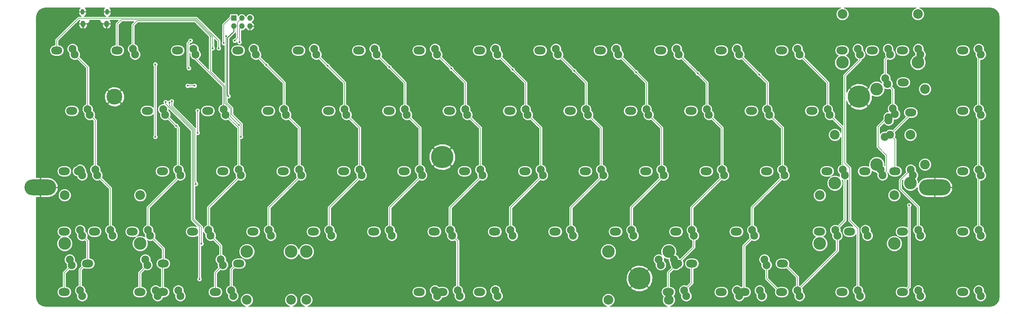
<source format=gtl>
G04 #@! TF.FileFunction,Copper,L1,Top,Signal*
%FSLAX46Y46*%
G04 Gerber Fmt 4.6, Leading zero omitted, Abs format (unit mm)*
G04 Created by KiCad (PCBNEW 4.0.6) date Tuesday, July 11, 2017 'PMt' 09:42:09 PM*
%MOMM*%
%LPD*%
G01*
G04 APERTURE LIST*
%ADD10C,0.150000*%
%ADD11C,0.600000*%
%ADD12C,2.500000*%
%ADD13O,3.500000X2.500000*%
%ADD14O,1.150000X1.800000*%
%ADD15O,1.450000X2.000000*%
%ADD16C,3.048254*%
%ADD17C,3.988054*%
%ADD18O,2.500000X3.500000*%
%ADD19C,7.000240*%
%ADD20C,5.001260*%
%ADD21O,9.999980X5.001260*%
%ADD22R,1.727200X1.727200*%
%ADD23O,1.727200X1.727200*%
%ADD24C,0.609600*%
%ADD25C,0.304800*%
%ADD26C,0.203200*%
%ADD27C,0.254000*%
G04 APERTURE END LIST*
D10*
D11*
X81280000Y-91440000D03*
X276225000Y-119380000D03*
X196850000Y-120650000D03*
X323850000Y-110490000D03*
X330200000Y-73025000D03*
X178435000Y-72390000D03*
X215265000Y-72390000D03*
X254635000Y-73025000D03*
X291465000Y-86360000D03*
X296545000Y-113030000D03*
X267335000Y-91440000D03*
X228600000Y-91440000D03*
X182245000Y-33655000D03*
X220345000Y-33655000D03*
X259715000Y-33655000D03*
X294640000Y-33655000D03*
X318770000Y-55245000D03*
X248920000Y-55880000D03*
X211455000Y-55880000D03*
X172085000Y-55880000D03*
X151765000Y-93345000D03*
X189865000Y-91440000D03*
X170815000Y-109220000D03*
X132715000Y-109855000D03*
X139065000Y-73025000D03*
X143510000Y-33020000D03*
X115570000Y-54610000D03*
X114935000Y-90805000D03*
X52070000Y-120015000D03*
X123190000Y-120015000D03*
X102235000Y-109855000D03*
X100330000Y-74930000D03*
X76200000Y-75565000D03*
X73660000Y-106045000D03*
X55880000Y-91440000D03*
X54610000Y-74295000D03*
X50800000Y-52070000D03*
X46355000Y-46990000D03*
X43815000Y-37465000D03*
X48895000Y-37465000D03*
X85090000Y-33020000D03*
X91694000Y-37846000D03*
X88011000Y-51689000D03*
X97790000Y-54610000D03*
X81280000Y-53340000D03*
X75565000Y-39624000D03*
X81915000Y-40005000D03*
X57912000Y-45466000D03*
X79502000Y-59690000D03*
X76835000Y-63246000D03*
X73914000Y-60198000D03*
X75565000Y-57023000D03*
X78486000Y-48006000D03*
X64008000Y-44323000D03*
X66548000Y-37846000D03*
X70231000Y-43180000D03*
X71120000Y-39370000D03*
X70485000Y-34925000D03*
X62865000Y-34925000D03*
X62865000Y-39370000D03*
X67056000Y-43942000D03*
X72390000Y-47371000D03*
X73660000Y-53975000D03*
X73660000Y-50165000D03*
X71120000Y-50165000D03*
X71755000Y-55372000D03*
X65532000Y-52197000D03*
X59055000Y-57531000D03*
X61976000Y-57531000D03*
X61976000Y-52324000D03*
X59055000Y-52324000D03*
X56515000Y-48895000D03*
X61341000Y-46990000D03*
D12*
X299919000Y-62675000D03*
D13*
X304919000Y-62175000D03*
D12*
X299269000Y-60925000D03*
D14*
X51500000Y-30375000D03*
X43750000Y-30375000D03*
D15*
X51350000Y-34175000D03*
X43900000Y-34175000D03*
D16*
X307181000Y-31112460D03*
D17*
X307181000Y-46355000D03*
D16*
X283369000Y-31112460D03*
D17*
X283369000Y-46355000D03*
D16*
X61912500Y-88262460D03*
D17*
X61912500Y-103505000D03*
D16*
X38100000Y-88262460D03*
D17*
X38100000Y-103505000D03*
D16*
X276225000Y-88262460D03*
D17*
X276225000Y-103505000D03*
D16*
X299720000Y-88262460D03*
D17*
X299720000Y-103505000D03*
D16*
X228600000Y-121287540D03*
D17*
X228600000Y-106045000D03*
D16*
X114300000Y-121287540D03*
D17*
X114300000Y-106045000D03*
D16*
X95567000Y-121287540D03*
D17*
X95567000Y-106045000D03*
D16*
X209550000Y-121287540D03*
D17*
X209550000Y-106045000D03*
D16*
X309406540Y-54769000D03*
D17*
X294164000Y-54769000D03*
D16*
X309406540Y-78581000D03*
D17*
X294164000Y-78581000D03*
D16*
X280987000Y-69212460D03*
D17*
X280987000Y-84455000D03*
D16*
X304800000Y-69212460D03*
D17*
X304800000Y-84455000D03*
D16*
X109537000Y-121287540D03*
D17*
X109537000Y-106045000D03*
D12*
X235863000Y-99250000D03*
D13*
X230863000Y-99750000D03*
D12*
X236513000Y-101000000D03*
X42981200Y-118300000D03*
D13*
X37981200Y-118800000D03*
D12*
X43631200Y-120050000D03*
X45362500Y-61150000D03*
D13*
X40362500Y-61650000D03*
D12*
X46012500Y-62900000D03*
X47743800Y-80200000D03*
D13*
X42743800Y-80700000D03*
D12*
X48393800Y-81950000D03*
X304919000Y-80200000D03*
D13*
X299919000Y-80700000D03*
D12*
X305569000Y-81950000D03*
X281106000Y-99250000D03*
D13*
X276106000Y-99750000D03*
D12*
X281756000Y-101000000D03*
X66793800Y-118300000D03*
D13*
X61793800Y-118800000D03*
D12*
X67443800Y-120050000D03*
X90606000Y-118300000D03*
D13*
X85606000Y-118800000D03*
D12*
X91256000Y-120050000D03*
X326350000Y-118300000D03*
D13*
X321350000Y-118800000D03*
D12*
X327000000Y-120050000D03*
X307300000Y-118300000D03*
D13*
X302300000Y-118800000D03*
D12*
X307950000Y-120050000D03*
X288250000Y-118300000D03*
D13*
X283250000Y-118800000D03*
D12*
X288900000Y-120050000D03*
X269200000Y-118300000D03*
D13*
X264200000Y-118800000D03*
D12*
X269850000Y-120050000D03*
X250150000Y-118300000D03*
D13*
X245150000Y-118800000D03*
D12*
X250800000Y-120050000D03*
X226100000Y-110300000D03*
D13*
X231100000Y-109800000D03*
D12*
X225450000Y-108550000D03*
X297537000Y-53150000D03*
D13*
X302537000Y-52650000D03*
D12*
X296887000Y-51400000D03*
X326350000Y-42100000D03*
D13*
X321350000Y-42600000D03*
D12*
X327000000Y-43850000D03*
X40600000Y-42100000D03*
D13*
X35600000Y-42600000D03*
D12*
X41250000Y-43850000D03*
X78700000Y-42100000D03*
D13*
X73700000Y-42600000D03*
D12*
X79350000Y-43850000D03*
X97750000Y-42100000D03*
D13*
X92750000Y-42600000D03*
D12*
X98400000Y-43850000D03*
X116800000Y-42100000D03*
D13*
X111800000Y-42600000D03*
D12*
X117450000Y-43850000D03*
X135850000Y-42100000D03*
D13*
X130850000Y-42600000D03*
D12*
X136500000Y-43850000D03*
X154900000Y-42100000D03*
D13*
X149900000Y-42600000D03*
D12*
X155550000Y-43850000D03*
X173950000Y-42100000D03*
D13*
X168950000Y-42600000D03*
D12*
X174600000Y-43850000D03*
X193000000Y-42100000D03*
D13*
X188000000Y-42600000D03*
D12*
X193650000Y-43850000D03*
X212050000Y-42100000D03*
D13*
X207050000Y-42600000D03*
D12*
X212700000Y-43850000D03*
X231100000Y-42100000D03*
D13*
X226100000Y-42600000D03*
D12*
X231750000Y-43850000D03*
X250150000Y-42100000D03*
D13*
X245150000Y-42600000D03*
D12*
X250800000Y-43850000D03*
X269200000Y-42100000D03*
D13*
X264200000Y-42600000D03*
D12*
X269850000Y-43850000D03*
X288250000Y-42100000D03*
D13*
X283250000Y-42600000D03*
D12*
X288900000Y-43850000D03*
X307300000Y-42100000D03*
D13*
X302300000Y-42600000D03*
D12*
X307950000Y-43850000D03*
X69175000Y-61150000D03*
D13*
X64175000Y-61650000D03*
D12*
X69825000Y-62900000D03*
X88225000Y-61150000D03*
D13*
X83225000Y-61650000D03*
D12*
X88875000Y-62900000D03*
X107275000Y-61150000D03*
D13*
X102275000Y-61650000D03*
D12*
X107925000Y-62900000D03*
X126325000Y-61150000D03*
D13*
X121325000Y-61650000D03*
D12*
X126975000Y-62900000D03*
X145375000Y-61150000D03*
D13*
X140375000Y-61650000D03*
D12*
X146025000Y-62900000D03*
X164425000Y-61150000D03*
D13*
X159425000Y-61650000D03*
D12*
X165075000Y-62900000D03*
X183475000Y-61150000D03*
D13*
X178475000Y-61650000D03*
D12*
X184125000Y-62900000D03*
X202525000Y-61150000D03*
D13*
X197525000Y-61650000D03*
D12*
X203175000Y-62900000D03*
X221575000Y-61150000D03*
D13*
X216575000Y-61650000D03*
D12*
X222225000Y-62900000D03*
X240625000Y-61150000D03*
D13*
X235625000Y-61650000D03*
D12*
X241275000Y-62900000D03*
X259675000Y-61150000D03*
D13*
X254675000Y-61650000D03*
D12*
X260325000Y-62900000D03*
X278725000Y-61150000D03*
D13*
X273725000Y-61650000D03*
D12*
X279375000Y-62900000D03*
X326350000Y-61150000D03*
D13*
X321350000Y-61650000D03*
D12*
X327000000Y-62900000D03*
X73937500Y-80200000D03*
D13*
X68937500Y-80700000D03*
D12*
X74587500Y-81950000D03*
X92987000Y-80200000D03*
D13*
X87987000Y-80700000D03*
D12*
X93637000Y-81950000D03*
X112037000Y-80200000D03*
D13*
X107037000Y-80700000D03*
D12*
X112687000Y-81950000D03*
X131087000Y-80200000D03*
D13*
X126087000Y-80700000D03*
D12*
X131737000Y-81950000D03*
X150137000Y-80200000D03*
D13*
X145137000Y-80700000D03*
D12*
X150787000Y-81950000D03*
X169187000Y-80200000D03*
D13*
X164187000Y-80700000D03*
D12*
X169837000Y-81950000D03*
X188237000Y-80200000D03*
D13*
X183237000Y-80700000D03*
D12*
X188887000Y-81950000D03*
X207287000Y-80200000D03*
D13*
X202287000Y-80700000D03*
D12*
X207937000Y-81950000D03*
X226337000Y-80200000D03*
D13*
X221337000Y-80700000D03*
D12*
X226987000Y-81950000D03*
X245387000Y-80200000D03*
D13*
X240387000Y-80700000D03*
D12*
X246037000Y-81950000D03*
X264437000Y-80200000D03*
D13*
X259437000Y-80700000D03*
D12*
X265087000Y-81950000D03*
X283487000Y-80200000D03*
D13*
X278487000Y-80700000D03*
D12*
X284137000Y-81950000D03*
X326350000Y-80200000D03*
D13*
X321350000Y-80700000D03*
D12*
X327000000Y-81950000D03*
X64412500Y-99250000D03*
D13*
X59412500Y-99750000D03*
D12*
X65062500Y-101000000D03*
X83463000Y-99250000D03*
D13*
X78463000Y-99750000D03*
D12*
X84113000Y-101000000D03*
X102513000Y-99250000D03*
D13*
X97513000Y-99750000D03*
D12*
X103163000Y-101000000D03*
X121563000Y-99250000D03*
D13*
X116563000Y-99750000D03*
D12*
X122213000Y-101000000D03*
X140613000Y-99250000D03*
D13*
X135613000Y-99750000D03*
D12*
X141263000Y-101000000D03*
X159663000Y-99250000D03*
D13*
X154663000Y-99750000D03*
D12*
X160313000Y-101000000D03*
X178713000Y-99250000D03*
D13*
X173713000Y-99750000D03*
D12*
X179363000Y-101000000D03*
X197763000Y-99250000D03*
D13*
X192763000Y-99750000D03*
D12*
X198413000Y-101000000D03*
X216813000Y-99250000D03*
D13*
X211813000Y-99750000D03*
D12*
X217463000Y-101000000D03*
X254913000Y-99250000D03*
D13*
X249913000Y-99750000D03*
D12*
X255563000Y-101000000D03*
X307300000Y-99250000D03*
D13*
X302300000Y-99750000D03*
D12*
X307950000Y-101000000D03*
X326350000Y-99250000D03*
D13*
X321350000Y-99750000D03*
D12*
X327000000Y-101000000D03*
X42981200Y-99250000D03*
D13*
X37981200Y-99750000D03*
D12*
X43631200Y-101000000D03*
X162044000Y-118300000D03*
D13*
X157044000Y-118800000D03*
D12*
X162694000Y-120050000D03*
X59650000Y-42100000D03*
D13*
X54650000Y-42600000D03*
D12*
X60300000Y-43850000D03*
X230863000Y-110300000D03*
D13*
X235863000Y-109800000D03*
D12*
X230213000Y-108550000D03*
X173950000Y-118300000D03*
D13*
X168950000Y-118800000D03*
D12*
X174600000Y-120050000D03*
X73937500Y-118300000D03*
D13*
X68937500Y-118800000D03*
D12*
X74587500Y-120050000D03*
X298419000Y-69175000D03*
D18*
X297919000Y-64175000D03*
D12*
X296669000Y-69825000D03*
X259437000Y-110300000D03*
D13*
X264437000Y-109800000D03*
D12*
X258787000Y-108550000D03*
X257294000Y-118300000D03*
D13*
X252294000Y-118800000D03*
D12*
X257944000Y-120050000D03*
X233481000Y-118300000D03*
D13*
X228481000Y-118800000D03*
D12*
X234131000Y-120050000D03*
X154900000Y-118300000D03*
D13*
X149900000Y-118800000D03*
D12*
X155550000Y-120050000D03*
X87987000Y-110300000D03*
D13*
X92987000Y-109800000D03*
D12*
X87337000Y-108550000D03*
X64175000Y-110300000D03*
D13*
X69175000Y-109800000D03*
D12*
X63525000Y-108550000D03*
X40362500Y-110300000D03*
D13*
X45362500Y-109800000D03*
D12*
X39712500Y-108550000D03*
X290631000Y-99250000D03*
D13*
X285631000Y-99750000D03*
D12*
X291281000Y-101000000D03*
X52506200Y-99250000D03*
D13*
X47506200Y-99750000D03*
D12*
X53156200Y-101000000D03*
X295394000Y-80200000D03*
D13*
X290394000Y-80700000D03*
D12*
X296044000Y-81950000D03*
X297775000Y-42100000D03*
D13*
X292775000Y-42600000D03*
D12*
X298425000Y-43850000D03*
D19*
X157166500Y-76201000D03*
X219351500Y-114501000D03*
X288602500Y-57200800D03*
D20*
X53771800Y-57200800D03*
D21*
X30411400Y-85801000D03*
X312493500Y-85801000D03*
D12*
X42981300Y-80200000D03*
D13*
X37981300Y-80700000D03*
D12*
X43631300Y-81950000D03*
D11*
X55245000Y-46990000D03*
D22*
X91440000Y-32385000D03*
D23*
X91440000Y-34925000D03*
X93980000Y-32385000D03*
X93980000Y-34925000D03*
X96520000Y-32385000D03*
X96520000Y-34925000D03*
D24*
X89725500Y-57023000D03*
X80010000Y-61595000D03*
X80010000Y-68580000D03*
X77787500Y-39497000D03*
X77279500Y-48196500D03*
X79480772Y-84745301D03*
X71882000Y-58610500D03*
X81216500Y-103592101D03*
X71120000Y-59055000D03*
X80619599Y-114706400D03*
X69951600Y-58877200D03*
X89027000Y-38100000D03*
X93662500Y-69850000D03*
X66675000Y-69850000D03*
X66675000Y-46990000D03*
X73279000Y-66354000D03*
X93065600Y-66141600D03*
X101717800Y-47167800D03*
X121021800Y-47421800D03*
X140487400Y-47837400D03*
X160010800Y-48310800D03*
X179374800Y-48624800D03*
X198805800Y-49005800D03*
X218278400Y-49428400D03*
X237734800Y-49834800D03*
X257165800Y-50215800D03*
X88265000Y-40259000D03*
X93218000Y-40005000D03*
X91757500Y-39497000D03*
X86677500Y-41910000D03*
X84772500Y-41910000D03*
X304419000Y-91389200D03*
X79057500Y-53721000D03*
X76898500Y-53721000D03*
D25*
X89469630Y-38634764D02*
X91440000Y-36664394D01*
X91440000Y-36664394D02*
X91440000Y-34925000D01*
X89725500Y-57023000D02*
X89725500Y-56975733D01*
X89725500Y-56975733D02*
X89469630Y-56719863D01*
X89469630Y-56719863D02*
X89469630Y-38634764D01*
D26*
X80010000Y-68580000D02*
X80010000Y-61595000D01*
X77279500Y-48196500D02*
X76974701Y-47891701D01*
X76974701Y-47891701D02*
X76974701Y-40309799D01*
X76974701Y-40309799D02*
X77787500Y-39497000D01*
X79184500Y-84017977D02*
X79480772Y-84314249D01*
X79184500Y-67530319D02*
X79184500Y-84017977D01*
X71882000Y-60227819D02*
X79184500Y-67530319D01*
X71882000Y-58610500D02*
X71882000Y-60227819D01*
X79480772Y-84314249D02*
X79480772Y-84745301D01*
X71120000Y-59055000D02*
X71120000Y-60022609D01*
X71120000Y-60022609D02*
X78790790Y-67693399D01*
X78790790Y-67693399D02*
X78790790Y-95876642D01*
X78790790Y-95876642D02*
X81216500Y-98302352D01*
X81216500Y-98302352D02*
X81216500Y-103592101D01*
X80619599Y-98262241D02*
X80619599Y-114706400D01*
X78397080Y-96039722D02*
X80619599Y-98262241D01*
X78397080Y-67856479D02*
X78397080Y-96039722D01*
X69951600Y-58877200D02*
X69951600Y-59410999D01*
X69951600Y-59410999D02*
X78397080Y-67856479D01*
X73937500Y-118300000D02*
X73937500Y-119400000D01*
X73937500Y-119400000D02*
X74587500Y-120050000D01*
X64175000Y-110300000D02*
X64175000Y-109200000D01*
X64175000Y-109200000D02*
X63525000Y-108550000D01*
X61793800Y-118800000D02*
X61793800Y-112681200D01*
X61793800Y-112681200D02*
X64175000Y-110300000D01*
X45362500Y-61150000D02*
X45362500Y-62250000D01*
X45362500Y-62250000D02*
X46012500Y-62900000D01*
X41250000Y-43850000D02*
X41250000Y-42750000D01*
X41250000Y-42750000D02*
X40600000Y-42100000D01*
X42981200Y-118300000D02*
X42981200Y-119400000D01*
X42981200Y-119400000D02*
X43631200Y-120050000D01*
X52506200Y-99250000D02*
X52506200Y-100350000D01*
X52506200Y-100350000D02*
X53156200Y-101000000D01*
X42981200Y-99250000D02*
X42981200Y-100350000D01*
X42981200Y-100350000D02*
X43631200Y-101000000D01*
X47743800Y-80200000D02*
X47743800Y-81300000D01*
X47743800Y-81300000D02*
X48393800Y-81950000D01*
X45362500Y-109800000D02*
X45362500Y-102731300D01*
X45362500Y-102731300D02*
X43631200Y-101000000D01*
X42981200Y-118300000D02*
X42981200Y-111681300D01*
X42981200Y-111681300D02*
X44862500Y-109800000D01*
X44862500Y-109800000D02*
X45362500Y-109800000D01*
X42981200Y-101650000D02*
X43631200Y-101000000D01*
X52506200Y-99250000D02*
X52506200Y-86062400D01*
X52506200Y-86062400D02*
X48393800Y-81950000D01*
X47743800Y-80200000D02*
X47743800Y-64631300D01*
X47743800Y-64631300D02*
X46012500Y-62900000D01*
X45362500Y-61150000D02*
X45362500Y-47962500D01*
X45362500Y-47962500D02*
X41250000Y-43850000D01*
X93662500Y-69850000D02*
X93750619Y-69761881D01*
X90810810Y-60842710D02*
X89012420Y-59044320D01*
X93750619Y-69761881D02*
X93750619Y-65796497D01*
X93750619Y-65796497D02*
X90810810Y-62856688D01*
X90810810Y-62856688D02*
X90810810Y-60842710D01*
X89012420Y-59044320D02*
X89012420Y-38114580D01*
X89012420Y-38114580D02*
X89027000Y-38100000D01*
X66675000Y-46990000D02*
X66675000Y-69850000D01*
X93065600Y-66141600D02*
X90417101Y-63493101D01*
X90417101Y-63493101D02*
X90417101Y-61005791D01*
X90417101Y-61005791D02*
X88618710Y-59207400D01*
X88618710Y-59207400D02*
X88618710Y-53828990D01*
X88618710Y-53828990D02*
X84074000Y-49284280D01*
X84074000Y-49284280D02*
X84074000Y-38021790D01*
X64412500Y-99250000D02*
X64412500Y-100350000D01*
X64412500Y-100350000D02*
X65062500Y-101000000D01*
X60300000Y-43850000D02*
X60300000Y-42750000D01*
X60300000Y-42750000D02*
X59650000Y-42100000D01*
X74587500Y-81950000D02*
X74587500Y-80850000D01*
X74587500Y-80850000D02*
X73937500Y-80200000D01*
X73937500Y-67012500D02*
X73279000Y-66354000D01*
X73279000Y-66354000D02*
X69825000Y-62900000D01*
X84074000Y-38021790D02*
X84378790Y-38326580D01*
X79273820Y-33221610D02*
X84074000Y-38021790D01*
X60960000Y-33221610D02*
X79273820Y-33221610D01*
X59650000Y-34531610D02*
X60960000Y-33221610D01*
X59650000Y-42100000D02*
X59650000Y-34531610D01*
X69175000Y-61150000D02*
X69175000Y-62250000D01*
X69175000Y-62250000D02*
X69825000Y-62900000D01*
X69175000Y-109800000D02*
X69175000Y-105112500D01*
X69175000Y-105112500D02*
X65062500Y-101000000D01*
X67443800Y-120050000D02*
X67687500Y-120050000D01*
X67687500Y-120050000D02*
X68937500Y-118800000D01*
X66793800Y-118300000D02*
X68043799Y-119549999D01*
X68043799Y-119549999D02*
X68187501Y-119549999D01*
X68187501Y-119549999D02*
X68937500Y-118800000D01*
X68937500Y-118800000D02*
X68937500Y-110037500D01*
X68937500Y-110037500D02*
X69175000Y-109800000D01*
X64412500Y-99250000D02*
X64412500Y-92125000D01*
X64412500Y-92125000D02*
X74587500Y-81950000D01*
X73937500Y-80200000D02*
X73937500Y-67012500D01*
X88225000Y-61150000D02*
X88225000Y-54024217D01*
X88225000Y-54024217D02*
X79350000Y-45149217D01*
X79350000Y-45149217D02*
X79350000Y-43850000D01*
X84113000Y-101000000D02*
X84113000Y-99900000D01*
X84113000Y-99900000D02*
X83463000Y-99250000D01*
X78700000Y-42100000D02*
X78700000Y-43200000D01*
X78700000Y-43200000D02*
X79350000Y-43850000D01*
X88225000Y-61150000D02*
X88225000Y-62250000D01*
X88225000Y-62250000D02*
X88875000Y-62900000D01*
X92987000Y-80200000D02*
X92987000Y-67012000D01*
X92987000Y-67012000D02*
X88875000Y-62900000D01*
X93637000Y-81950000D02*
X93637000Y-80850000D01*
X93637000Y-80850000D02*
X92987000Y-80200000D01*
X83463000Y-99250000D02*
X83463000Y-92124000D01*
X83463000Y-92124000D02*
X93637000Y-81950000D01*
X87337000Y-108550000D02*
X87337000Y-104224000D01*
X87337000Y-104224000D02*
X84113000Y-101000000D01*
X87987000Y-110300000D02*
X87987000Y-109200000D01*
X87987000Y-109200000D02*
X87337000Y-108550000D01*
X85606000Y-118800000D02*
X85606000Y-112681000D01*
X85606000Y-112681000D02*
X87987000Y-110300000D01*
X112037000Y-80200000D02*
X112037000Y-81300000D01*
X112037000Y-81300000D02*
X112687000Y-81950000D01*
X97750000Y-42100000D02*
X97750000Y-43200000D01*
X97750000Y-43200000D02*
X98400000Y-43850000D01*
X107275000Y-52725000D02*
X101717800Y-47167800D01*
X101717800Y-47167800D02*
X98400000Y-43850000D01*
X103163000Y-101000000D02*
X103163000Y-99900000D01*
X103163000Y-99900000D02*
X102513000Y-99250000D01*
X102513000Y-99250000D02*
X102513000Y-92124000D01*
X102513000Y-92124000D02*
X112687000Y-81950000D01*
X107275000Y-61150000D02*
X107275000Y-62250000D01*
X107275000Y-62250000D02*
X107925000Y-62900000D01*
X112037000Y-80200000D02*
X112037000Y-67012000D01*
X112037000Y-67012000D02*
X107925000Y-62900000D01*
X107275000Y-61150000D02*
X107275000Y-52725000D01*
X117450000Y-43850000D02*
X117450000Y-42750000D01*
X117450000Y-42750000D02*
X116800000Y-42100000D01*
X126975000Y-62900000D02*
X126975000Y-61800000D01*
X126975000Y-61800000D02*
X126325000Y-61150000D01*
X131737000Y-81950000D02*
X131737000Y-80850000D01*
X131737000Y-80850000D02*
X131087000Y-80200000D01*
X122213000Y-101000000D02*
X122213000Y-99900000D01*
X122213000Y-99900000D02*
X121563000Y-99250000D01*
X126325000Y-52725000D02*
X121021800Y-47421800D01*
X121021800Y-47421800D02*
X117450000Y-43850000D01*
X121563000Y-99250000D02*
X121563000Y-92124000D01*
X121563000Y-92124000D02*
X131737000Y-81950000D01*
X131087000Y-80200000D02*
X131087000Y-67012000D01*
X131087000Y-67012000D02*
X126975000Y-62900000D01*
X126325000Y-61150000D02*
X126325000Y-52725000D01*
X145375000Y-52725000D02*
X140487400Y-47837400D01*
X140487400Y-47837400D02*
X136500000Y-43850000D01*
X136500000Y-43850000D02*
X136500000Y-42750000D01*
X136500000Y-42750000D02*
X135850000Y-42100000D01*
X145375000Y-61150000D02*
X145375000Y-52725000D01*
X146025000Y-62900000D02*
X146025000Y-61800000D01*
X146025000Y-61800000D02*
X145375000Y-61150000D01*
X150137000Y-80200000D02*
X150137000Y-67012000D01*
X150137000Y-67012000D02*
X146025000Y-62900000D01*
X150787000Y-81950000D02*
X150787000Y-80850000D01*
X150787000Y-80850000D02*
X150137000Y-80200000D01*
X140613000Y-99250000D02*
X140613000Y-92124000D01*
X140613000Y-92124000D02*
X150787000Y-81950000D01*
X141263000Y-101000000D02*
X141263000Y-99900000D01*
X141263000Y-99900000D02*
X140613000Y-99250000D01*
X173950000Y-118300000D02*
X173950000Y-119400000D01*
X173950000Y-119400000D02*
X174600000Y-120050000D01*
X164425000Y-52725000D02*
X160010800Y-48310800D01*
X160010800Y-48310800D02*
X155550000Y-43850000D01*
X162694000Y-120050000D02*
X162694000Y-118950000D01*
X162694000Y-118950000D02*
X162044000Y-118300000D01*
X162044000Y-118300000D02*
X162044000Y-102731000D01*
X162044000Y-102731000D02*
X160313000Y-101000000D01*
X160313000Y-101000000D02*
X160313000Y-99900000D01*
X160313000Y-99900000D02*
X159663000Y-99250000D01*
X159663000Y-99250000D02*
X159663000Y-92124000D01*
X159663000Y-92124000D02*
X169837000Y-81950000D01*
X169837000Y-81950000D02*
X169837000Y-80850000D01*
X169837000Y-80850000D02*
X169187000Y-80200000D01*
X169187000Y-80200000D02*
X169187000Y-67012000D01*
X169187000Y-67012000D02*
X165075000Y-62900000D01*
X165075000Y-62900000D02*
X165075000Y-61800000D01*
X165075000Y-61800000D02*
X164425000Y-61150000D01*
X155550000Y-43850000D02*
X155550000Y-42750000D01*
X155550000Y-42750000D02*
X154900000Y-42100000D01*
X164425000Y-61150000D02*
X164425000Y-52725000D01*
X183475000Y-52725000D02*
X179374800Y-48624800D01*
X179374800Y-48624800D02*
X174600000Y-43850000D01*
X174600000Y-43850000D02*
X174600000Y-42750000D01*
X174600000Y-42750000D02*
X173950000Y-42100000D01*
X174600000Y-43850000D02*
X174600000Y-41250000D01*
X183475000Y-61150000D02*
X183475000Y-52725000D01*
X184125000Y-62900000D02*
X184125000Y-61800000D01*
X184125000Y-61800000D02*
X183475000Y-61150000D01*
X188237000Y-80200000D02*
X188237000Y-67012000D01*
X188237000Y-67012000D02*
X184125000Y-62900000D01*
X188887000Y-81950000D02*
X188887000Y-80850000D01*
X188887000Y-80850000D02*
X188237000Y-80200000D01*
X178713000Y-99250000D02*
X178713000Y-92124000D01*
X178713000Y-92124000D02*
X188887000Y-81950000D01*
X179363000Y-101000000D02*
X179363000Y-99900000D01*
X179363000Y-99900000D02*
X178713000Y-99250000D01*
X202525000Y-52725000D02*
X198805800Y-49005800D01*
X198805800Y-49005800D02*
X193650000Y-43850000D01*
X193650000Y-43850000D02*
X193650000Y-42750000D01*
X193650000Y-42750000D02*
X193000000Y-42100000D01*
X203175000Y-62900000D02*
X203175000Y-61800000D01*
X203175000Y-61800000D02*
X202525000Y-61150000D01*
X207937000Y-81950000D02*
X207937000Y-80850000D01*
X207937000Y-80850000D02*
X207287000Y-80200000D01*
X207287000Y-80200000D02*
X207287000Y-67012000D01*
X207287000Y-67012000D02*
X203175000Y-62900000D01*
X202525000Y-61150000D02*
X202525000Y-52725000D01*
X197763000Y-99250000D02*
X197763000Y-92124000D01*
X197763000Y-92124000D02*
X207937000Y-81950000D01*
X198413000Y-101000000D02*
X198413000Y-99900000D01*
X198413000Y-99900000D02*
X197763000Y-99250000D01*
X221575000Y-52725000D02*
X218278400Y-49428400D01*
X218278400Y-49428400D02*
X212700000Y-43850000D01*
X212700000Y-43850000D02*
X212700000Y-42750000D01*
X212700000Y-42750000D02*
X212050000Y-42100000D01*
X221575000Y-61150000D02*
X221575000Y-52725000D01*
X222225000Y-62900000D02*
X222225000Y-61800000D01*
X222225000Y-61800000D02*
X221575000Y-61150000D01*
X226337000Y-80200000D02*
X226337000Y-67012000D01*
X226337000Y-67012000D02*
X222225000Y-62900000D01*
X226987000Y-81950000D02*
X226987000Y-80850000D01*
X226987000Y-80850000D02*
X226337000Y-80200000D01*
X216813000Y-99250000D02*
X216813000Y-92124000D01*
X216813000Y-92124000D02*
X226987000Y-81950000D01*
X217463000Y-101000000D02*
X217463000Y-99900000D01*
X217463000Y-99900000D02*
X216813000Y-99250000D01*
X240625000Y-52725000D02*
X237734800Y-49834800D01*
X237734800Y-49834800D02*
X231750000Y-43850000D01*
X246037000Y-81950000D02*
X246037000Y-80850000D01*
X246037000Y-80850000D02*
X245387000Y-80200000D01*
X245387000Y-80200000D02*
X245387000Y-67012000D01*
X245387000Y-67012000D02*
X241275000Y-62900000D01*
X241275000Y-62900000D02*
X241275000Y-61800000D01*
X241275000Y-61800000D02*
X240625000Y-61150000D01*
X231750000Y-43850000D02*
X231750000Y-42750000D01*
X231750000Y-42750000D02*
X231100000Y-42100000D01*
X240625000Y-61150000D02*
X240625000Y-52725000D01*
X235863000Y-99250000D02*
X235863000Y-92124000D01*
X235863000Y-92124000D02*
X246037000Y-81950000D01*
X236513000Y-101000000D02*
X236513000Y-99900000D01*
X236513000Y-99900000D02*
X235863000Y-99250000D01*
X236513000Y-101000000D02*
X236513000Y-104650000D01*
X236513000Y-104650000D02*
X230863000Y-110300000D01*
X230863000Y-110300000D02*
X230863000Y-109200000D01*
X230863000Y-109200000D02*
X230213000Y-108550000D01*
X230863000Y-110300000D02*
X230863000Y-110037000D01*
X230863000Y-110037000D02*
X231100000Y-109800000D01*
X228481000Y-118800000D02*
X228481000Y-112682000D01*
X228481000Y-112682000D02*
X230863000Y-110300000D01*
X259675000Y-52725000D02*
X257165800Y-50215800D01*
X257165800Y-50215800D02*
X250800000Y-43850000D01*
X250800000Y-120050000D02*
X250800000Y-118950000D01*
X250800000Y-118950000D02*
X250150000Y-118300000D01*
X252294000Y-118800000D02*
X252050000Y-118800000D01*
X252050000Y-118800000D02*
X250800000Y-120050000D01*
X252294000Y-118800000D02*
X252294000Y-104269000D01*
X252294000Y-104269000D02*
X255563000Y-101000000D01*
X255563000Y-101000000D02*
X255563000Y-99900000D01*
X255563000Y-99900000D02*
X254913000Y-99250000D01*
X254913000Y-99250000D02*
X254913000Y-92124000D01*
X254913000Y-92124000D02*
X265087000Y-81950000D01*
X265087000Y-81950000D02*
X265087000Y-80850000D01*
X265087000Y-80850000D02*
X264437000Y-80200000D01*
X264437000Y-80200000D02*
X264437000Y-67012000D01*
X264437000Y-67012000D02*
X260325000Y-62900000D01*
X260325000Y-62900000D02*
X260325000Y-61800000D01*
X260325000Y-61800000D02*
X259675000Y-61150000D01*
X250800000Y-43850000D02*
X250800000Y-42750000D01*
X250800000Y-42750000D02*
X250150000Y-42100000D01*
X259675000Y-61150000D02*
X259675000Y-52725000D01*
X88265000Y-40259000D02*
X88265000Y-34493200D01*
X88265000Y-34493200D02*
X90373200Y-32385000D01*
X90373200Y-32385000D02*
X91440000Y-32385000D01*
X291281000Y-101000000D02*
X291281000Y-99900000D01*
X291281000Y-99900000D02*
X290631000Y-99250000D01*
X281756000Y-101000000D02*
X281756000Y-105744000D01*
X281756000Y-105744000D02*
X269200000Y-118300000D01*
X269850000Y-43850000D02*
X269850000Y-42750000D01*
X269850000Y-42750000D02*
X269200000Y-42100000D01*
X278725000Y-61150000D02*
X278725000Y-52725000D01*
X278725000Y-52725000D02*
X269850000Y-43850000D01*
X279375000Y-62900000D02*
X279375000Y-61800000D01*
X279375000Y-61800000D02*
X278725000Y-61150000D01*
X283487000Y-80200000D02*
X283487000Y-67012000D01*
X283487000Y-67012000D02*
X279375000Y-62900000D01*
X284137000Y-81950000D02*
X284137000Y-80850000D01*
X284137000Y-80850000D02*
X283487000Y-80200000D01*
X281756000Y-101000000D02*
X281756000Y-99900000D01*
X281756000Y-99900000D02*
X281106000Y-99250000D01*
X281106000Y-99250000D02*
X284137000Y-96219000D01*
X284137000Y-96219000D02*
X284137000Y-81950000D01*
X269200000Y-118300000D02*
X269200000Y-114063000D01*
X269200000Y-114063000D02*
X264937000Y-109800000D01*
X264937000Y-109800000D02*
X264437000Y-109800000D01*
X269850000Y-120050000D02*
X269850000Y-118950000D01*
X269850000Y-118950000D02*
X269200000Y-118300000D01*
X93218000Y-40005000D02*
X93218000Y-35687000D01*
X93218000Y-35687000D02*
X93980000Y-34925000D01*
X288250000Y-118300000D02*
X288250000Y-98856530D01*
X288250000Y-98856530D02*
X285679101Y-96285631D01*
X285679101Y-96285631D02*
X285679101Y-79704084D01*
X285679101Y-79704084D02*
X284077521Y-78102504D01*
X284077521Y-78102504D02*
X284077521Y-50440245D01*
X284077521Y-50440245D02*
X288900000Y-45617766D01*
X288900000Y-45617766D02*
X288900000Y-43850000D01*
X288900000Y-120050000D02*
X288900000Y-118950000D01*
X288900000Y-118950000D02*
X288250000Y-118300000D01*
X288250000Y-42100000D02*
X288250000Y-43200000D01*
X288250000Y-43200000D02*
X288900000Y-43850000D01*
X307950000Y-120050000D02*
X307950000Y-118950000D01*
X307950000Y-118950000D02*
X307300000Y-118300000D01*
X327000000Y-120050000D02*
X327000000Y-118950000D01*
X327000000Y-118950000D02*
X326350000Y-118300000D01*
X93980000Y-32385000D02*
X92608401Y-33756599D01*
X92608401Y-33756599D02*
X92608401Y-38646099D01*
X92608401Y-38646099D02*
X92062299Y-39192201D01*
X92062299Y-39192201D02*
X91757500Y-39497000D01*
X296044000Y-81950000D02*
X296044000Y-80850000D01*
X296044000Y-80850000D02*
X295661235Y-80467235D01*
X296887000Y-51400000D02*
X296887000Y-45388000D01*
X296887000Y-45388000D02*
X298425000Y-43850000D01*
X297775000Y-42100000D02*
X297775000Y-43200000D01*
X297775000Y-43200000D02*
X298425000Y-43850000D01*
X307950000Y-43850000D02*
X307950000Y-42750000D01*
X307950000Y-42750000D02*
X307300000Y-42100000D01*
X307300000Y-99250000D02*
X307300000Y-91970352D01*
X307300000Y-91970352D02*
X301625000Y-86295352D01*
X301625000Y-86295352D02*
X301625000Y-83494000D01*
X301625000Y-83494000D02*
X304919000Y-80200000D01*
X296044000Y-81950000D02*
X297293999Y-80700001D01*
X297293999Y-80700001D02*
X297293999Y-75678999D01*
X297293999Y-75678999D02*
X294640000Y-73025000D01*
X294640000Y-73025000D02*
X294640000Y-66675000D01*
X294640000Y-66675000D02*
X297140000Y-64175000D01*
X297140000Y-64175000D02*
X297919000Y-64175000D01*
X306187000Y-42100000D02*
X307300000Y-42100000D01*
X297537000Y-53150000D02*
X297537000Y-52050000D01*
X297537000Y-52050000D02*
X296887000Y-51400000D01*
X299269000Y-60925000D02*
X299269000Y-54882000D01*
X299269000Y-54882000D02*
X297537000Y-53150000D01*
X299919000Y-62675000D02*
X299919000Y-61575000D01*
X299919000Y-61575000D02*
X299269000Y-60925000D01*
X299919000Y-62675000D02*
X298419000Y-64175000D01*
X298419000Y-64175000D02*
X297919000Y-64175000D01*
X305569000Y-81950000D02*
X305569000Y-80850000D01*
X305569000Y-80850000D02*
X304919000Y-80200000D01*
X307950000Y-101000000D02*
X307950000Y-99900000D01*
X307950000Y-99900000D02*
X307300000Y-99250000D01*
X307300000Y-101650000D02*
X307950000Y-101000000D01*
X327000000Y-42750000D02*
X326350000Y-42100000D01*
X327000000Y-43850000D02*
X327000000Y-42750000D01*
X326350000Y-61150000D02*
X326350000Y-44500000D01*
X326350000Y-44500000D02*
X327000000Y-43850000D01*
X327000000Y-62900000D02*
X327000000Y-61800000D01*
X327000000Y-61800000D02*
X326350000Y-61150000D01*
X326350000Y-80200000D02*
X326350000Y-63550000D01*
X326350000Y-63550000D02*
X327000000Y-62900000D01*
X327000000Y-81950000D02*
X327000000Y-80850000D01*
X327000000Y-80850000D02*
X326350000Y-80200000D01*
X326350000Y-99250000D02*
X326350000Y-82600000D01*
X326350000Y-82600000D02*
X327000000Y-81950000D01*
X327000000Y-101000000D02*
X327000000Y-99900000D01*
X327000000Y-99900000D02*
X326350000Y-99250000D01*
X326350000Y-101650000D02*
X327000000Y-101000000D01*
X86677500Y-39511710D02*
X86677500Y-41910000D01*
X78930500Y-32420199D02*
X79585989Y-32420199D01*
X79585989Y-32420199D02*
X86677500Y-39511710D01*
X42509801Y-32420199D02*
X78930500Y-32420199D01*
X35600000Y-39330000D02*
X42509801Y-32420199D01*
X35600000Y-42600000D02*
X35600000Y-39330000D01*
X54650000Y-42600000D02*
X54650000Y-34250000D01*
X54650000Y-34250000D02*
X56072100Y-32827900D01*
X56072100Y-32827900D02*
X79436900Y-32827900D01*
X84772500Y-38163500D02*
X84772500Y-41910000D01*
X79436900Y-32827900D02*
X84772500Y-38163500D01*
X43631300Y-81950000D02*
X43631300Y-81587500D01*
X43631300Y-81587500D02*
X42743800Y-80700000D01*
X296669000Y-69825000D02*
X297769000Y-69825000D01*
X297769000Y-69825000D02*
X298419000Y-69175000D01*
X298419000Y-69175000D02*
X304919000Y-62675000D01*
X304919000Y-62675000D02*
X304919000Y-62175000D01*
X299919000Y-80700000D02*
X299919000Y-70675000D01*
X299919000Y-70675000D02*
X298419000Y-69175000D01*
X299919000Y-80700000D02*
X300419000Y-80700000D01*
X321284600Y-118734600D02*
X321350000Y-118800000D01*
X304419000Y-91389200D02*
X304419000Y-117181000D01*
X304419000Y-117181000D02*
X302800000Y-118800000D01*
X302800000Y-118800000D02*
X302300000Y-118800000D01*
X233481000Y-118300000D02*
X235863000Y-115918000D01*
X235863000Y-115918000D02*
X235863000Y-109800000D01*
X234131000Y-120050000D02*
X234131000Y-118950000D01*
X234131000Y-118950000D02*
X233481000Y-118300000D01*
X259437000Y-110300000D02*
X259437000Y-114537000D01*
X259437000Y-114537000D02*
X263700000Y-118800000D01*
X263700000Y-118800000D02*
X264200000Y-118800000D01*
X91256000Y-120050000D02*
X91256000Y-118950000D01*
X91256000Y-118950000D02*
X90606000Y-118300000D01*
X90606000Y-118300000D02*
X90606000Y-111681000D01*
X90606000Y-111681000D02*
X92487000Y-109800000D01*
X92487000Y-109800000D02*
X92987000Y-109800000D01*
X40362500Y-110300000D02*
X40362500Y-109200000D01*
X40362500Y-109200000D02*
X39712500Y-108550000D01*
X37981200Y-118800000D02*
X37981200Y-112681300D01*
X37981200Y-112681300D02*
X40362500Y-110300000D01*
X76898500Y-53721000D02*
X79057500Y-53721000D01*
D27*
G36*
X42939302Y-29149500D02*
X42656406Y-29528287D01*
X42540000Y-29986500D01*
X42540000Y-30311500D01*
X43686500Y-30311500D01*
X43686500Y-30291500D01*
X43813500Y-30291500D01*
X43813500Y-30311500D01*
X44960000Y-30311500D01*
X44960000Y-29986500D01*
X44843594Y-29528287D01*
X44560698Y-29149500D01*
X44555655Y-29146500D01*
X50694345Y-29146500D01*
X50689302Y-29149500D01*
X50406406Y-29528287D01*
X50290000Y-29986500D01*
X50290000Y-30311500D01*
X51436500Y-30311500D01*
X51436500Y-30291500D01*
X51563500Y-30291500D01*
X51563500Y-30311500D01*
X52710000Y-30311500D01*
X52710000Y-29986500D01*
X52593594Y-29528287D01*
X52310698Y-29149500D01*
X52305655Y-29146500D01*
X282805570Y-29146500D01*
X282219396Y-29388702D01*
X281647251Y-29959849D01*
X281337226Y-30706472D01*
X281336521Y-31514902D01*
X281645242Y-32262064D01*
X282216389Y-32834209D01*
X282963012Y-33144234D01*
X283771442Y-33144939D01*
X284518604Y-32836218D01*
X285090749Y-32265071D01*
X285400774Y-31518448D01*
X285401479Y-30710018D01*
X285092758Y-29962856D01*
X284521611Y-29390711D01*
X283933486Y-29146500D01*
X306617570Y-29146500D01*
X306031396Y-29388702D01*
X305459251Y-29959849D01*
X305149226Y-30706472D01*
X305148521Y-31514902D01*
X305457242Y-32262064D01*
X306028389Y-32834209D01*
X306775012Y-33144234D01*
X307583442Y-33144939D01*
X308330604Y-32836218D01*
X308902749Y-32265071D01*
X309212774Y-31518448D01*
X309213479Y-30710018D01*
X308904758Y-29962856D01*
X308333611Y-29390711D01*
X307745486Y-29146500D01*
X329889711Y-29146500D01*
X331035233Y-29374359D01*
X331958640Y-29991359D01*
X332575642Y-30914768D01*
X332803500Y-32060289D01*
X332803500Y-120339711D01*
X332575642Y-121485232D01*
X331958640Y-122408641D01*
X331035233Y-123025641D01*
X329889711Y-123253500D01*
X229163430Y-123253500D01*
X229749604Y-123011298D01*
X230321749Y-122440151D01*
X230631774Y-121693528D01*
X230632479Y-120885098D01*
X230323758Y-120137936D01*
X230244786Y-120058826D01*
X230268331Y-120043094D01*
X230649417Y-119472757D01*
X230783237Y-118800000D01*
X230753033Y-118648154D01*
X231722696Y-118648154D01*
X231989771Y-119294526D01*
X232379185Y-119684620D01*
X232373306Y-119698778D01*
X232372696Y-120398154D01*
X232639771Y-121044526D01*
X233133873Y-121539491D01*
X233779778Y-121807694D01*
X234479154Y-121808304D01*
X235125526Y-121541229D01*
X235620491Y-121047127D01*
X235888694Y-120401222D01*
X235889304Y-119701846D01*
X235622229Y-119055474D01*
X235367201Y-118800000D01*
X242847763Y-118800000D01*
X242981583Y-119472757D01*
X243362669Y-120043094D01*
X243933006Y-120424180D01*
X244605763Y-120558000D01*
X245694237Y-120558000D01*
X246366994Y-120424180D01*
X246937331Y-120043094D01*
X247318417Y-119472757D01*
X247452237Y-118800000D01*
X247318417Y-118127243D01*
X246937331Y-117556906D01*
X246366994Y-117175820D01*
X245694237Y-117042000D01*
X244605763Y-117042000D01*
X243933006Y-117175820D01*
X243362669Y-117556906D01*
X242981583Y-118127243D01*
X242847763Y-118800000D01*
X235367201Y-118800000D01*
X235232815Y-118665380D01*
X235238694Y-118651222D01*
X235239304Y-117951846D01*
X235079066Y-117564039D01*
X236294053Y-116349052D01*
X236426197Y-116151284D01*
X236472600Y-115918000D01*
X236472600Y-111544998D01*
X237079994Y-111424180D01*
X237650331Y-111043094D01*
X238031417Y-110472757D01*
X238165237Y-109800000D01*
X238031417Y-109127243D01*
X237650331Y-108556906D01*
X237079994Y-108175820D01*
X236407237Y-108042000D01*
X235318763Y-108042000D01*
X234646006Y-108175820D01*
X234075669Y-108556906D01*
X233694583Y-109127243D01*
X233560763Y-109800000D01*
X233694583Y-110472757D01*
X234075669Y-111043094D01*
X234646006Y-111424180D01*
X235253400Y-111544998D01*
X235253400Y-115665495D01*
X234216870Y-116702026D01*
X233832222Y-116542306D01*
X233132846Y-116541696D01*
X232486474Y-116808771D01*
X231991509Y-117302873D01*
X231723306Y-117948778D01*
X231722696Y-118648154D01*
X230753033Y-118648154D01*
X230649417Y-118127243D01*
X230268331Y-117556906D01*
X229697994Y-117175820D01*
X229090600Y-117055002D01*
X229090600Y-112934504D01*
X230127130Y-111897974D01*
X230511778Y-112057694D01*
X231211154Y-112058304D01*
X231857526Y-111791229D01*
X232202378Y-111446979D01*
X232316994Y-111424180D01*
X232887331Y-111043094D01*
X233268417Y-110472757D01*
X233402237Y-109800000D01*
X233268417Y-109127243D01*
X233119993Y-108905111D01*
X236944053Y-105081052D01*
X237048901Y-104924135D01*
X237076197Y-104883284D01*
X237122600Y-104650000D01*
X237122600Y-102650277D01*
X237507526Y-102491229D01*
X238002491Y-101997127D01*
X238270694Y-101351222D01*
X238271304Y-100651846D01*
X238004229Y-100005474D01*
X237749201Y-99750000D01*
X247610763Y-99750000D01*
X247744583Y-100422757D01*
X248125669Y-100993094D01*
X248696006Y-101374180D01*
X249368763Y-101508000D01*
X250457237Y-101508000D01*
X251129994Y-101374180D01*
X251700331Y-100993094D01*
X252081417Y-100422757D01*
X252215237Y-99750000D01*
X252081417Y-99077243D01*
X251700331Y-98506906D01*
X251129994Y-98125820D01*
X250457237Y-97992000D01*
X249368763Y-97992000D01*
X248696006Y-98125820D01*
X248125669Y-98506906D01*
X247744583Y-99077243D01*
X247610763Y-99750000D01*
X237749201Y-99750000D01*
X237614815Y-99615380D01*
X237620694Y-99601222D01*
X237621304Y-98901846D01*
X237354229Y-98255474D01*
X236860127Y-97760509D01*
X236472600Y-97599594D01*
X236472600Y-92376504D01*
X245301130Y-83547974D01*
X245685778Y-83707694D01*
X246385154Y-83708304D01*
X247031526Y-83441229D01*
X247526491Y-82947127D01*
X247794694Y-82301222D01*
X247795304Y-81601846D01*
X247528229Y-80955474D01*
X247273201Y-80700000D01*
X257134763Y-80700000D01*
X257268583Y-81372757D01*
X257649669Y-81943094D01*
X258220006Y-82324180D01*
X258892763Y-82458000D01*
X259981237Y-82458000D01*
X260653994Y-82324180D01*
X261224331Y-81943094D01*
X261605417Y-81372757D01*
X261739237Y-80700000D01*
X261605417Y-80027243D01*
X261224331Y-79456906D01*
X260653994Y-79075820D01*
X259981237Y-78942000D01*
X258892763Y-78942000D01*
X258220006Y-79075820D01*
X257649669Y-79456906D01*
X257268583Y-80027243D01*
X257134763Y-80700000D01*
X247273201Y-80700000D01*
X247138815Y-80565380D01*
X247144694Y-80551222D01*
X247145304Y-79851846D01*
X246878229Y-79205474D01*
X246384127Y-78710509D01*
X245996600Y-78549594D01*
X245996600Y-67012000D01*
X245950197Y-66778716D01*
X245818052Y-66580948D01*
X242872974Y-63635870D01*
X243032694Y-63251222D01*
X243033304Y-62551846D01*
X242766229Y-61905474D01*
X242511201Y-61650000D01*
X252372763Y-61650000D01*
X252506583Y-62322757D01*
X252887669Y-62893094D01*
X253458006Y-63274180D01*
X254130763Y-63408000D01*
X255219237Y-63408000D01*
X255891994Y-63274180D01*
X256462331Y-62893094D01*
X256843417Y-62322757D01*
X256977237Y-61650000D01*
X256843417Y-60977243D01*
X256462331Y-60406906D01*
X255891994Y-60025820D01*
X255219237Y-59892000D01*
X254130763Y-59892000D01*
X253458006Y-60025820D01*
X252887669Y-60406906D01*
X252506583Y-60977243D01*
X252372763Y-61650000D01*
X242511201Y-61650000D01*
X242376815Y-61515380D01*
X242382694Y-61501222D01*
X242383304Y-60801846D01*
X242116229Y-60155474D01*
X241622127Y-59660509D01*
X241234600Y-59499594D01*
X241234600Y-52725000D01*
X241188197Y-52491716D01*
X241056052Y-52293948D01*
X238547644Y-49785540D01*
X238547741Y-49673833D01*
X238424260Y-49374987D01*
X238195816Y-49146143D01*
X237897185Y-49022141D01*
X237784147Y-49022042D01*
X233347974Y-44585870D01*
X233507694Y-44201222D01*
X233508304Y-43501846D01*
X233241229Y-42855474D01*
X232986201Y-42600000D01*
X242847763Y-42600000D01*
X242981583Y-43272757D01*
X243362669Y-43843094D01*
X243933006Y-44224180D01*
X244605763Y-44358000D01*
X245694237Y-44358000D01*
X246366994Y-44224180D01*
X246937331Y-43843094D01*
X247318417Y-43272757D01*
X247452237Y-42600000D01*
X247422033Y-42448154D01*
X248391696Y-42448154D01*
X248658771Y-43094526D01*
X249048185Y-43484620D01*
X249042306Y-43498778D01*
X249041696Y-44198154D01*
X249308771Y-44844526D01*
X249802873Y-45339491D01*
X250448778Y-45607694D01*
X251148154Y-45608304D01*
X251535961Y-45448066D01*
X256352956Y-50265061D01*
X256352859Y-50376767D01*
X256476340Y-50675613D01*
X256704784Y-50904457D01*
X257003415Y-51028459D01*
X257116453Y-51028558D01*
X259065400Y-52977505D01*
X259065400Y-59499723D01*
X258680474Y-59658771D01*
X258185509Y-60152873D01*
X257917306Y-60798778D01*
X257916696Y-61498154D01*
X258183771Y-62144526D01*
X258573185Y-62534620D01*
X258567306Y-62548778D01*
X258566696Y-63248154D01*
X258833771Y-63894526D01*
X259327873Y-64389491D01*
X259973778Y-64657694D01*
X260673154Y-64658304D01*
X261060961Y-64498065D01*
X263827400Y-67264504D01*
X263827400Y-78549723D01*
X263442474Y-78708771D01*
X262947509Y-79202873D01*
X262679306Y-79848778D01*
X262678696Y-80548154D01*
X262945771Y-81194526D01*
X263335185Y-81584620D01*
X263329306Y-81598778D01*
X263328696Y-82298154D01*
X263488935Y-82685961D01*
X254481948Y-91692948D01*
X254349803Y-91890716D01*
X254303400Y-92124000D01*
X254303400Y-97599723D01*
X253918474Y-97758771D01*
X253423509Y-98252873D01*
X253155306Y-98898778D01*
X253154696Y-99598154D01*
X253421771Y-100244526D01*
X253811185Y-100634620D01*
X253805306Y-100648778D01*
X253804696Y-101348154D01*
X253964935Y-101735961D01*
X251862948Y-103837948D01*
X251730803Y-104035716D01*
X251684400Y-104269000D01*
X251684400Y-117055002D01*
X251439769Y-117103662D01*
X251147127Y-116810509D01*
X250501222Y-116542306D01*
X249801846Y-116541696D01*
X249155474Y-116808771D01*
X248660509Y-117302873D01*
X248392306Y-117948778D01*
X248391696Y-118648154D01*
X248658771Y-119294526D01*
X249048185Y-119684620D01*
X249042306Y-119698778D01*
X249041696Y-120398154D01*
X249308771Y-121044526D01*
X249802873Y-121539491D01*
X250448778Y-121807694D01*
X251148154Y-121808304D01*
X251794526Y-121541229D01*
X252289491Y-121047127D01*
X252492594Y-120558000D01*
X252838237Y-120558000D01*
X253510994Y-120424180D01*
X254081331Y-120043094D01*
X254462417Y-119472757D01*
X254596237Y-118800000D01*
X254566033Y-118648154D01*
X255535696Y-118648154D01*
X255802771Y-119294526D01*
X256192185Y-119684620D01*
X256186306Y-119698778D01*
X256185696Y-120398154D01*
X256452771Y-121044526D01*
X256946873Y-121539491D01*
X257592778Y-121807694D01*
X258292154Y-121808304D01*
X258938526Y-121541229D01*
X259433491Y-121047127D01*
X259701694Y-120401222D01*
X259702304Y-119701846D01*
X259435229Y-119055474D01*
X259045815Y-118665380D01*
X259051694Y-118651222D01*
X259052304Y-117951846D01*
X258785229Y-117305474D01*
X258291127Y-116810509D01*
X257645222Y-116542306D01*
X256945846Y-116541696D01*
X256299474Y-116808771D01*
X255804509Y-117302873D01*
X255536306Y-117948778D01*
X255535696Y-118648154D01*
X254566033Y-118648154D01*
X254462417Y-118127243D01*
X254081331Y-117556906D01*
X253510994Y-117175820D01*
X252903600Y-117055002D01*
X252903600Y-108898154D01*
X257028696Y-108898154D01*
X257295771Y-109544526D01*
X257685185Y-109934620D01*
X257679306Y-109948778D01*
X257678696Y-110648154D01*
X257945771Y-111294526D01*
X258439873Y-111789491D01*
X258827400Y-111950406D01*
X258827400Y-114537000D01*
X258873803Y-114770284D01*
X259005948Y-114968052D01*
X262085078Y-118047182D01*
X262031583Y-118127243D01*
X261897763Y-118800000D01*
X262031583Y-119472757D01*
X262412669Y-120043094D01*
X262983006Y-120424180D01*
X263655763Y-120558000D01*
X264744237Y-120558000D01*
X265416994Y-120424180D01*
X265987331Y-120043094D01*
X266368417Y-119472757D01*
X266502237Y-118800000D01*
X266368417Y-118127243D01*
X265987331Y-117556906D01*
X265416994Y-117175820D01*
X264744237Y-117042000D01*
X263655763Y-117042000D01*
X262983006Y-117175820D01*
X262955982Y-117193877D01*
X260046600Y-114284496D01*
X260046600Y-111950277D01*
X260431526Y-111791229D01*
X260926491Y-111297127D01*
X261194694Y-110651222D01*
X261195304Y-109951846D01*
X261132563Y-109800000D01*
X262134763Y-109800000D01*
X262268583Y-110472757D01*
X262649669Y-111043094D01*
X263220006Y-111424180D01*
X263892763Y-111558000D01*
X264981237Y-111558000D01*
X265653994Y-111424180D01*
X265681019Y-111406123D01*
X268590400Y-114315505D01*
X268590400Y-116649723D01*
X268205474Y-116808771D01*
X267710509Y-117302873D01*
X267442306Y-117948778D01*
X267441696Y-118648154D01*
X267708771Y-119294526D01*
X268098185Y-119684620D01*
X268092306Y-119698778D01*
X268091696Y-120398154D01*
X268358771Y-121044526D01*
X268852873Y-121539491D01*
X269498778Y-121807694D01*
X270198154Y-121808304D01*
X270844526Y-121541229D01*
X271339491Y-121047127D01*
X271607694Y-120401222D01*
X271608304Y-119701846D01*
X271341229Y-119055474D01*
X271086201Y-118800000D01*
X280947763Y-118800000D01*
X281081583Y-119472757D01*
X281462669Y-120043094D01*
X282033006Y-120424180D01*
X282705763Y-120558000D01*
X283794237Y-120558000D01*
X284466994Y-120424180D01*
X285037331Y-120043094D01*
X285418417Y-119472757D01*
X285552237Y-118800000D01*
X285418417Y-118127243D01*
X285037331Y-117556906D01*
X284466994Y-117175820D01*
X283794237Y-117042000D01*
X282705763Y-117042000D01*
X282033006Y-117175820D01*
X281462669Y-117556906D01*
X281081583Y-118127243D01*
X280947763Y-118800000D01*
X271086201Y-118800000D01*
X270951815Y-118665380D01*
X270957694Y-118651222D01*
X270958304Y-117951846D01*
X270798066Y-117564039D01*
X282187052Y-106175053D01*
X282319197Y-105977284D01*
X282365600Y-105744000D01*
X282365600Y-102650277D01*
X282750526Y-102491229D01*
X283245491Y-101997127D01*
X283513694Y-101351222D01*
X283514304Y-100651846D01*
X283247229Y-100005474D01*
X282857815Y-99615380D01*
X282863694Y-99601222D01*
X282864304Y-98901846D01*
X282704066Y-98514039D01*
X284568052Y-96650053D01*
X284700197Y-96452284D01*
X284702672Y-96439839D01*
X284746600Y-96219000D01*
X284746600Y-83600277D01*
X285069501Y-83466857D01*
X285069501Y-96285631D01*
X285115904Y-96518915D01*
X285248049Y-96716683D01*
X286609808Y-98078442D01*
X286175237Y-97992000D01*
X285086763Y-97992000D01*
X284414006Y-98125820D01*
X283843669Y-98506906D01*
X283462583Y-99077243D01*
X283328763Y-99750000D01*
X283462583Y-100422757D01*
X283843669Y-100993094D01*
X284414006Y-101374180D01*
X285086763Y-101508000D01*
X286175237Y-101508000D01*
X286847994Y-101374180D01*
X287418331Y-100993094D01*
X287640400Y-100660743D01*
X287640400Y-116649723D01*
X287255474Y-116808771D01*
X286760509Y-117302873D01*
X286492306Y-117948778D01*
X286491696Y-118648154D01*
X286758771Y-119294526D01*
X287148185Y-119684620D01*
X287142306Y-119698778D01*
X287141696Y-120398154D01*
X287408771Y-121044526D01*
X287902873Y-121539491D01*
X288548778Y-121807694D01*
X289248154Y-121808304D01*
X289894526Y-121541229D01*
X290389491Y-121047127D01*
X290657694Y-120401222D01*
X290658304Y-119701846D01*
X290391229Y-119055474D01*
X290001815Y-118665380D01*
X290007694Y-118651222D01*
X290008304Y-117951846D01*
X289741229Y-117305474D01*
X289247127Y-116810509D01*
X288859600Y-116649594D01*
X288859600Y-104000501D01*
X297217539Y-104000501D01*
X297597648Y-104920433D01*
X298300865Y-105624879D01*
X299220133Y-106006592D01*
X300215501Y-106007461D01*
X301135433Y-105627352D01*
X301839879Y-104924135D01*
X302221592Y-104004867D01*
X302222461Y-103009499D01*
X301842352Y-102089567D01*
X301139414Y-101385400D01*
X301755763Y-101508000D01*
X302844237Y-101508000D01*
X303516994Y-101374180D01*
X303809400Y-101178801D01*
X303809400Y-116928496D01*
X303544019Y-117193877D01*
X303516994Y-117175820D01*
X302844237Y-117042000D01*
X301755763Y-117042000D01*
X301083006Y-117175820D01*
X300512669Y-117556906D01*
X300131583Y-118127243D01*
X299997763Y-118800000D01*
X300131583Y-119472757D01*
X300512669Y-120043094D01*
X301083006Y-120424180D01*
X301755763Y-120558000D01*
X302844237Y-120558000D01*
X303516994Y-120424180D01*
X304087331Y-120043094D01*
X304468417Y-119472757D01*
X304602237Y-118800000D01*
X304572033Y-118648154D01*
X305541696Y-118648154D01*
X305808771Y-119294526D01*
X306198185Y-119684620D01*
X306192306Y-119698778D01*
X306191696Y-120398154D01*
X306458771Y-121044526D01*
X306952873Y-121539491D01*
X307598778Y-121807694D01*
X308298154Y-121808304D01*
X308944526Y-121541229D01*
X309439491Y-121047127D01*
X309707694Y-120401222D01*
X309708304Y-119701846D01*
X309441229Y-119055474D01*
X309186201Y-118800000D01*
X319047763Y-118800000D01*
X319181583Y-119472757D01*
X319562669Y-120043094D01*
X320133006Y-120424180D01*
X320805763Y-120558000D01*
X321894237Y-120558000D01*
X322566994Y-120424180D01*
X323137331Y-120043094D01*
X323518417Y-119472757D01*
X323652237Y-118800000D01*
X323622033Y-118648154D01*
X324591696Y-118648154D01*
X324858771Y-119294526D01*
X325248185Y-119684620D01*
X325242306Y-119698778D01*
X325241696Y-120398154D01*
X325508771Y-121044526D01*
X326002873Y-121539491D01*
X326648778Y-121807694D01*
X327348154Y-121808304D01*
X327994526Y-121541229D01*
X328489491Y-121047127D01*
X328757694Y-120401222D01*
X328758304Y-119701846D01*
X328491229Y-119055474D01*
X328101815Y-118665380D01*
X328107694Y-118651222D01*
X328108304Y-117951846D01*
X327841229Y-117305474D01*
X327347127Y-116810509D01*
X326701222Y-116542306D01*
X326001846Y-116541696D01*
X325355474Y-116808771D01*
X324860509Y-117302873D01*
X324592306Y-117948778D01*
X324591696Y-118648154D01*
X323622033Y-118648154D01*
X323518417Y-118127243D01*
X323137331Y-117556906D01*
X322566994Y-117175820D01*
X321894237Y-117042000D01*
X320805763Y-117042000D01*
X320133006Y-117175820D01*
X319562669Y-117556906D01*
X319181583Y-118127243D01*
X319047763Y-118800000D01*
X309186201Y-118800000D01*
X309051815Y-118665380D01*
X309057694Y-118651222D01*
X309058304Y-117951846D01*
X308791229Y-117305474D01*
X308297127Y-116810509D01*
X307651222Y-116542306D01*
X306951846Y-116541696D01*
X306305474Y-116808771D01*
X305810509Y-117302873D01*
X305542306Y-117948778D01*
X305541696Y-118648154D01*
X304572033Y-118648154D01*
X304468417Y-118127243D01*
X304414922Y-118047182D01*
X304850052Y-117612052D01*
X304982197Y-117414284D01*
X305028600Y-117181000D01*
X305028600Y-91929135D01*
X305107657Y-91850216D01*
X305231659Y-91551585D01*
X305231941Y-91228233D01*
X305108460Y-90929387D01*
X304880016Y-90700543D01*
X304581385Y-90576541D01*
X304258033Y-90576259D01*
X303959187Y-90699740D01*
X303730343Y-90928184D01*
X303606341Y-91226815D01*
X303606059Y-91550167D01*
X303729540Y-91849013D01*
X303809400Y-91929013D01*
X303809400Y-98321199D01*
X303516994Y-98125820D01*
X302844237Y-97992000D01*
X301755763Y-97992000D01*
X301083006Y-98125820D01*
X300512669Y-98506906D01*
X300131583Y-99077243D01*
X299997763Y-99750000D01*
X300131583Y-100422757D01*
X300512669Y-100993094D01*
X301034118Y-101341514D01*
X300219867Y-101003408D01*
X299224499Y-101002539D01*
X298304567Y-101382648D01*
X297600121Y-102085865D01*
X297218408Y-103005133D01*
X297217539Y-104000501D01*
X288859600Y-104000501D01*
X288859600Y-99598154D01*
X288872696Y-99598154D01*
X289139771Y-100244526D01*
X289529185Y-100634620D01*
X289523306Y-100648778D01*
X289522696Y-101348154D01*
X289789771Y-101994526D01*
X290283873Y-102489491D01*
X290929778Y-102757694D01*
X291629154Y-102758304D01*
X292275526Y-102491229D01*
X292770491Y-101997127D01*
X293038694Y-101351222D01*
X293039304Y-100651846D01*
X292772229Y-100005474D01*
X292382815Y-99615380D01*
X292388694Y-99601222D01*
X292389304Y-98901846D01*
X292122229Y-98255474D01*
X291628127Y-97760509D01*
X290982222Y-97492306D01*
X290282846Y-97491696D01*
X289636474Y-97758771D01*
X289141509Y-98252873D01*
X288873306Y-98898778D01*
X288872696Y-99598154D01*
X288859600Y-99598154D01*
X288859600Y-98856530D01*
X288813197Y-98623246D01*
X288681052Y-98425478D01*
X286288701Y-96033127D01*
X286288701Y-88664902D01*
X297687521Y-88664902D01*
X297996242Y-89412064D01*
X298567389Y-89984209D01*
X299314012Y-90294234D01*
X300122442Y-90294939D01*
X300869604Y-89986218D01*
X301441749Y-89415071D01*
X301751774Y-88668448D01*
X301752479Y-87860018D01*
X301443758Y-87112856D01*
X300872611Y-86540711D01*
X300125988Y-86230686D01*
X299317558Y-86229981D01*
X298570396Y-86538702D01*
X297998251Y-87109849D01*
X297688226Y-87856472D01*
X297687521Y-88664902D01*
X286288701Y-88664902D01*
X286288701Y-80700000D01*
X288091763Y-80700000D01*
X288225583Y-81372757D01*
X288606669Y-81943094D01*
X289177006Y-82324180D01*
X289849763Y-82458000D01*
X290938237Y-82458000D01*
X291610994Y-82324180D01*
X292181331Y-81943094D01*
X292562417Y-81372757D01*
X292696237Y-80700000D01*
X292684354Y-80640263D01*
X292744865Y-80700879D01*
X293664133Y-81082592D01*
X293856590Y-81082760D01*
X293902771Y-81194526D01*
X294292185Y-81584620D01*
X294286306Y-81598778D01*
X294285696Y-82298154D01*
X294552771Y-82944526D01*
X295046873Y-83439491D01*
X295692778Y-83707694D01*
X296392154Y-83708304D01*
X296910810Y-83494000D01*
X301015400Y-83494000D01*
X301015400Y-86295352D01*
X301061803Y-86528636D01*
X301193948Y-86726404D01*
X306690400Y-92222856D01*
X306690400Y-97599723D01*
X306305474Y-97758771D01*
X305810509Y-98252873D01*
X305542306Y-98898778D01*
X305541696Y-99598154D01*
X305808771Y-100244526D01*
X306198185Y-100634620D01*
X306192306Y-100648778D01*
X306191696Y-101348154D01*
X306458771Y-101994526D01*
X306952873Y-102489491D01*
X307598778Y-102757694D01*
X308298154Y-102758304D01*
X308944526Y-102491229D01*
X309439491Y-101997127D01*
X309707694Y-101351222D01*
X309708304Y-100651846D01*
X309441229Y-100005474D01*
X309186201Y-99750000D01*
X319047763Y-99750000D01*
X319181583Y-100422757D01*
X319562669Y-100993094D01*
X320133006Y-101374180D01*
X320805763Y-101508000D01*
X321894237Y-101508000D01*
X322566994Y-101374180D01*
X323137331Y-100993094D01*
X323518417Y-100422757D01*
X323652237Y-99750000D01*
X323518417Y-99077243D01*
X323137331Y-98506906D01*
X322566994Y-98125820D01*
X321894237Y-97992000D01*
X320805763Y-97992000D01*
X320133006Y-98125820D01*
X319562669Y-98506906D01*
X319181583Y-99077243D01*
X319047763Y-99750000D01*
X309186201Y-99750000D01*
X309051815Y-99615380D01*
X309057694Y-99601222D01*
X309058304Y-98901846D01*
X308791229Y-98255474D01*
X308297127Y-97760509D01*
X307909600Y-97599594D01*
X307909600Y-91970352D01*
X307863197Y-91737068D01*
X307731052Y-91539300D01*
X302234600Y-86042848D01*
X302234600Y-83746504D01*
X302491863Y-83489241D01*
X302298408Y-83955133D01*
X302297539Y-84950501D01*
X302677648Y-85870433D01*
X303380865Y-86574879D01*
X304300133Y-86956592D01*
X305295501Y-86957461D01*
X306215433Y-86577352D01*
X306919879Y-85874135D01*
X306923879Y-85864502D01*
X307017937Y-85864502D01*
X306907683Y-86354138D01*
X307072895Y-86942287D01*
X307732013Y-87973324D01*
X308735520Y-88673644D01*
X309930640Y-88936630D01*
X312430000Y-88936630D01*
X312430000Y-85864500D01*
X312557000Y-85864500D01*
X312557000Y-88936630D01*
X315056360Y-88936630D01*
X316251480Y-88673644D01*
X317254987Y-87973324D01*
X317914105Y-86942287D01*
X318079317Y-86354138D01*
X317969063Y-85864500D01*
X312557000Y-85864500D01*
X312430000Y-85864500D01*
X312410000Y-85864500D01*
X312410000Y-85737500D01*
X312430000Y-85737500D01*
X312430000Y-82665370D01*
X312557000Y-82665370D01*
X312557000Y-85737500D01*
X317969063Y-85737500D01*
X318079317Y-85247862D01*
X317914105Y-84659713D01*
X317254987Y-83628676D01*
X316251480Y-82928356D01*
X315056360Y-82665370D01*
X312557000Y-82665370D01*
X312430000Y-82665370D01*
X309930640Y-82665370D01*
X308735520Y-82928356D01*
X307732013Y-83628676D01*
X307302163Y-84301077D01*
X307302461Y-83959499D01*
X306935066Y-83070337D01*
X307058491Y-82947127D01*
X307326694Y-82301222D01*
X307327304Y-81601846D01*
X307060229Y-80955474D01*
X306805201Y-80700000D01*
X319047763Y-80700000D01*
X319181583Y-81372757D01*
X319562669Y-81943094D01*
X320133006Y-82324180D01*
X320805763Y-82458000D01*
X321894237Y-82458000D01*
X322566994Y-82324180D01*
X323137331Y-81943094D01*
X323518417Y-81372757D01*
X323652237Y-80700000D01*
X323518417Y-80027243D01*
X323137331Y-79456906D01*
X322566994Y-79075820D01*
X321894237Y-78942000D01*
X320805763Y-78942000D01*
X320133006Y-79075820D01*
X319562669Y-79456906D01*
X319181583Y-80027243D01*
X319047763Y-80700000D01*
X306805201Y-80700000D01*
X306670815Y-80565380D01*
X306676694Y-80551222D01*
X306677304Y-79851846D01*
X306410229Y-79205474D01*
X306188585Y-78983442D01*
X307374061Y-78983442D01*
X307682782Y-79730604D01*
X308253929Y-80302749D01*
X309000552Y-80612774D01*
X309808982Y-80613479D01*
X310556144Y-80304758D01*
X311128289Y-79733611D01*
X311438314Y-78986988D01*
X311439019Y-78178558D01*
X311130298Y-77431396D01*
X310559151Y-76859251D01*
X309812528Y-76549226D01*
X309004098Y-76548521D01*
X308256936Y-76857242D01*
X307684791Y-77428389D01*
X307374766Y-78175012D01*
X307374061Y-78983442D01*
X306188585Y-78983442D01*
X305916127Y-78710509D01*
X305270222Y-78442306D01*
X304570846Y-78441696D01*
X303924474Y-78708771D01*
X303429509Y-79202873D01*
X303161306Y-79848778D01*
X303160696Y-80548154D01*
X303320934Y-80935961D01*
X301193948Y-83062948D01*
X301061803Y-83260716D01*
X301015400Y-83494000D01*
X296910810Y-83494000D01*
X297038526Y-83441229D01*
X297533491Y-82947127D01*
X297801694Y-82301222D01*
X297802304Y-81601846D01*
X297642066Y-81214039D01*
X297706246Y-81149859D01*
X297750583Y-81372757D01*
X298131669Y-81943094D01*
X298702006Y-82324180D01*
X299374763Y-82458000D01*
X300463237Y-82458000D01*
X301135994Y-82324180D01*
X301706331Y-81943094D01*
X302087417Y-81372757D01*
X302221237Y-80700000D01*
X302087417Y-80027243D01*
X301706331Y-79456906D01*
X301135994Y-79075820D01*
X300528600Y-78955002D01*
X300528600Y-70675000D01*
X300482197Y-70441716D01*
X300394062Y-70309813D01*
X300350052Y-70243947D01*
X300016974Y-69910870D01*
X300139870Y-69614902D01*
X302767521Y-69614902D01*
X303076242Y-70362064D01*
X303647389Y-70934209D01*
X304394012Y-71244234D01*
X305202442Y-71244939D01*
X305949604Y-70936218D01*
X306521749Y-70365071D01*
X306831774Y-69618448D01*
X306832479Y-68810018D01*
X306523758Y-68062856D01*
X305952611Y-67490711D01*
X305205988Y-67180686D01*
X304397558Y-67179981D01*
X303650396Y-67488702D01*
X303078251Y-68059849D01*
X302768226Y-68806472D01*
X302767521Y-69614902D01*
X300139870Y-69614902D01*
X300176694Y-69526222D01*
X300177304Y-68826846D01*
X300017065Y-68439039D01*
X304523104Y-63933000D01*
X305463237Y-63933000D01*
X306135994Y-63799180D01*
X306706331Y-63418094D01*
X307087417Y-62847757D01*
X307221237Y-62175000D01*
X307116808Y-61650000D01*
X319047763Y-61650000D01*
X319181583Y-62322757D01*
X319562669Y-62893094D01*
X320133006Y-63274180D01*
X320805763Y-63408000D01*
X321894237Y-63408000D01*
X322566994Y-63274180D01*
X323137331Y-62893094D01*
X323518417Y-62322757D01*
X323652237Y-61650000D01*
X323518417Y-60977243D01*
X323137331Y-60406906D01*
X322566994Y-60025820D01*
X321894237Y-59892000D01*
X320805763Y-59892000D01*
X320133006Y-60025820D01*
X319562669Y-60406906D01*
X319181583Y-60977243D01*
X319047763Y-61650000D01*
X307116808Y-61650000D01*
X307087417Y-61502243D01*
X306706331Y-60931906D01*
X306135994Y-60550820D01*
X305463237Y-60417000D01*
X304374763Y-60417000D01*
X303702006Y-60550820D01*
X303131669Y-60931906D01*
X302750583Y-61502243D01*
X302616763Y-62175000D01*
X302750583Y-62847757D01*
X303131669Y-63418094D01*
X303240850Y-63491046D01*
X299154870Y-67577026D01*
X298770222Y-67417306D01*
X298070846Y-67416696D01*
X297424474Y-67683771D01*
X297034380Y-68073185D01*
X297020222Y-68067306D01*
X296320846Y-68066696D01*
X295674474Y-68333771D01*
X295249600Y-68757904D01*
X295249600Y-66927504D01*
X296491202Y-65685902D01*
X296675906Y-65962331D01*
X297246243Y-66343417D01*
X297919000Y-66477237D01*
X298591757Y-66343417D01*
X299162094Y-65962331D01*
X299543180Y-65391994D01*
X299677000Y-64719237D01*
X299677000Y-64432789D01*
X300267154Y-64433304D01*
X300913526Y-64166229D01*
X301408491Y-63672127D01*
X301676694Y-63026222D01*
X301677304Y-62326846D01*
X301410229Y-61680474D01*
X301020815Y-61290380D01*
X301026694Y-61276222D01*
X301027304Y-60576846D01*
X300760229Y-59930474D01*
X300266127Y-59435509D01*
X299878600Y-59274594D01*
X299878600Y-55171442D01*
X307374061Y-55171442D01*
X307682782Y-55918604D01*
X308253929Y-56490749D01*
X309000552Y-56800774D01*
X309808982Y-56801479D01*
X310556144Y-56492758D01*
X311128289Y-55921611D01*
X311438314Y-55174988D01*
X311439019Y-54366558D01*
X311130298Y-53619396D01*
X310559151Y-53047251D01*
X309812528Y-52737226D01*
X309004098Y-52736521D01*
X308256936Y-53045242D01*
X307684791Y-53616389D01*
X307374766Y-54363012D01*
X307374061Y-55171442D01*
X299878600Y-55171442D01*
X299878600Y-54882000D01*
X299832197Y-54648716D01*
X299700052Y-54450948D01*
X299134974Y-53885870D01*
X299294694Y-53501222D01*
X299295304Y-52801846D01*
X299232563Y-52650000D01*
X300234763Y-52650000D01*
X300368583Y-53322757D01*
X300749669Y-53893094D01*
X301320006Y-54274180D01*
X301992763Y-54408000D01*
X303081237Y-54408000D01*
X303753994Y-54274180D01*
X304324331Y-53893094D01*
X304705417Y-53322757D01*
X304839237Y-52650000D01*
X304705417Y-51977243D01*
X304324331Y-51406906D01*
X303753994Y-51025820D01*
X303081237Y-50892000D01*
X301992763Y-50892000D01*
X301320006Y-51025820D01*
X300749669Y-51406906D01*
X300368583Y-51977243D01*
X300234763Y-52650000D01*
X299232563Y-52650000D01*
X299028229Y-52155474D01*
X298638815Y-51765380D01*
X298644694Y-51751222D01*
X298645304Y-51051846D01*
X298378229Y-50405474D01*
X297884127Y-49910509D01*
X297496600Y-49749594D01*
X297496600Y-46850501D01*
X304678539Y-46850501D01*
X305058648Y-47770433D01*
X305761865Y-48474879D01*
X306681133Y-48856592D01*
X307676501Y-48857461D01*
X308596433Y-48477352D01*
X309300879Y-47774135D01*
X309682592Y-46854867D01*
X309683461Y-45859499D01*
X309316066Y-44970337D01*
X309439491Y-44847127D01*
X309707694Y-44201222D01*
X309708304Y-43501846D01*
X309441229Y-42855474D01*
X309186201Y-42600000D01*
X319047763Y-42600000D01*
X319181583Y-43272757D01*
X319562669Y-43843094D01*
X320133006Y-44224180D01*
X320805763Y-44358000D01*
X321894237Y-44358000D01*
X322566994Y-44224180D01*
X323137331Y-43843094D01*
X323518417Y-43272757D01*
X323652237Y-42600000D01*
X323622033Y-42448154D01*
X324591696Y-42448154D01*
X324858771Y-43094526D01*
X325248185Y-43484620D01*
X325242306Y-43498778D01*
X325241696Y-44198154D01*
X325508771Y-44844526D01*
X325740400Y-45076560D01*
X325740400Y-59499723D01*
X325355474Y-59658771D01*
X324860509Y-60152873D01*
X324592306Y-60798778D01*
X324591696Y-61498154D01*
X324858771Y-62144526D01*
X325248185Y-62534620D01*
X325242306Y-62548778D01*
X325241696Y-63248154D01*
X325508771Y-63894526D01*
X325740400Y-64126560D01*
X325740400Y-78549723D01*
X325355474Y-78708771D01*
X324860509Y-79202873D01*
X324592306Y-79848778D01*
X324591696Y-80548154D01*
X324858771Y-81194526D01*
X325248185Y-81584620D01*
X325242306Y-81598778D01*
X325241696Y-82298154D01*
X325508771Y-82944526D01*
X325740400Y-83176560D01*
X325740400Y-97599723D01*
X325355474Y-97758771D01*
X324860509Y-98252873D01*
X324592306Y-98898778D01*
X324591696Y-99598154D01*
X324858771Y-100244526D01*
X325248185Y-100634620D01*
X325242306Y-100648778D01*
X325241696Y-101348154D01*
X325508771Y-101994526D01*
X326002873Y-102489491D01*
X326648778Y-102757694D01*
X327348154Y-102758304D01*
X327994526Y-102491229D01*
X328489491Y-101997127D01*
X328757694Y-101351222D01*
X328758304Y-100651846D01*
X328491229Y-100005474D01*
X328101815Y-99615380D01*
X328107694Y-99601222D01*
X328108304Y-98901846D01*
X327841229Y-98255474D01*
X327347127Y-97760509D01*
X326959600Y-97599594D01*
X326959600Y-83707965D01*
X327348154Y-83708304D01*
X327994526Y-83441229D01*
X328489491Y-82947127D01*
X328757694Y-82301222D01*
X328758304Y-81601846D01*
X328491229Y-80955474D01*
X328101815Y-80565380D01*
X328107694Y-80551222D01*
X328108304Y-79851846D01*
X327841229Y-79205474D01*
X327347127Y-78710509D01*
X326959600Y-78549594D01*
X326959600Y-64657965D01*
X327348154Y-64658304D01*
X327994526Y-64391229D01*
X328489491Y-63897127D01*
X328757694Y-63251222D01*
X328758304Y-62551846D01*
X328491229Y-61905474D01*
X328101815Y-61515380D01*
X328107694Y-61501222D01*
X328108304Y-60801846D01*
X327841229Y-60155474D01*
X327347127Y-59660509D01*
X326959600Y-59499594D01*
X326959600Y-45607965D01*
X327348154Y-45608304D01*
X327994526Y-45341229D01*
X328489491Y-44847127D01*
X328757694Y-44201222D01*
X328758304Y-43501846D01*
X328491229Y-42855474D01*
X328101815Y-42465380D01*
X328107694Y-42451222D01*
X328108304Y-41751846D01*
X327841229Y-41105474D01*
X327347127Y-40610509D01*
X326701222Y-40342306D01*
X326001846Y-40341696D01*
X325355474Y-40608771D01*
X324860509Y-41102873D01*
X324592306Y-41748778D01*
X324591696Y-42448154D01*
X323622033Y-42448154D01*
X323518417Y-41927243D01*
X323137331Y-41356906D01*
X322566994Y-40975820D01*
X321894237Y-40842000D01*
X320805763Y-40842000D01*
X320133006Y-40975820D01*
X319562669Y-41356906D01*
X319181583Y-41927243D01*
X319047763Y-42600000D01*
X309186201Y-42600000D01*
X309051815Y-42465380D01*
X309057694Y-42451222D01*
X309058304Y-41751846D01*
X308791229Y-41105474D01*
X308297127Y-40610509D01*
X307651222Y-40342306D01*
X306951846Y-40341696D01*
X306305474Y-40608771D01*
X305810509Y-41102873D01*
X305542306Y-41748778D01*
X305541696Y-42448154D01*
X305808771Y-43094526D01*
X306198185Y-43484620D01*
X306192306Y-43498778D01*
X306191820Y-44056524D01*
X305765567Y-44232648D01*
X305061121Y-44935865D01*
X304679408Y-45855133D01*
X304678539Y-46850501D01*
X297496600Y-46850501D01*
X297496600Y-45640504D01*
X297689130Y-45447974D01*
X298073778Y-45607694D01*
X298773154Y-45608304D01*
X299419526Y-45341229D01*
X299914491Y-44847127D01*
X300182694Y-44201222D01*
X300183304Y-43501846D01*
X299916229Y-42855474D01*
X299661201Y-42600000D01*
X299997763Y-42600000D01*
X300131583Y-43272757D01*
X300512669Y-43843094D01*
X301083006Y-44224180D01*
X301755763Y-44358000D01*
X302844237Y-44358000D01*
X303516994Y-44224180D01*
X304087331Y-43843094D01*
X304468417Y-43272757D01*
X304602237Y-42600000D01*
X304468417Y-41927243D01*
X304087331Y-41356906D01*
X303516994Y-40975820D01*
X302844237Y-40842000D01*
X301755763Y-40842000D01*
X301083006Y-40975820D01*
X300512669Y-41356906D01*
X300131583Y-41927243D01*
X299997763Y-42600000D01*
X299661201Y-42600000D01*
X299526815Y-42465380D01*
X299532694Y-42451222D01*
X299533304Y-41751846D01*
X299266229Y-41105474D01*
X298772127Y-40610509D01*
X298126222Y-40342306D01*
X297426846Y-40341696D01*
X296780474Y-40608771D01*
X296285509Y-41102873D01*
X296017306Y-41748778D01*
X296016696Y-42448154D01*
X296283771Y-43094526D01*
X296673185Y-43484620D01*
X296667306Y-43498778D01*
X296666696Y-44198154D01*
X296826934Y-44585961D01*
X296455948Y-44956948D01*
X296323803Y-45154716D01*
X296277400Y-45388000D01*
X296277400Y-49749723D01*
X295892474Y-49908771D01*
X295397509Y-50402873D01*
X295129306Y-51048778D01*
X295128696Y-51748154D01*
X295395771Y-52394526D01*
X295785185Y-52784620D01*
X295779306Y-52798778D01*
X295779265Y-52845594D01*
X295583135Y-52649121D01*
X294663867Y-52267408D01*
X293668499Y-52266539D01*
X292748567Y-52646648D01*
X292044121Y-53349865D01*
X291662408Y-54269133D01*
X291662219Y-54485716D01*
X291516052Y-54377050D01*
X288692303Y-57200800D01*
X291516052Y-60024550D01*
X292050360Y-59627327D01*
X292716499Y-58123179D01*
X292746369Y-56889504D01*
X293664133Y-57270592D01*
X294659501Y-57271461D01*
X295579433Y-56891352D01*
X296283879Y-56188135D01*
X296665592Y-55268867D01*
X296666096Y-54691903D01*
X297185778Y-54907694D01*
X297885154Y-54908304D01*
X298272961Y-54748065D01*
X298659400Y-55134504D01*
X298659400Y-59274723D01*
X298274474Y-59433771D01*
X297779509Y-59927873D01*
X297511306Y-60573778D01*
X297510696Y-61273154D01*
X297770642Y-61902273D01*
X297246243Y-62006583D01*
X296675906Y-62387669D01*
X296294820Y-62958006D01*
X296161000Y-63630763D01*
X296161000Y-64291896D01*
X294208948Y-66243948D01*
X294076803Y-66441716D01*
X294030400Y-66675000D01*
X294030400Y-73025000D01*
X294076803Y-73258284D01*
X294208948Y-73456052D01*
X296684399Y-75931504D01*
X296684399Y-79004293D01*
X296665675Y-78985537D01*
X296666461Y-78085499D01*
X296286352Y-77165567D01*
X295583135Y-76461121D01*
X294663867Y-76079408D01*
X293668499Y-76078539D01*
X292748567Y-76458648D01*
X292044121Y-77161865D01*
X291662408Y-78081133D01*
X291661539Y-79076501D01*
X291680427Y-79122214D01*
X291610994Y-79075820D01*
X290938237Y-78942000D01*
X289849763Y-78942000D01*
X289177006Y-79075820D01*
X288606669Y-79456906D01*
X288225583Y-80027243D01*
X288091763Y-80700000D01*
X286288701Y-80700000D01*
X286288701Y-79704084D01*
X286242298Y-79470800D01*
X286110153Y-79273032D01*
X284687121Y-77850000D01*
X284687121Y-60114352D01*
X285778750Y-60114352D01*
X286175973Y-60648660D01*
X287680121Y-61314799D01*
X289324692Y-61354618D01*
X290859316Y-60762057D01*
X291029027Y-60648660D01*
X291426250Y-60114352D01*
X288602500Y-57290603D01*
X285778750Y-60114352D01*
X284687121Y-60114352D01*
X284687121Y-58540505D01*
X285041243Y-59457616D01*
X285154640Y-59627327D01*
X285688948Y-60024550D01*
X288512697Y-57200800D01*
X285688948Y-54377050D01*
X285154640Y-54774273D01*
X284687121Y-55829935D01*
X284687121Y-54287248D01*
X285778750Y-54287248D01*
X288602500Y-57110997D01*
X291426250Y-54287248D01*
X291029027Y-53752940D01*
X289524879Y-53086801D01*
X287880308Y-53046982D01*
X286345684Y-53639543D01*
X286175973Y-53752940D01*
X285778750Y-54287248D01*
X284687121Y-54287248D01*
X284687121Y-50692749D01*
X289331052Y-46048818D01*
X289463197Y-45851050D01*
X289490773Y-45712414D01*
X289509600Y-45617766D01*
X289509600Y-45500277D01*
X289894526Y-45341229D01*
X290389491Y-44847127D01*
X290657694Y-44201222D01*
X290658304Y-43501846D01*
X290391229Y-42855474D01*
X290136201Y-42600000D01*
X290472763Y-42600000D01*
X290606583Y-43272757D01*
X290987669Y-43843094D01*
X291558006Y-44224180D01*
X292230763Y-44358000D01*
X293319237Y-44358000D01*
X293991994Y-44224180D01*
X294562331Y-43843094D01*
X294943417Y-43272757D01*
X295077237Y-42600000D01*
X294943417Y-41927243D01*
X294562331Y-41356906D01*
X293991994Y-40975820D01*
X293319237Y-40842000D01*
X292230763Y-40842000D01*
X291558006Y-40975820D01*
X290987669Y-41356906D01*
X290606583Y-41927243D01*
X290472763Y-42600000D01*
X290136201Y-42600000D01*
X290001815Y-42465380D01*
X290007694Y-42451222D01*
X290008304Y-41751846D01*
X289741229Y-41105474D01*
X289247127Y-40610509D01*
X288601222Y-40342306D01*
X287901846Y-40341696D01*
X287255474Y-40608771D01*
X286760509Y-41102873D01*
X286492306Y-41748778D01*
X286491696Y-42448154D01*
X286758771Y-43094526D01*
X287148185Y-43484620D01*
X287142306Y-43498778D01*
X287141696Y-44198154D01*
X287408771Y-44844526D01*
X287902873Y-45339491D01*
X288194908Y-45460754D01*
X283646469Y-50009193D01*
X283514324Y-50206961D01*
X283467921Y-50440245D01*
X283467921Y-66130817D01*
X280972974Y-63635870D01*
X281132694Y-63251222D01*
X281133304Y-62551846D01*
X280866229Y-61905474D01*
X280476815Y-61515380D01*
X280482694Y-61501222D01*
X280483304Y-60801846D01*
X280216229Y-60155474D01*
X279722127Y-59660509D01*
X279334600Y-59499594D01*
X279334600Y-52725000D01*
X279288197Y-52491716D01*
X279281072Y-52481052D01*
X279156052Y-52293947D01*
X273712606Y-46850501D01*
X280866539Y-46850501D01*
X281246648Y-47770433D01*
X281949865Y-48474879D01*
X282869133Y-48856592D01*
X283864501Y-48857461D01*
X284784433Y-48477352D01*
X285488879Y-47774135D01*
X285870592Y-46854867D01*
X285871461Y-45859499D01*
X285491352Y-44939567D01*
X284788135Y-44235121D01*
X284579978Y-44148687D01*
X285037331Y-43843094D01*
X285418417Y-43272757D01*
X285552237Y-42600000D01*
X285418417Y-41927243D01*
X285037331Y-41356906D01*
X284466994Y-40975820D01*
X283794237Y-40842000D01*
X282705763Y-40842000D01*
X282033006Y-40975820D01*
X281462669Y-41356906D01*
X281081583Y-41927243D01*
X280947763Y-42600000D01*
X281081583Y-43272757D01*
X281462669Y-43843094D01*
X282010483Y-44209131D01*
X281953567Y-44232648D01*
X281249121Y-44935865D01*
X280867408Y-45855133D01*
X280866539Y-46850501D01*
X273712606Y-46850501D01*
X271447974Y-44585870D01*
X271607694Y-44201222D01*
X271608304Y-43501846D01*
X271341229Y-42855474D01*
X270951815Y-42465380D01*
X270957694Y-42451222D01*
X270958304Y-41751846D01*
X270691229Y-41105474D01*
X270197127Y-40610509D01*
X269551222Y-40342306D01*
X268851846Y-40341696D01*
X268205474Y-40608771D01*
X267710509Y-41102873D01*
X267442306Y-41748778D01*
X267441696Y-42448154D01*
X267708771Y-43094526D01*
X268098185Y-43484620D01*
X268092306Y-43498778D01*
X268091696Y-44198154D01*
X268358771Y-44844526D01*
X268852873Y-45339491D01*
X269498778Y-45607694D01*
X270198154Y-45608304D01*
X270585961Y-45448066D01*
X278115400Y-52977505D01*
X278115400Y-59499723D01*
X277730474Y-59658771D01*
X277235509Y-60152873D01*
X276967306Y-60798778D01*
X276966696Y-61498154D01*
X277233771Y-62144526D01*
X277623185Y-62534620D01*
X277617306Y-62548778D01*
X277616696Y-63248154D01*
X277883771Y-63894526D01*
X278377873Y-64389491D01*
X279023778Y-64657694D01*
X279723154Y-64658304D01*
X280110961Y-64498065D01*
X282877400Y-67264504D01*
X282877400Y-68466161D01*
X282710758Y-68062856D01*
X282139611Y-67490711D01*
X281392988Y-67180686D01*
X280584558Y-67179981D01*
X279837396Y-67488702D01*
X279265251Y-68059849D01*
X278955226Y-68806472D01*
X278954521Y-69614902D01*
X279263242Y-70362064D01*
X279834389Y-70934209D01*
X280581012Y-71244234D01*
X281389442Y-71244939D01*
X282136604Y-70936218D01*
X282708749Y-70365071D01*
X282877400Y-69958914D01*
X282877400Y-78549723D01*
X282492474Y-78708771D01*
X281997509Y-79202873D01*
X281729306Y-79848778D01*
X281728696Y-80548154D01*
X281995771Y-81194526D01*
X282385185Y-81584620D01*
X282379306Y-81598778D01*
X282378696Y-82298154D01*
X282391451Y-82329024D01*
X281486867Y-81953408D01*
X280491499Y-81952539D01*
X279885377Y-82202984D01*
X280274331Y-81943094D01*
X280655417Y-81372757D01*
X280789237Y-80700000D01*
X280655417Y-80027243D01*
X280274331Y-79456906D01*
X279703994Y-79075820D01*
X279031237Y-78942000D01*
X277942763Y-78942000D01*
X277270006Y-79075820D01*
X276699669Y-79456906D01*
X276318583Y-80027243D01*
X276184763Y-80700000D01*
X276318583Y-81372757D01*
X276699669Y-81943094D01*
X277270006Y-82324180D01*
X277942763Y-82458000D01*
X279031237Y-82458000D01*
X279549207Y-82354969D01*
X278867121Y-83035865D01*
X278485408Y-83955133D01*
X278484539Y-84950501D01*
X278864648Y-85870433D01*
X279567865Y-86574879D01*
X280487133Y-86956592D01*
X281482501Y-86957461D01*
X282402433Y-86577352D01*
X283106879Y-85874135D01*
X283488592Y-84954867D01*
X283489461Y-83959499D01*
X283302500Y-83507020D01*
X283527400Y-83600406D01*
X283527400Y-95966495D01*
X281841870Y-97652026D01*
X281457222Y-97492306D01*
X280757846Y-97491696D01*
X280111474Y-97758771D01*
X279616509Y-98252873D01*
X279348306Y-98898778D01*
X279347696Y-99598154D01*
X279614771Y-100244526D01*
X280004185Y-100634620D01*
X279998306Y-100648778D01*
X279997696Y-101348154D01*
X280264771Y-101994526D01*
X280758873Y-102489491D01*
X281146400Y-102650406D01*
X281146400Y-105491495D01*
X269935870Y-116702026D01*
X269809600Y-116649594D01*
X269809600Y-114063000D01*
X269763197Y-113829716D01*
X269729181Y-113778808D01*
X269631052Y-113631947D01*
X266551922Y-110552818D01*
X266605417Y-110472757D01*
X266739237Y-109800000D01*
X266605417Y-109127243D01*
X266224331Y-108556906D01*
X265653994Y-108175820D01*
X264981237Y-108042000D01*
X263892763Y-108042000D01*
X263220006Y-108175820D01*
X262649669Y-108556906D01*
X262268583Y-109127243D01*
X262134763Y-109800000D01*
X261132563Y-109800000D01*
X260928229Y-109305474D01*
X260538815Y-108915380D01*
X260544694Y-108901222D01*
X260545304Y-108201846D01*
X260278229Y-107555474D01*
X259784127Y-107060509D01*
X259138222Y-106792306D01*
X258438846Y-106791696D01*
X257792474Y-107058771D01*
X257297509Y-107552873D01*
X257029306Y-108198778D01*
X257028696Y-108898154D01*
X252903600Y-108898154D01*
X252903600Y-104521504D01*
X253424603Y-104000501D01*
X273722539Y-104000501D01*
X274102648Y-104920433D01*
X274805865Y-105624879D01*
X275725133Y-106006592D01*
X276720501Y-106007461D01*
X277640433Y-105627352D01*
X278344879Y-104924135D01*
X278726592Y-104004867D01*
X278727461Y-103009499D01*
X278347352Y-102089567D01*
X277644135Y-101385121D01*
X277435978Y-101298687D01*
X277893331Y-100993094D01*
X278274417Y-100422757D01*
X278408237Y-99750000D01*
X278274417Y-99077243D01*
X277893331Y-98506906D01*
X277322994Y-98125820D01*
X276650237Y-97992000D01*
X275561763Y-97992000D01*
X274889006Y-98125820D01*
X274318669Y-98506906D01*
X273937583Y-99077243D01*
X273803763Y-99750000D01*
X273937583Y-100422757D01*
X274318669Y-100993094D01*
X274866483Y-101359131D01*
X274809567Y-101382648D01*
X274105121Y-102085865D01*
X273723408Y-103005133D01*
X273722539Y-104000501D01*
X253424603Y-104000501D01*
X254827130Y-102597974D01*
X255211778Y-102757694D01*
X255911154Y-102758304D01*
X256557526Y-102491229D01*
X257052491Y-101997127D01*
X257320694Y-101351222D01*
X257321304Y-100651846D01*
X257054229Y-100005474D01*
X256664815Y-99615380D01*
X256670694Y-99601222D01*
X256671304Y-98901846D01*
X256404229Y-98255474D01*
X255910127Y-97760509D01*
X255522600Y-97599594D01*
X255522600Y-92376504D01*
X259234202Y-88664902D01*
X274192521Y-88664902D01*
X274501242Y-89412064D01*
X275072389Y-89984209D01*
X275819012Y-90294234D01*
X276627442Y-90294939D01*
X277374604Y-89986218D01*
X277946749Y-89415071D01*
X278256774Y-88668448D01*
X278257479Y-87860018D01*
X277948758Y-87112856D01*
X277377611Y-86540711D01*
X276630988Y-86230686D01*
X275822558Y-86229981D01*
X275075396Y-86538702D01*
X274503251Y-87109849D01*
X274193226Y-87856472D01*
X274192521Y-88664902D01*
X259234202Y-88664902D01*
X264351130Y-83547974D01*
X264735778Y-83707694D01*
X265435154Y-83708304D01*
X266081526Y-83441229D01*
X266576491Y-82947127D01*
X266844694Y-82301222D01*
X266845304Y-81601846D01*
X266578229Y-80955474D01*
X266188815Y-80565380D01*
X266194694Y-80551222D01*
X266195304Y-79851846D01*
X265928229Y-79205474D01*
X265434127Y-78710509D01*
X265046600Y-78549594D01*
X265046600Y-67012000D01*
X265000197Y-66778716D01*
X264868052Y-66580948D01*
X261922974Y-63635870D01*
X262082694Y-63251222D01*
X262083304Y-62551846D01*
X261816229Y-61905474D01*
X261561201Y-61650000D01*
X271422763Y-61650000D01*
X271556583Y-62322757D01*
X271937669Y-62893094D01*
X272508006Y-63274180D01*
X273180763Y-63408000D01*
X274269237Y-63408000D01*
X274941994Y-63274180D01*
X275512331Y-62893094D01*
X275893417Y-62322757D01*
X276027237Y-61650000D01*
X275893417Y-60977243D01*
X275512331Y-60406906D01*
X274941994Y-60025820D01*
X274269237Y-59892000D01*
X273180763Y-59892000D01*
X272508006Y-60025820D01*
X271937669Y-60406906D01*
X271556583Y-60977243D01*
X271422763Y-61650000D01*
X261561201Y-61650000D01*
X261426815Y-61515380D01*
X261432694Y-61501222D01*
X261433304Y-60801846D01*
X261166229Y-60155474D01*
X260672127Y-59660509D01*
X260284600Y-59499594D01*
X260284600Y-52725000D01*
X260238197Y-52491716D01*
X260174994Y-52397127D01*
X260106053Y-52293948D01*
X257978644Y-50166539D01*
X257978741Y-50054833D01*
X257855260Y-49755987D01*
X257626816Y-49527143D01*
X257328185Y-49403141D01*
X257215147Y-49403042D01*
X252397974Y-44585870D01*
X252557694Y-44201222D01*
X252558304Y-43501846D01*
X252291229Y-42855474D01*
X252036201Y-42600000D01*
X261897763Y-42600000D01*
X262031583Y-43272757D01*
X262412669Y-43843094D01*
X262983006Y-44224180D01*
X263655763Y-44358000D01*
X264744237Y-44358000D01*
X265416994Y-44224180D01*
X265987331Y-43843094D01*
X266368417Y-43272757D01*
X266502237Y-42600000D01*
X266368417Y-41927243D01*
X265987331Y-41356906D01*
X265416994Y-40975820D01*
X264744237Y-40842000D01*
X263655763Y-40842000D01*
X262983006Y-40975820D01*
X262412669Y-41356906D01*
X262031583Y-41927243D01*
X261897763Y-42600000D01*
X252036201Y-42600000D01*
X251901815Y-42465380D01*
X251907694Y-42451222D01*
X251908304Y-41751846D01*
X251641229Y-41105474D01*
X251147127Y-40610509D01*
X250501222Y-40342306D01*
X249801846Y-40341696D01*
X249155474Y-40608771D01*
X248660509Y-41102873D01*
X248392306Y-41748778D01*
X248391696Y-42448154D01*
X247422033Y-42448154D01*
X247318417Y-41927243D01*
X246937331Y-41356906D01*
X246366994Y-40975820D01*
X245694237Y-40842000D01*
X244605763Y-40842000D01*
X243933006Y-40975820D01*
X243362669Y-41356906D01*
X242981583Y-41927243D01*
X242847763Y-42600000D01*
X232986201Y-42600000D01*
X232851815Y-42465380D01*
X232857694Y-42451222D01*
X232858304Y-41751846D01*
X232591229Y-41105474D01*
X232097127Y-40610509D01*
X231451222Y-40342306D01*
X230751846Y-40341696D01*
X230105474Y-40608771D01*
X229610509Y-41102873D01*
X229342306Y-41748778D01*
X229341696Y-42448154D01*
X229608771Y-43094526D01*
X229998185Y-43484620D01*
X229992306Y-43498778D01*
X229991696Y-44198154D01*
X230258771Y-44844526D01*
X230752873Y-45339491D01*
X231398778Y-45607694D01*
X232098154Y-45608304D01*
X232485961Y-45448066D01*
X236921956Y-49884061D01*
X236921859Y-49995767D01*
X237045340Y-50294613D01*
X237273784Y-50523457D01*
X237572415Y-50647459D01*
X237685454Y-50647558D01*
X240015400Y-52977504D01*
X240015400Y-59499723D01*
X239630474Y-59658771D01*
X239135509Y-60152873D01*
X238867306Y-60798778D01*
X238866696Y-61498154D01*
X239133771Y-62144526D01*
X239523185Y-62534620D01*
X239517306Y-62548778D01*
X239516696Y-63248154D01*
X239783771Y-63894526D01*
X240277873Y-64389491D01*
X240923778Y-64657694D01*
X241623154Y-64658304D01*
X242010961Y-64498065D01*
X244777400Y-67264504D01*
X244777400Y-78549723D01*
X244392474Y-78708771D01*
X243897509Y-79202873D01*
X243629306Y-79848778D01*
X243628696Y-80548154D01*
X243895771Y-81194526D01*
X244285185Y-81584620D01*
X244279306Y-81598778D01*
X244278696Y-82298154D01*
X244438935Y-82685961D01*
X235431948Y-91692948D01*
X235299803Y-91890716D01*
X235253400Y-92124000D01*
X235253400Y-97599723D01*
X234868474Y-97758771D01*
X234373509Y-98252873D01*
X234105306Y-98898778D01*
X234104696Y-99598154D01*
X234371771Y-100244526D01*
X234761185Y-100634620D01*
X234755306Y-100648778D01*
X234754696Y-101348154D01*
X235021771Y-101994526D01*
X235515873Y-102489491D01*
X235903400Y-102650406D01*
X235903400Y-104397495D01*
X232156917Y-108143979D01*
X231928631Y-108098570D01*
X231704229Y-107555474D01*
X231210127Y-107060509D01*
X230934929Y-106946237D01*
X231101592Y-106544867D01*
X231102461Y-105549499D01*
X230722352Y-104629567D01*
X230019135Y-103925121D01*
X229099867Y-103543408D01*
X228104499Y-103542539D01*
X227184567Y-103922648D01*
X226480121Y-104625865D01*
X226098408Y-105545133D01*
X226097539Y-106540501D01*
X226284500Y-106992980D01*
X225801222Y-106792306D01*
X225101846Y-106791696D01*
X224455474Y-107058771D01*
X223960509Y-107552873D01*
X223692306Y-108198778D01*
X223691696Y-108898154D01*
X223958771Y-109544526D01*
X224348185Y-109934620D01*
X224342306Y-109948778D01*
X224341696Y-110648154D01*
X224608771Y-111294526D01*
X225102873Y-111789491D01*
X225748778Y-112057694D01*
X226448154Y-112058304D01*
X227094526Y-111791229D01*
X227589491Y-111297127D01*
X227857694Y-110651222D01*
X227858304Y-109951846D01*
X227591229Y-109305474D01*
X227201815Y-108915380D01*
X227207694Y-108901222D01*
X227208304Y-108201846D01*
X227195549Y-108170976D01*
X228100133Y-108546592D01*
X228455002Y-108546902D01*
X228454696Y-108898154D01*
X228721771Y-109544526D01*
X228827510Y-109650450D01*
X228797763Y-109800000D01*
X228931583Y-110472757D01*
X229195306Y-110867448D01*
X229264934Y-111035961D01*
X228049948Y-112250948D01*
X227917803Y-112448716D01*
X227871400Y-112682000D01*
X227871400Y-117055002D01*
X227264006Y-117175820D01*
X226693669Y-117556906D01*
X226312583Y-118127243D01*
X226178763Y-118800000D01*
X226312583Y-119472757D01*
X226693669Y-120043094D01*
X226868012Y-120159586D01*
X226568226Y-120881552D01*
X226567521Y-121689982D01*
X226876242Y-122437144D01*
X227447389Y-123009289D01*
X228035514Y-123253500D01*
X210113430Y-123253500D01*
X210699604Y-123011298D01*
X211271749Y-122440151D01*
X211581774Y-121693528D01*
X211582479Y-120885098D01*
X211273758Y-120137936D01*
X210702611Y-119565791D01*
X209955988Y-119255766D01*
X209147558Y-119255061D01*
X208400396Y-119563782D01*
X207828251Y-120134929D01*
X207518226Y-120881552D01*
X207517521Y-121689982D01*
X207826242Y-122437144D01*
X208397389Y-123009289D01*
X208985514Y-123253500D01*
X114863430Y-123253500D01*
X115449604Y-123011298D01*
X116021749Y-122440151D01*
X116331774Y-121693528D01*
X116332479Y-120885098D01*
X116023758Y-120137936D01*
X115452611Y-119565791D01*
X114705988Y-119255766D01*
X113897558Y-119255061D01*
X113150396Y-119563782D01*
X112578251Y-120134929D01*
X112268226Y-120881552D01*
X112267521Y-121689982D01*
X112576242Y-122437144D01*
X113147389Y-123009289D01*
X113735514Y-123253500D01*
X110100430Y-123253500D01*
X110686604Y-123011298D01*
X111258749Y-122440151D01*
X111568774Y-121693528D01*
X111569479Y-120885098D01*
X111260758Y-120137936D01*
X110689611Y-119565791D01*
X109942988Y-119255766D01*
X109134558Y-119255061D01*
X108387396Y-119563782D01*
X107815251Y-120134929D01*
X107505226Y-120881552D01*
X107504521Y-121689982D01*
X107813242Y-122437144D01*
X108384389Y-123009289D01*
X108972514Y-123253500D01*
X96130430Y-123253500D01*
X96716604Y-123011298D01*
X97288749Y-122440151D01*
X97598774Y-121693528D01*
X97599479Y-120885098D01*
X97290758Y-120137936D01*
X96719611Y-119565791D01*
X95972988Y-119255766D01*
X95164558Y-119255061D01*
X94417396Y-119563782D01*
X93845251Y-120134929D01*
X93535226Y-120881552D01*
X93534521Y-121689982D01*
X93843242Y-122437144D01*
X94414389Y-123009289D01*
X95002514Y-123253500D01*
X32060289Y-123253500D01*
X30914768Y-123025642D01*
X29991359Y-122408640D01*
X29374359Y-121485233D01*
X29146500Y-120339711D01*
X29146500Y-118800000D01*
X35678963Y-118800000D01*
X35812783Y-119472757D01*
X36193869Y-120043094D01*
X36764206Y-120424180D01*
X37436963Y-120558000D01*
X38525437Y-120558000D01*
X39198194Y-120424180D01*
X39768531Y-120043094D01*
X40149617Y-119472757D01*
X40283437Y-118800000D01*
X40149617Y-118127243D01*
X39768531Y-117556906D01*
X39198194Y-117175820D01*
X38590800Y-117055002D01*
X38590800Y-112933804D01*
X39626630Y-111897974D01*
X40011278Y-112057694D01*
X40710654Y-112058304D01*
X41357026Y-111791229D01*
X41851991Y-111297127D01*
X42120194Y-110651222D01*
X42120804Y-109951846D01*
X41853729Y-109305474D01*
X41464315Y-108915380D01*
X41470194Y-108901222D01*
X41470804Y-108201846D01*
X41203729Y-107555474D01*
X40709627Y-107060509D01*
X40063722Y-106792306D01*
X39364346Y-106791696D01*
X38717974Y-107058771D01*
X38223009Y-107552873D01*
X37954806Y-108198778D01*
X37954196Y-108898154D01*
X38221271Y-109544526D01*
X38610685Y-109934620D01*
X38604806Y-109948778D01*
X38604196Y-110648154D01*
X38764435Y-111035961D01*
X37550148Y-112250248D01*
X37418003Y-112448016D01*
X37371600Y-112681300D01*
X37371600Y-117055002D01*
X36764206Y-117175820D01*
X36193869Y-117556906D01*
X35812783Y-118127243D01*
X35678963Y-118800000D01*
X29146500Y-118800000D01*
X29146500Y-104000501D01*
X35597539Y-104000501D01*
X35977648Y-104920433D01*
X36680865Y-105624879D01*
X37600133Y-106006592D01*
X38595501Y-106007461D01*
X39515433Y-105627352D01*
X40219879Y-104924135D01*
X40601592Y-104004867D01*
X40602461Y-103009499D01*
X40222352Y-102089567D01*
X39519135Y-101385121D01*
X39311101Y-101298738D01*
X39768531Y-100993094D01*
X40149617Y-100422757D01*
X40283437Y-99750000D01*
X40253233Y-99598154D01*
X41222896Y-99598154D01*
X41489971Y-100244526D01*
X41879385Y-100634620D01*
X41873506Y-100648778D01*
X41872896Y-101348154D01*
X42139971Y-101994526D01*
X42634073Y-102489491D01*
X43279978Y-102757694D01*
X43979354Y-102758304D01*
X44367161Y-102598065D01*
X44752900Y-102983804D01*
X44752900Y-108055002D01*
X44145506Y-108175820D01*
X43575169Y-108556906D01*
X43194083Y-109127243D01*
X43060263Y-109800000D01*
X43194083Y-110472757D01*
X43247578Y-110552818D01*
X42550148Y-111250248D01*
X42418003Y-111448016D01*
X42371600Y-111681300D01*
X42371600Y-116649723D01*
X41986674Y-116808771D01*
X41491709Y-117302873D01*
X41223506Y-117948778D01*
X41222896Y-118648154D01*
X41489971Y-119294526D01*
X41879385Y-119684620D01*
X41873506Y-119698778D01*
X41872896Y-120398154D01*
X42139971Y-121044526D01*
X42634073Y-121539491D01*
X43279978Y-121807694D01*
X43979354Y-121808304D01*
X44625726Y-121541229D01*
X45120691Y-121047127D01*
X45388894Y-120401222D01*
X45389504Y-119701846D01*
X45122429Y-119055474D01*
X44867401Y-118800000D01*
X59491563Y-118800000D01*
X59625383Y-119472757D01*
X60006469Y-120043094D01*
X60576806Y-120424180D01*
X61249563Y-120558000D01*
X62338037Y-120558000D01*
X63010794Y-120424180D01*
X63581131Y-120043094D01*
X63962217Y-119472757D01*
X64096037Y-118800000D01*
X63962217Y-118127243D01*
X63581131Y-117556906D01*
X63010794Y-117175820D01*
X62403400Y-117055002D01*
X62403400Y-112933704D01*
X63439130Y-111897974D01*
X63823778Y-112057694D01*
X64523154Y-112058304D01*
X65169526Y-111791229D01*
X65664491Y-111297127D01*
X65932694Y-110651222D01*
X65933304Y-109951846D01*
X65666229Y-109305474D01*
X65276815Y-108915380D01*
X65282694Y-108901222D01*
X65283304Y-108201846D01*
X65016229Y-107555474D01*
X64522127Y-107060509D01*
X63876222Y-106792306D01*
X63176846Y-106791696D01*
X62530474Y-107058771D01*
X62035509Y-107552873D01*
X61767306Y-108198778D01*
X61766696Y-108898154D01*
X62033771Y-109544526D01*
X62423185Y-109934620D01*
X62417306Y-109948778D01*
X62416696Y-110648154D01*
X62576934Y-111035961D01*
X61362748Y-112250148D01*
X61230603Y-112447916D01*
X61184200Y-112681200D01*
X61184200Y-117055002D01*
X60576806Y-117175820D01*
X60006469Y-117556906D01*
X59625383Y-118127243D01*
X59491563Y-118800000D01*
X44867401Y-118800000D01*
X44733015Y-118665380D01*
X44738894Y-118651222D01*
X44739504Y-117951846D01*
X44472429Y-117305474D01*
X43978327Y-116810509D01*
X43590800Y-116649594D01*
X43590800Y-111933804D01*
X44118481Y-111406123D01*
X44145506Y-111424180D01*
X44818263Y-111558000D01*
X45906737Y-111558000D01*
X46579494Y-111424180D01*
X47149831Y-111043094D01*
X47530917Y-110472757D01*
X47664737Y-109800000D01*
X47530917Y-109127243D01*
X47149831Y-108556906D01*
X46579494Y-108175820D01*
X45972100Y-108055002D01*
X45972100Y-102731300D01*
X45925697Y-102498016D01*
X45793552Y-102300248D01*
X45229174Y-101735870D01*
X45388894Y-101351222D01*
X45389504Y-100651846D01*
X45122429Y-100005474D01*
X44867401Y-99750000D01*
X45203963Y-99750000D01*
X45337783Y-100422757D01*
X45718869Y-100993094D01*
X46289206Y-101374180D01*
X46961963Y-101508000D01*
X48050437Y-101508000D01*
X48723194Y-101374180D01*
X49293531Y-100993094D01*
X49674617Y-100422757D01*
X49808437Y-99750000D01*
X49674617Y-99077243D01*
X49293531Y-98506906D01*
X48723194Y-98125820D01*
X48050437Y-97992000D01*
X46961963Y-97992000D01*
X46289206Y-98125820D01*
X45718869Y-98506906D01*
X45337783Y-99077243D01*
X45203963Y-99750000D01*
X44867401Y-99750000D01*
X44733015Y-99615380D01*
X44738894Y-99601222D01*
X44739504Y-98901846D01*
X44472429Y-98255474D01*
X43978327Y-97760509D01*
X43332422Y-97492306D01*
X42633046Y-97491696D01*
X41986674Y-97758771D01*
X41491709Y-98252873D01*
X41223506Y-98898778D01*
X41222896Y-99598154D01*
X40253233Y-99598154D01*
X40149617Y-99077243D01*
X39768531Y-98506906D01*
X39198194Y-98125820D01*
X38525437Y-97992000D01*
X37436963Y-97992000D01*
X36764206Y-98125820D01*
X36193869Y-98506906D01*
X35812783Y-99077243D01*
X35678963Y-99750000D01*
X35812783Y-100422757D01*
X36193869Y-100993094D01*
X36741607Y-101359080D01*
X36684567Y-101382648D01*
X35980121Y-102085865D01*
X35598408Y-103005133D01*
X35597539Y-104000501D01*
X29146500Y-104000501D01*
X29146500Y-88936630D01*
X30347900Y-88936630D01*
X30347900Y-85864500D01*
X30474900Y-85864500D01*
X30474900Y-88936630D01*
X32974260Y-88936630D01*
X34169380Y-88673644D01*
X34181906Y-88664902D01*
X36067521Y-88664902D01*
X36376242Y-89412064D01*
X36947389Y-89984209D01*
X37694012Y-90294234D01*
X38502442Y-90294939D01*
X39249604Y-89986218D01*
X39821749Y-89415071D01*
X40131774Y-88668448D01*
X40132479Y-87860018D01*
X39823758Y-87112856D01*
X39252611Y-86540711D01*
X38505988Y-86230686D01*
X37697558Y-86229981D01*
X36950396Y-86538702D01*
X36378251Y-87109849D01*
X36068226Y-87856472D01*
X36067521Y-88664902D01*
X34181906Y-88664902D01*
X35172887Y-87973324D01*
X35832005Y-86942287D01*
X35997217Y-86354138D01*
X35886963Y-85864500D01*
X30474900Y-85864500D01*
X30347900Y-85864500D01*
X30327900Y-85864500D01*
X30327900Y-85737500D01*
X30347900Y-85737500D01*
X30347900Y-82665370D01*
X30474900Y-82665370D01*
X30474900Y-85737500D01*
X35886963Y-85737500D01*
X35997217Y-85247862D01*
X35832005Y-84659713D01*
X35172887Y-83628676D01*
X34169380Y-82928356D01*
X32974260Y-82665370D01*
X30474900Y-82665370D01*
X30347900Y-82665370D01*
X29146500Y-82665370D01*
X29146500Y-80700000D01*
X35679063Y-80700000D01*
X35812883Y-81372757D01*
X36193969Y-81943094D01*
X36764306Y-82324180D01*
X37437063Y-82458000D01*
X38525537Y-82458000D01*
X39198294Y-82324180D01*
X39768631Y-81943094D01*
X40149717Y-81372757D01*
X40283537Y-80700000D01*
X40441563Y-80700000D01*
X40575383Y-81372757D01*
X40956469Y-81943094D01*
X41526806Y-82324180D01*
X41915714Y-82401539D01*
X42140071Y-82944526D01*
X42634173Y-83439491D01*
X43280078Y-83707694D01*
X43979454Y-83708304D01*
X44625826Y-83441229D01*
X45120791Y-82947127D01*
X45388994Y-82301222D01*
X45389604Y-81601846D01*
X45122529Y-80955474D01*
X45016373Y-80849132D01*
X45046037Y-80700000D01*
X44912217Y-80027243D01*
X44649804Y-79634513D01*
X44472529Y-79205474D01*
X43978427Y-78710509D01*
X43332522Y-78442306D01*
X42633146Y-78441696D01*
X41986774Y-78708771D01*
X41642047Y-79052897D01*
X41526806Y-79075820D01*
X40956469Y-79456906D01*
X40575383Y-80027243D01*
X40441563Y-80700000D01*
X40283537Y-80700000D01*
X40149717Y-80027243D01*
X39768631Y-79456906D01*
X39198294Y-79075820D01*
X38525537Y-78942000D01*
X37437063Y-78942000D01*
X36764306Y-79075820D01*
X36193969Y-79456906D01*
X35812883Y-80027243D01*
X35679063Y-80700000D01*
X29146500Y-80700000D01*
X29146500Y-61650000D01*
X38060263Y-61650000D01*
X38194083Y-62322757D01*
X38575169Y-62893094D01*
X39145506Y-63274180D01*
X39818263Y-63408000D01*
X40906737Y-63408000D01*
X41579494Y-63274180D01*
X42149831Y-62893094D01*
X42530917Y-62322757D01*
X42664737Y-61650000D01*
X42530917Y-60977243D01*
X42149831Y-60406906D01*
X41579494Y-60025820D01*
X40906737Y-59892000D01*
X39818263Y-59892000D01*
X39145506Y-60025820D01*
X38575169Y-60406906D01*
X38194083Y-60977243D01*
X38060263Y-61650000D01*
X29146500Y-61650000D01*
X29146500Y-42600000D01*
X33297763Y-42600000D01*
X33431583Y-43272757D01*
X33812669Y-43843094D01*
X34383006Y-44224180D01*
X35055763Y-44358000D01*
X36144237Y-44358000D01*
X36816994Y-44224180D01*
X37387331Y-43843094D01*
X37768417Y-43272757D01*
X37902237Y-42600000D01*
X37872033Y-42448154D01*
X38841696Y-42448154D01*
X39108771Y-43094526D01*
X39498185Y-43484620D01*
X39492306Y-43498778D01*
X39491696Y-44198154D01*
X39758771Y-44844526D01*
X40252873Y-45339491D01*
X40898778Y-45607694D01*
X41598154Y-45608304D01*
X41985961Y-45448065D01*
X44752900Y-48215004D01*
X44752900Y-59499723D01*
X44367974Y-59658771D01*
X43873009Y-60152873D01*
X43604806Y-60798778D01*
X43604196Y-61498154D01*
X43871271Y-62144526D01*
X44260685Y-62534620D01*
X44254806Y-62548778D01*
X44254196Y-63248154D01*
X44521271Y-63894526D01*
X45015373Y-64389491D01*
X45661278Y-64657694D01*
X46360654Y-64658304D01*
X46748461Y-64498065D01*
X47134200Y-64883804D01*
X47134200Y-78549723D01*
X46749274Y-78708771D01*
X46254309Y-79202873D01*
X45986106Y-79848778D01*
X45985496Y-80548154D01*
X46252571Y-81194526D01*
X46641985Y-81584620D01*
X46636106Y-81598778D01*
X46635496Y-82298154D01*
X46902571Y-82944526D01*
X47396673Y-83439491D01*
X48042578Y-83707694D01*
X48741954Y-83708304D01*
X49129761Y-83548065D01*
X51896600Y-86314904D01*
X51896600Y-97599723D01*
X51511674Y-97758771D01*
X51016709Y-98252873D01*
X50748506Y-98898778D01*
X50747896Y-99598154D01*
X51014971Y-100244526D01*
X51404385Y-100634620D01*
X51398506Y-100648778D01*
X51397896Y-101348154D01*
X51664971Y-101994526D01*
X52159073Y-102489491D01*
X52804978Y-102757694D01*
X53504354Y-102758304D01*
X54150726Y-102491229D01*
X54645691Y-101997127D01*
X54913894Y-101351222D01*
X54914504Y-100651846D01*
X54647429Y-100005474D01*
X54258015Y-99615380D01*
X54263894Y-99601222D01*
X54264504Y-98901846D01*
X53997429Y-98255474D01*
X53503327Y-97760509D01*
X53115800Y-97599594D01*
X53115800Y-88664902D01*
X59880021Y-88664902D01*
X60188742Y-89412064D01*
X60759889Y-89984209D01*
X61506512Y-90294234D01*
X62314942Y-90294939D01*
X63062104Y-89986218D01*
X63634249Y-89415071D01*
X63944274Y-88668448D01*
X63944979Y-87860018D01*
X63636258Y-87112856D01*
X63065111Y-86540711D01*
X62318488Y-86230686D01*
X61510058Y-86229981D01*
X60762896Y-86538702D01*
X60190751Y-87109849D01*
X59880726Y-87856472D01*
X59880021Y-88664902D01*
X53115800Y-88664902D01*
X53115800Y-86062400D01*
X53069397Y-85829116D01*
X52937252Y-85631348D01*
X49991774Y-82685870D01*
X50151494Y-82301222D01*
X50152104Y-81601846D01*
X49885029Y-80955474D01*
X49630001Y-80700000D01*
X66635263Y-80700000D01*
X66769083Y-81372757D01*
X67150169Y-81943094D01*
X67720506Y-82324180D01*
X68393263Y-82458000D01*
X69481737Y-82458000D01*
X70154494Y-82324180D01*
X70724831Y-81943094D01*
X71105917Y-81372757D01*
X71239737Y-80700000D01*
X71105917Y-80027243D01*
X70724831Y-79456906D01*
X70154494Y-79075820D01*
X69481737Y-78942000D01*
X68393263Y-78942000D01*
X67720506Y-79075820D01*
X67150169Y-79456906D01*
X66769083Y-80027243D01*
X66635263Y-80700000D01*
X49630001Y-80700000D01*
X49495615Y-80565380D01*
X49501494Y-80551222D01*
X49502104Y-79851846D01*
X49235029Y-79205474D01*
X48740927Y-78710509D01*
X48353400Y-78549594D01*
X48353400Y-64631300D01*
X48306997Y-64398016D01*
X48174852Y-64200248D01*
X47610474Y-63635870D01*
X47770194Y-63251222D01*
X47770804Y-62551846D01*
X47503729Y-61905474D01*
X47248701Y-61650000D01*
X61872763Y-61650000D01*
X62006583Y-62322757D01*
X62387669Y-62893094D01*
X62958006Y-63274180D01*
X63630763Y-63408000D01*
X64719237Y-63408000D01*
X65391994Y-63274180D01*
X65962331Y-62893094D01*
X66065400Y-62738840D01*
X66065400Y-69310065D01*
X65986343Y-69388984D01*
X65862341Y-69687615D01*
X65862059Y-70010967D01*
X65985540Y-70309813D01*
X66213984Y-70538657D01*
X66512615Y-70662659D01*
X66835967Y-70662941D01*
X67134813Y-70539460D01*
X67363657Y-70311016D01*
X67487659Y-70012385D01*
X67487941Y-69689033D01*
X67364460Y-69390187D01*
X67284600Y-69310187D01*
X67284600Y-53881967D01*
X76085559Y-53881967D01*
X76209040Y-54180813D01*
X76437484Y-54409657D01*
X76736115Y-54533659D01*
X77059467Y-54533941D01*
X77358313Y-54410460D01*
X77438313Y-54330600D01*
X78517565Y-54330600D01*
X78596484Y-54409657D01*
X78895115Y-54533659D01*
X79218467Y-54533941D01*
X79517313Y-54410460D01*
X79746157Y-54182016D01*
X79870159Y-53883385D01*
X79870441Y-53560033D01*
X79746960Y-53261187D01*
X79518516Y-53032343D01*
X79219885Y-52908341D01*
X78896533Y-52908059D01*
X78597687Y-53031540D01*
X78517687Y-53111400D01*
X77438435Y-53111400D01*
X77359516Y-53032343D01*
X77060885Y-52908341D01*
X76737533Y-52908059D01*
X76438687Y-53031540D01*
X76209843Y-53259984D01*
X76085841Y-53558615D01*
X76085559Y-53881967D01*
X67284600Y-53881967D01*
X67284600Y-47529935D01*
X67363657Y-47451016D01*
X67487659Y-47152385D01*
X67487941Y-46829033D01*
X67364460Y-46530187D01*
X67136016Y-46301343D01*
X66837385Y-46177341D01*
X66514033Y-46177059D01*
X66215187Y-46300540D01*
X65986343Y-46528984D01*
X65862341Y-46827615D01*
X65862059Y-47150967D01*
X65985540Y-47449813D01*
X66065400Y-47529813D01*
X66065400Y-60561160D01*
X65962331Y-60406906D01*
X65391994Y-60025820D01*
X64719237Y-59892000D01*
X63630763Y-59892000D01*
X62958006Y-60025820D01*
X62387669Y-60406906D01*
X62006583Y-60977243D01*
X61872763Y-61650000D01*
X47248701Y-61650000D01*
X47114315Y-61515380D01*
X47120194Y-61501222D01*
X47120804Y-60801846D01*
X46853729Y-60155474D01*
X46359627Y-59660509D01*
X45972100Y-59499594D01*
X45972100Y-59393642D01*
X51668760Y-59393642D01*
X51944358Y-59824090D01*
X53087354Y-60323736D01*
X54334550Y-60347943D01*
X55496074Y-59893026D01*
X55599242Y-59824090D01*
X55874840Y-59393642D01*
X53771800Y-57290603D01*
X51668760Y-59393642D01*
X45972100Y-59393642D01*
X45972100Y-57763550D01*
X50624657Y-57763550D01*
X51079574Y-58925074D01*
X51148510Y-59028242D01*
X51578958Y-59303840D01*
X53681997Y-57200800D01*
X53861603Y-57200800D01*
X55964642Y-59303840D01*
X56395090Y-59028242D01*
X56894736Y-57885246D01*
X56918943Y-56638050D01*
X56464026Y-55476526D01*
X56395090Y-55373358D01*
X55964642Y-55097760D01*
X53861603Y-57200800D01*
X53681997Y-57200800D01*
X51578958Y-55097760D01*
X51148510Y-55373358D01*
X50648864Y-56516354D01*
X50624657Y-57763550D01*
X45972100Y-57763550D01*
X45972100Y-55007958D01*
X51668760Y-55007958D01*
X53771800Y-57110997D01*
X55874840Y-55007958D01*
X55599242Y-54577510D01*
X54456246Y-54077864D01*
X53209050Y-54053657D01*
X52047526Y-54508574D01*
X51944358Y-54577510D01*
X51668760Y-55007958D01*
X45972100Y-55007958D01*
X45972100Y-47962500D01*
X45925697Y-47729216D01*
X45793552Y-47531448D01*
X42847974Y-44585870D01*
X43007694Y-44201222D01*
X43008304Y-43501846D01*
X42741229Y-42855474D01*
X42351815Y-42465380D01*
X42357694Y-42451222D01*
X42358304Y-41751846D01*
X42091229Y-41105474D01*
X41597127Y-40610509D01*
X40951222Y-40342306D01*
X40251846Y-40341696D01*
X39605474Y-40608771D01*
X39110509Y-41102873D01*
X38842306Y-41748778D01*
X38841696Y-42448154D01*
X37872033Y-42448154D01*
X37768417Y-41927243D01*
X37387331Y-41356906D01*
X36816994Y-40975820D01*
X36209600Y-40855002D01*
X36209600Y-39582504D01*
X41553604Y-34238500D01*
X42540000Y-34238500D01*
X42540000Y-34513500D01*
X42667824Y-35029116D01*
X42983236Y-35456567D01*
X43438217Y-35730777D01*
X43624763Y-35781858D01*
X43836500Y-35649570D01*
X43836500Y-34238500D01*
X43963500Y-34238500D01*
X43963500Y-35649570D01*
X44175237Y-35781858D01*
X44361783Y-35730777D01*
X44816764Y-35456567D01*
X45132176Y-35029116D01*
X45260000Y-34513500D01*
X45260000Y-34238500D01*
X49990000Y-34238500D01*
X49990000Y-34513500D01*
X50117824Y-35029116D01*
X50433236Y-35456567D01*
X50888217Y-35730777D01*
X51074763Y-35781858D01*
X51286500Y-35649570D01*
X51286500Y-34238500D01*
X51413500Y-34238500D01*
X51413500Y-35649570D01*
X51625237Y-35781858D01*
X51811783Y-35730777D01*
X52266764Y-35456567D01*
X52582176Y-35029116D01*
X52710000Y-34513500D01*
X52710000Y-34238500D01*
X51413500Y-34238500D01*
X51286500Y-34238500D01*
X49990000Y-34238500D01*
X45260000Y-34238500D01*
X43963500Y-34238500D01*
X43836500Y-34238500D01*
X42540000Y-34238500D01*
X41553604Y-34238500D01*
X42762305Y-33029799D01*
X42882613Y-33029799D01*
X42667824Y-33320884D01*
X42540000Y-33836500D01*
X42540000Y-34111500D01*
X43836500Y-34111500D01*
X43836500Y-34091500D01*
X43963500Y-34091500D01*
X43963500Y-34111500D01*
X45260000Y-34111500D01*
X45260000Y-34033118D01*
X45304820Y-34033157D01*
X45638669Y-33895214D01*
X45894316Y-33640012D01*
X46032842Y-33306405D01*
X46033083Y-33029799D01*
X49217083Y-33029799D01*
X49216843Y-33304820D01*
X49354786Y-33638669D01*
X49609988Y-33894316D01*
X49943595Y-34032842D01*
X49990000Y-34032882D01*
X49990000Y-34111500D01*
X51286500Y-34111500D01*
X51286500Y-34091500D01*
X51413500Y-34091500D01*
X51413500Y-34111500D01*
X52710000Y-34111500D01*
X52710000Y-33836500D01*
X52582176Y-33320884D01*
X52367387Y-33029799D01*
X55008097Y-33029799D01*
X54218948Y-33818948D01*
X54086803Y-34016716D01*
X54040400Y-34250000D01*
X54040400Y-40855002D01*
X53433006Y-40975820D01*
X52862669Y-41356906D01*
X52481583Y-41927243D01*
X52347763Y-42600000D01*
X52481583Y-43272757D01*
X52862669Y-43843094D01*
X53433006Y-44224180D01*
X54105763Y-44358000D01*
X55194237Y-44358000D01*
X55866994Y-44224180D01*
X56437331Y-43843094D01*
X56818417Y-43272757D01*
X56952237Y-42600000D01*
X56818417Y-41927243D01*
X56437331Y-41356906D01*
X55866994Y-40975820D01*
X55259600Y-40855002D01*
X55259600Y-34502504D01*
X56324604Y-33437500D01*
X59882006Y-33437500D01*
X59218948Y-34100558D01*
X59086803Y-34298326D01*
X59040400Y-34531610D01*
X59040400Y-40449723D01*
X58655474Y-40608771D01*
X58160509Y-41102873D01*
X57892306Y-41748778D01*
X57891696Y-42448154D01*
X58158771Y-43094526D01*
X58548185Y-43484620D01*
X58542306Y-43498778D01*
X58541696Y-44198154D01*
X58808771Y-44844526D01*
X59302873Y-45339491D01*
X59948778Y-45607694D01*
X60648154Y-45608304D01*
X61294526Y-45341229D01*
X61789491Y-44847127D01*
X62057694Y-44201222D01*
X62058304Y-43501846D01*
X61791229Y-42855474D01*
X61536201Y-42600000D01*
X71397763Y-42600000D01*
X71531583Y-43272757D01*
X71912669Y-43843094D01*
X72483006Y-44224180D01*
X73155763Y-44358000D01*
X74244237Y-44358000D01*
X74916994Y-44224180D01*
X75487331Y-43843094D01*
X75868417Y-43272757D01*
X76002237Y-42600000D01*
X75868417Y-41927243D01*
X75487331Y-41356906D01*
X74916994Y-40975820D01*
X74244237Y-40842000D01*
X73155763Y-40842000D01*
X72483006Y-40975820D01*
X71912669Y-41356906D01*
X71531583Y-41927243D01*
X71397763Y-42600000D01*
X61536201Y-42600000D01*
X61401815Y-42465380D01*
X61407694Y-42451222D01*
X61408304Y-41751846D01*
X61141229Y-41105474D01*
X60647127Y-40610509D01*
X60259600Y-40449594D01*
X60259600Y-34784114D01*
X61212504Y-33831210D01*
X79021316Y-33831210D01*
X83464400Y-38274295D01*
X83464400Y-48401513D01*
X80374347Y-45311460D01*
X80839491Y-44847127D01*
X81107694Y-44201222D01*
X81108304Y-43501846D01*
X80841229Y-42855474D01*
X80451815Y-42465380D01*
X80457694Y-42451222D01*
X80458304Y-41751846D01*
X80191229Y-41105474D01*
X79697127Y-40610509D01*
X79051222Y-40342306D01*
X78351846Y-40341696D01*
X77705474Y-40608771D01*
X77584301Y-40729733D01*
X77584301Y-40562303D01*
X77836761Y-40309844D01*
X77948467Y-40309941D01*
X78247313Y-40186460D01*
X78476157Y-39958016D01*
X78600159Y-39659385D01*
X78600441Y-39336033D01*
X78476960Y-39037187D01*
X78248516Y-38808343D01*
X77949885Y-38684341D01*
X77626533Y-38684059D01*
X77327687Y-38807540D01*
X77098843Y-39035984D01*
X76974841Y-39334615D01*
X76974742Y-39447653D01*
X76543649Y-39878747D01*
X76411504Y-40076515D01*
X76365101Y-40309799D01*
X76365101Y-47891701D01*
X76411504Y-48124985D01*
X76466690Y-48207576D01*
X76466559Y-48357467D01*
X76590040Y-48656313D01*
X76818484Y-48885157D01*
X77117115Y-49009159D01*
X77440467Y-49009441D01*
X77739313Y-48885960D01*
X77968157Y-48657516D01*
X78092159Y-48358885D01*
X78092441Y-48035533D01*
X77968960Y-47736687D01*
X77740516Y-47507843D01*
X77584301Y-47442977D01*
X77584301Y-43470712D01*
X77598185Y-43484620D01*
X77592306Y-43498778D01*
X77591696Y-44198154D01*
X77858771Y-44844526D01*
X78352873Y-45339491D01*
X78913655Y-45572348D01*
X78918948Y-45580269D01*
X87615400Y-54276722D01*
X87615400Y-59499723D01*
X87230474Y-59658771D01*
X86735509Y-60152873D01*
X86467306Y-60798778D01*
X86466696Y-61498154D01*
X86733771Y-62144526D01*
X87123185Y-62534620D01*
X87117306Y-62548778D01*
X87116696Y-63248154D01*
X87383771Y-63894526D01*
X87877873Y-64389491D01*
X88523778Y-64657694D01*
X89223154Y-64658304D01*
X89610961Y-64498065D01*
X92377400Y-67264504D01*
X92377400Y-78549723D01*
X91992474Y-78708771D01*
X91497509Y-79202873D01*
X91229306Y-79848778D01*
X91228696Y-80548154D01*
X91495771Y-81194526D01*
X91885185Y-81584620D01*
X91879306Y-81598778D01*
X91878696Y-82298154D01*
X92038935Y-82685961D01*
X83031948Y-91692948D01*
X82899803Y-91890716D01*
X82853400Y-92124000D01*
X82853400Y-97599723D01*
X82468474Y-97758771D01*
X81973509Y-98252873D01*
X81826100Y-98607874D01*
X81826100Y-98302352D01*
X81779697Y-98069068D01*
X81647552Y-97871300D01*
X79400390Y-95624138D01*
X79400390Y-85558032D01*
X79641739Y-85558242D01*
X79940585Y-85434761D01*
X80169429Y-85206317D01*
X80293431Y-84907686D01*
X80293713Y-84584334D01*
X80170232Y-84285488D01*
X80063355Y-84178424D01*
X80043969Y-84080965D01*
X79911824Y-83883197D01*
X79794100Y-83765473D01*
X79794100Y-80700000D01*
X85684763Y-80700000D01*
X85818583Y-81372757D01*
X86199669Y-81943094D01*
X86770006Y-82324180D01*
X87442763Y-82458000D01*
X88531237Y-82458000D01*
X89203994Y-82324180D01*
X89774331Y-81943094D01*
X90155417Y-81372757D01*
X90289237Y-80700000D01*
X90155417Y-80027243D01*
X89774331Y-79456906D01*
X89203994Y-79075820D01*
X88531237Y-78942000D01*
X87442763Y-78942000D01*
X86770006Y-79075820D01*
X86199669Y-79456906D01*
X85818583Y-80027243D01*
X85684763Y-80700000D01*
X79794100Y-80700000D01*
X79794100Y-69370438D01*
X79847615Y-69392659D01*
X80170967Y-69392941D01*
X80469813Y-69269460D01*
X80698657Y-69041016D01*
X80822659Y-68742385D01*
X80822941Y-68419033D01*
X80699460Y-68120187D01*
X80619600Y-68040187D01*
X80619600Y-62134935D01*
X80698657Y-62056016D01*
X80822659Y-61757385D01*
X80822752Y-61650000D01*
X80922763Y-61650000D01*
X81056583Y-62322757D01*
X81437669Y-62893094D01*
X82008006Y-63274180D01*
X82680763Y-63408000D01*
X83769237Y-63408000D01*
X84441994Y-63274180D01*
X85012331Y-62893094D01*
X85393417Y-62322757D01*
X85527237Y-61650000D01*
X85393417Y-60977243D01*
X85012331Y-60406906D01*
X84441994Y-60025820D01*
X83769237Y-59892000D01*
X82680763Y-59892000D01*
X82008006Y-60025820D01*
X81437669Y-60406906D01*
X81056583Y-60977243D01*
X80922763Y-61650000D01*
X80822752Y-61650000D01*
X80822941Y-61434033D01*
X80699460Y-61135187D01*
X80471016Y-60906343D01*
X80172385Y-60782341D01*
X79849033Y-60782059D01*
X79550187Y-60905540D01*
X79321343Y-61133984D01*
X79197341Y-61432615D01*
X79197059Y-61755967D01*
X79320540Y-62054813D01*
X79400400Y-62134813D01*
X79400400Y-66884114D01*
X72491600Y-59975315D01*
X72491600Y-59150435D01*
X72570657Y-59071516D01*
X72694659Y-58772885D01*
X72694941Y-58449533D01*
X72571460Y-58150687D01*
X72343016Y-57921843D01*
X72044385Y-57797841D01*
X71721033Y-57797559D01*
X71422187Y-57921040D01*
X71193343Y-58149484D01*
X71154832Y-58242230D01*
X70959033Y-58242059D01*
X70660187Y-58365540D01*
X70624683Y-58400982D01*
X70412616Y-58188543D01*
X70113985Y-58064541D01*
X69790633Y-58064259D01*
X69491787Y-58187740D01*
X69262943Y-58416184D01*
X69138941Y-58714815D01*
X69138659Y-59038167D01*
X69262140Y-59337013D01*
X69317154Y-59392124D01*
X68826846Y-59391696D01*
X68180474Y-59658771D01*
X67685509Y-60152873D01*
X67417306Y-60798778D01*
X67416696Y-61498154D01*
X67683771Y-62144526D01*
X68073185Y-62534620D01*
X68067306Y-62548778D01*
X68066696Y-63248154D01*
X68333771Y-63894526D01*
X68827873Y-64389491D01*
X69473778Y-64657694D01*
X70173154Y-64658304D01*
X70560961Y-64498066D01*
X72466156Y-66403261D01*
X72466059Y-66514967D01*
X72589540Y-66813813D01*
X72817984Y-67042657D01*
X73116615Y-67166659D01*
X73229653Y-67166758D01*
X73327900Y-67265005D01*
X73327900Y-78549723D01*
X72942974Y-78708771D01*
X72448009Y-79202873D01*
X72179806Y-79848778D01*
X72179196Y-80548154D01*
X72446271Y-81194526D01*
X72835685Y-81584620D01*
X72829806Y-81598778D01*
X72829196Y-82298154D01*
X72989435Y-82685961D01*
X63981448Y-91693948D01*
X63849303Y-91891716D01*
X63802900Y-92125000D01*
X63802900Y-97599723D01*
X63417974Y-97758771D01*
X62923009Y-98252873D01*
X62654806Y-98898778D01*
X62654196Y-99598154D01*
X62921271Y-100244526D01*
X63310685Y-100634620D01*
X63304806Y-100648778D01*
X63304196Y-101348154D01*
X63316951Y-101379024D01*
X62412367Y-101003408D01*
X61416999Y-101002539D01*
X60810877Y-101252984D01*
X61199831Y-100993094D01*
X61580917Y-100422757D01*
X61714737Y-99750000D01*
X61580917Y-99077243D01*
X61199831Y-98506906D01*
X60629494Y-98125820D01*
X59956737Y-97992000D01*
X58868263Y-97992000D01*
X58195506Y-98125820D01*
X57625169Y-98506906D01*
X57244083Y-99077243D01*
X57110263Y-99750000D01*
X57244083Y-100422757D01*
X57625169Y-100993094D01*
X58195506Y-101374180D01*
X58868263Y-101508000D01*
X59956737Y-101508000D01*
X60474707Y-101404969D01*
X59792621Y-102085865D01*
X59410908Y-103005133D01*
X59410039Y-104000501D01*
X59790148Y-104920433D01*
X60493365Y-105624879D01*
X61412633Y-106006592D01*
X62408001Y-106007461D01*
X63327933Y-105627352D01*
X64032379Y-104924135D01*
X64414092Y-104004867D01*
X64414961Y-103009499D01*
X64228000Y-102557020D01*
X64711278Y-102757694D01*
X65410654Y-102758304D01*
X65798461Y-102598065D01*
X68565400Y-105365004D01*
X68565400Y-108055002D01*
X67958006Y-108175820D01*
X67387669Y-108556906D01*
X67006583Y-109127243D01*
X66872763Y-109800000D01*
X67006583Y-110472757D01*
X67387669Y-111043094D01*
X67958006Y-111424180D01*
X68327900Y-111497757D01*
X68327900Y-117055002D01*
X68083519Y-117103612D01*
X67790927Y-116810509D01*
X67145022Y-116542306D01*
X66445646Y-116541696D01*
X65799274Y-116808771D01*
X65304309Y-117302873D01*
X65036106Y-117948778D01*
X65035496Y-118648154D01*
X65302571Y-119294526D01*
X65691985Y-119684620D01*
X65686106Y-119698778D01*
X65685496Y-120398154D01*
X65952571Y-121044526D01*
X66446673Y-121539491D01*
X67092578Y-121807694D01*
X67791954Y-121808304D01*
X68438326Y-121541229D01*
X68933291Y-121047127D01*
X69136394Y-120558000D01*
X69481737Y-120558000D01*
X70154494Y-120424180D01*
X70724831Y-120043094D01*
X71105917Y-119472757D01*
X71239737Y-118800000D01*
X71209533Y-118648154D01*
X72179196Y-118648154D01*
X72446271Y-119294526D01*
X72835685Y-119684620D01*
X72829806Y-119698778D01*
X72829196Y-120398154D01*
X73096271Y-121044526D01*
X73590373Y-121539491D01*
X74236278Y-121807694D01*
X74935654Y-121808304D01*
X75582026Y-121541229D01*
X76076991Y-121047127D01*
X76345194Y-120401222D01*
X76345804Y-119701846D01*
X76078729Y-119055474D01*
X75689315Y-118665380D01*
X75695194Y-118651222D01*
X75695804Y-117951846D01*
X75428729Y-117305474D01*
X74934627Y-116810509D01*
X74288722Y-116542306D01*
X73589346Y-116541696D01*
X72942974Y-116808771D01*
X72448009Y-117302873D01*
X72179806Y-117948778D01*
X72179196Y-118648154D01*
X71209533Y-118648154D01*
X71105917Y-118127243D01*
X70724831Y-117556906D01*
X70154494Y-117175820D01*
X69547100Y-117055002D01*
X69547100Y-111558000D01*
X69719237Y-111558000D01*
X70391994Y-111424180D01*
X70962331Y-111043094D01*
X71343417Y-110472757D01*
X71477237Y-109800000D01*
X71343417Y-109127243D01*
X70962331Y-108556906D01*
X70391994Y-108175820D01*
X69784600Y-108055002D01*
X69784600Y-105112500D01*
X69738197Y-104879216D01*
X69606052Y-104681448D01*
X66660474Y-101735870D01*
X66820194Y-101351222D01*
X66820804Y-100651846D01*
X66553729Y-100005474D01*
X66164315Y-99615380D01*
X66170194Y-99601222D01*
X66170804Y-98901846D01*
X65903729Y-98255474D01*
X65409627Y-97760509D01*
X65022100Y-97599594D01*
X65022100Y-92377504D01*
X73851630Y-83547974D01*
X74236278Y-83707694D01*
X74935654Y-83708304D01*
X75582026Y-83441229D01*
X76076991Y-82947127D01*
X76345194Y-82301222D01*
X76345804Y-81601846D01*
X76078729Y-80955474D01*
X75689315Y-80565380D01*
X75695194Y-80551222D01*
X75695804Y-79851846D01*
X75428729Y-79205474D01*
X74934627Y-78710509D01*
X74547100Y-78549594D01*
X74547100Y-67012500D01*
X74500697Y-66779216D01*
X74431062Y-66675000D01*
X74368553Y-66581448D01*
X74091844Y-66304739D01*
X74091941Y-66193033D01*
X73968460Y-65894187D01*
X73740016Y-65665343D01*
X73441385Y-65541341D01*
X73328347Y-65541242D01*
X71422974Y-63635870D01*
X71582694Y-63251222D01*
X71583304Y-62551846D01*
X71316229Y-61905474D01*
X70926815Y-61515380D01*
X70932694Y-61501222D01*
X70932909Y-61254412D01*
X77787480Y-68108984D01*
X77787480Y-96039722D01*
X77833883Y-96273006D01*
X77966028Y-96470774D01*
X79606443Y-98111190D01*
X79007237Y-97992000D01*
X77918763Y-97992000D01*
X77246006Y-98125820D01*
X76675669Y-98506906D01*
X76294583Y-99077243D01*
X76160763Y-99750000D01*
X76294583Y-100422757D01*
X76675669Y-100993094D01*
X77246006Y-101374180D01*
X77918763Y-101508000D01*
X79007237Y-101508000D01*
X79679994Y-101374180D01*
X80009999Y-101153678D01*
X80009999Y-114166465D01*
X79930942Y-114245384D01*
X79806940Y-114544015D01*
X79806658Y-114867367D01*
X79930139Y-115166213D01*
X80158583Y-115395057D01*
X80457214Y-115519059D01*
X80780566Y-115519341D01*
X81079412Y-115395860D01*
X81308256Y-115167416D01*
X81432258Y-114868785D01*
X81432540Y-114545433D01*
X81309059Y-114246587D01*
X81229199Y-114166587D01*
X81229199Y-104404913D01*
X81377467Y-104405042D01*
X81676313Y-104281561D01*
X81905157Y-104053117D01*
X82029159Y-103754486D01*
X82029441Y-103431134D01*
X81905960Y-103132288D01*
X81826100Y-103052288D01*
X81826100Y-99891975D01*
X81971771Y-100244526D01*
X82361185Y-100634620D01*
X82355306Y-100648778D01*
X82354696Y-101348154D01*
X82621771Y-101994526D01*
X83115873Y-102489491D01*
X83761778Y-102757694D01*
X84461154Y-102758304D01*
X84848961Y-102598066D01*
X86727400Y-104476505D01*
X86727400Y-106899723D01*
X86342474Y-107058771D01*
X85847509Y-107552873D01*
X85579306Y-108198778D01*
X85578696Y-108898154D01*
X85845771Y-109544526D01*
X86235185Y-109934620D01*
X86229306Y-109948778D01*
X86228696Y-110648154D01*
X86388934Y-111035961D01*
X85174948Y-112249948D01*
X85042803Y-112447716D01*
X84996400Y-112681000D01*
X84996400Y-117055002D01*
X84389006Y-117175820D01*
X83818669Y-117556906D01*
X83437583Y-118127243D01*
X83303763Y-118800000D01*
X83437583Y-119472757D01*
X83818669Y-120043094D01*
X84389006Y-120424180D01*
X85061763Y-120558000D01*
X86150237Y-120558000D01*
X86822994Y-120424180D01*
X87393331Y-120043094D01*
X87774417Y-119472757D01*
X87908237Y-118800000D01*
X87878033Y-118648154D01*
X88847696Y-118648154D01*
X89114771Y-119294526D01*
X89504185Y-119684620D01*
X89498306Y-119698778D01*
X89497696Y-120398154D01*
X89764771Y-121044526D01*
X90258873Y-121539491D01*
X90904778Y-121807694D01*
X91604154Y-121808304D01*
X92250526Y-121541229D01*
X92745491Y-121047127D01*
X93013694Y-120401222D01*
X93014304Y-119701846D01*
X92747229Y-119055474D01*
X92492201Y-118800000D01*
X147597763Y-118800000D01*
X147731583Y-119472757D01*
X148112669Y-120043094D01*
X148683006Y-120424180D01*
X149355763Y-120558000D01*
X150444237Y-120558000D01*
X151116994Y-120424180D01*
X151687331Y-120043094D01*
X152068417Y-119472757D01*
X152202237Y-118800000D01*
X152172033Y-118648154D01*
X153141696Y-118648154D01*
X153408771Y-119294526D01*
X153798185Y-119684620D01*
X153792306Y-119698778D01*
X153791696Y-120398154D01*
X154058771Y-121044526D01*
X154552873Y-121539491D01*
X155198778Y-121807694D01*
X155898154Y-121808304D01*
X156544526Y-121541229D01*
X157039491Y-121047127D01*
X157242594Y-120558000D01*
X157588237Y-120558000D01*
X158260994Y-120424180D01*
X158831331Y-120043094D01*
X159212417Y-119472757D01*
X159346237Y-118800000D01*
X159212417Y-118127243D01*
X158831331Y-117556906D01*
X158260994Y-117175820D01*
X157588237Y-117042000D01*
X156499763Y-117042000D01*
X156189769Y-117103662D01*
X155897127Y-116810509D01*
X155251222Y-116542306D01*
X154551846Y-116541696D01*
X153905474Y-116808771D01*
X153410509Y-117302873D01*
X153142306Y-117948778D01*
X153141696Y-118648154D01*
X152172033Y-118648154D01*
X152068417Y-118127243D01*
X151687331Y-117556906D01*
X151116994Y-117175820D01*
X150444237Y-117042000D01*
X149355763Y-117042000D01*
X148683006Y-117175820D01*
X148112669Y-117556906D01*
X147731583Y-118127243D01*
X147597763Y-118800000D01*
X92492201Y-118800000D01*
X92357815Y-118665380D01*
X92363694Y-118651222D01*
X92364304Y-117951846D01*
X92097229Y-117305474D01*
X91603127Y-116810509D01*
X91215600Y-116649594D01*
X91215600Y-111933504D01*
X91742981Y-111406123D01*
X91770006Y-111424180D01*
X92442763Y-111558000D01*
X93531237Y-111558000D01*
X94203994Y-111424180D01*
X94774331Y-111043094D01*
X95155417Y-110472757D01*
X95289237Y-109800000D01*
X95155417Y-109127243D01*
X94774331Y-108556906D01*
X94252882Y-108208486D01*
X95067133Y-108546592D01*
X96062501Y-108547461D01*
X96982433Y-108167352D01*
X97686879Y-107464135D01*
X98068592Y-106544867D01*
X98068595Y-106540501D01*
X107034539Y-106540501D01*
X107414648Y-107460433D01*
X108117865Y-108164879D01*
X109037133Y-108546592D01*
X110032501Y-108547461D01*
X110952433Y-108167352D01*
X111656879Y-107464135D01*
X111918672Y-106833666D01*
X112177648Y-107460433D01*
X112880865Y-108164879D01*
X113800133Y-108546592D01*
X114795501Y-108547461D01*
X115715433Y-108167352D01*
X116419879Y-107464135D01*
X116801592Y-106544867D01*
X116802461Y-105549499D01*
X116422352Y-104629567D01*
X115719135Y-103925121D01*
X114799867Y-103543408D01*
X113804499Y-103542539D01*
X112884567Y-103922648D01*
X112180121Y-104625865D01*
X111918328Y-105256334D01*
X111659352Y-104629567D01*
X110956135Y-103925121D01*
X110036867Y-103543408D01*
X109041499Y-103542539D01*
X108121567Y-103922648D01*
X107417121Y-104625865D01*
X107035408Y-105545133D01*
X107034539Y-106540501D01*
X98068595Y-106540501D01*
X98069461Y-105549499D01*
X97689352Y-104629567D01*
X96986135Y-103925121D01*
X96066867Y-103543408D01*
X95071499Y-103542539D01*
X94151567Y-103922648D01*
X93447121Y-104625865D01*
X93065408Y-105545133D01*
X93064539Y-106540501D01*
X93444648Y-107460433D01*
X94147586Y-108164600D01*
X93531237Y-108042000D01*
X92442763Y-108042000D01*
X91770006Y-108175820D01*
X91199669Y-108556906D01*
X90818583Y-109127243D01*
X90684763Y-109800000D01*
X90818583Y-110472757D01*
X90872078Y-110552818D01*
X90174948Y-111249948D01*
X90042803Y-111447716D01*
X89996400Y-111681000D01*
X89996400Y-116649723D01*
X89611474Y-116808771D01*
X89116509Y-117302873D01*
X88848306Y-117948778D01*
X88847696Y-118648154D01*
X87878033Y-118648154D01*
X87774417Y-118127243D01*
X87393331Y-117556906D01*
X86822994Y-117175820D01*
X86215600Y-117055002D01*
X86215600Y-112933504D01*
X87251130Y-111897974D01*
X87635778Y-112057694D01*
X88335154Y-112058304D01*
X88981526Y-111791229D01*
X89476491Y-111297127D01*
X89744694Y-110651222D01*
X89745304Y-109951846D01*
X89478229Y-109305474D01*
X89088815Y-108915380D01*
X89094694Y-108901222D01*
X89095304Y-108201846D01*
X88828229Y-107555474D01*
X88334127Y-107060509D01*
X87946600Y-106899594D01*
X87946600Y-104224000D01*
X87900197Y-103990716D01*
X87847267Y-103911502D01*
X87768053Y-103792948D01*
X85710974Y-101735870D01*
X85870694Y-101351222D01*
X85871304Y-100651846D01*
X85604229Y-100005474D01*
X85349201Y-99750000D01*
X95210763Y-99750000D01*
X95344583Y-100422757D01*
X95725669Y-100993094D01*
X96296006Y-101374180D01*
X96968763Y-101508000D01*
X98057237Y-101508000D01*
X98729994Y-101374180D01*
X99300331Y-100993094D01*
X99681417Y-100422757D01*
X99815237Y-99750000D01*
X99681417Y-99077243D01*
X99300331Y-98506906D01*
X98729994Y-98125820D01*
X98057237Y-97992000D01*
X96968763Y-97992000D01*
X96296006Y-98125820D01*
X95725669Y-98506906D01*
X95344583Y-99077243D01*
X95210763Y-99750000D01*
X85349201Y-99750000D01*
X85214815Y-99615380D01*
X85220694Y-99601222D01*
X85221304Y-98901846D01*
X84954229Y-98255474D01*
X84460127Y-97760509D01*
X84072600Y-97599594D01*
X84072600Y-92376504D01*
X92901130Y-83547974D01*
X93285778Y-83707694D01*
X93985154Y-83708304D01*
X94631526Y-83441229D01*
X95126491Y-82947127D01*
X95394694Y-82301222D01*
X95395304Y-81601846D01*
X95128229Y-80955474D01*
X94873201Y-80700000D01*
X104734763Y-80700000D01*
X104868583Y-81372757D01*
X105249669Y-81943094D01*
X105820006Y-82324180D01*
X106492763Y-82458000D01*
X107581237Y-82458000D01*
X108253994Y-82324180D01*
X108824331Y-81943094D01*
X109205417Y-81372757D01*
X109339237Y-80700000D01*
X109205417Y-80027243D01*
X108824331Y-79456906D01*
X108253994Y-79075820D01*
X107581237Y-78942000D01*
X106492763Y-78942000D01*
X105820006Y-79075820D01*
X105249669Y-79456906D01*
X104868583Y-80027243D01*
X104734763Y-80700000D01*
X94873201Y-80700000D01*
X94738815Y-80565380D01*
X94744694Y-80551222D01*
X94745304Y-79851846D01*
X94478229Y-79205474D01*
X93984127Y-78710509D01*
X93596600Y-78549594D01*
X93596600Y-70662743D01*
X93823467Y-70662941D01*
X94122313Y-70539460D01*
X94351157Y-70311016D01*
X94475159Y-70012385D01*
X94475441Y-69689033D01*
X94360219Y-69410175D01*
X94360219Y-65796497D01*
X94313816Y-65563213D01*
X94181671Y-65365445D01*
X91420410Y-62604184D01*
X91420410Y-61650000D01*
X99972763Y-61650000D01*
X100106583Y-62322757D01*
X100487669Y-62893094D01*
X101058006Y-63274180D01*
X101730763Y-63408000D01*
X102819237Y-63408000D01*
X103491994Y-63274180D01*
X104062331Y-62893094D01*
X104443417Y-62322757D01*
X104577237Y-61650000D01*
X104443417Y-60977243D01*
X104062331Y-60406906D01*
X103491994Y-60025820D01*
X102819237Y-59892000D01*
X101730763Y-59892000D01*
X101058006Y-60025820D01*
X100487669Y-60406906D01*
X100106583Y-60977243D01*
X99972763Y-61650000D01*
X91420410Y-61650000D01*
X91420410Y-60842710D01*
X91374007Y-60609426D01*
X91296847Y-60493948D01*
X91241863Y-60411658D01*
X89622020Y-58791816D01*
X89622020Y-57835710D01*
X89886467Y-57835941D01*
X90185313Y-57712460D01*
X90414157Y-57484016D01*
X90538159Y-57185385D01*
X90538441Y-56862033D01*
X90414960Y-56563187D01*
X90186516Y-56334343D01*
X90130030Y-56310888D01*
X90130030Y-42600000D01*
X90447763Y-42600000D01*
X90581583Y-43272757D01*
X90962669Y-43843094D01*
X91533006Y-44224180D01*
X92205763Y-44358000D01*
X93294237Y-44358000D01*
X93966994Y-44224180D01*
X94537331Y-43843094D01*
X94918417Y-43272757D01*
X95052237Y-42600000D01*
X95022033Y-42448154D01*
X95991696Y-42448154D01*
X96258771Y-43094526D01*
X96648185Y-43484620D01*
X96642306Y-43498778D01*
X96641696Y-44198154D01*
X96908771Y-44844526D01*
X97402873Y-45339491D01*
X98048778Y-45607694D01*
X98748154Y-45608304D01*
X99135961Y-45448065D01*
X100904956Y-47217060D01*
X100904859Y-47328767D01*
X101028340Y-47627613D01*
X101256784Y-47856457D01*
X101555415Y-47980459D01*
X101668454Y-47980558D01*
X106665400Y-52977505D01*
X106665400Y-59499723D01*
X106280474Y-59658771D01*
X105785509Y-60152873D01*
X105517306Y-60798778D01*
X105516696Y-61498154D01*
X105783771Y-62144526D01*
X106173185Y-62534620D01*
X106167306Y-62548778D01*
X106166696Y-63248154D01*
X106433771Y-63894526D01*
X106927873Y-64389491D01*
X107573778Y-64657694D01*
X108273154Y-64658304D01*
X108660961Y-64498065D01*
X111427400Y-67264504D01*
X111427400Y-78549723D01*
X111042474Y-78708771D01*
X110547509Y-79202873D01*
X110279306Y-79848778D01*
X110278696Y-80548154D01*
X110545771Y-81194526D01*
X110935185Y-81584620D01*
X110929306Y-81598778D01*
X110928696Y-82298154D01*
X111088935Y-82685961D01*
X102081948Y-91692948D01*
X101949803Y-91890716D01*
X101903400Y-92124000D01*
X101903400Y-97599723D01*
X101518474Y-97758771D01*
X101023509Y-98252873D01*
X100755306Y-98898778D01*
X100754696Y-99598154D01*
X101021771Y-100244526D01*
X101411185Y-100634620D01*
X101405306Y-100648778D01*
X101404696Y-101348154D01*
X101671771Y-101994526D01*
X102165873Y-102489491D01*
X102811778Y-102757694D01*
X103511154Y-102758304D01*
X104157526Y-102491229D01*
X104652491Y-101997127D01*
X104920694Y-101351222D01*
X104921304Y-100651846D01*
X104654229Y-100005474D01*
X104399201Y-99750000D01*
X114260763Y-99750000D01*
X114394583Y-100422757D01*
X114775669Y-100993094D01*
X115346006Y-101374180D01*
X116018763Y-101508000D01*
X117107237Y-101508000D01*
X117779994Y-101374180D01*
X118350331Y-100993094D01*
X118731417Y-100422757D01*
X118865237Y-99750000D01*
X118731417Y-99077243D01*
X118350331Y-98506906D01*
X117779994Y-98125820D01*
X117107237Y-97992000D01*
X116018763Y-97992000D01*
X115346006Y-98125820D01*
X114775669Y-98506906D01*
X114394583Y-99077243D01*
X114260763Y-99750000D01*
X104399201Y-99750000D01*
X104264815Y-99615380D01*
X104270694Y-99601222D01*
X104271304Y-98901846D01*
X104004229Y-98255474D01*
X103510127Y-97760509D01*
X103122600Y-97599594D01*
X103122600Y-92376504D01*
X111951130Y-83547974D01*
X112335778Y-83707694D01*
X113035154Y-83708304D01*
X113681526Y-83441229D01*
X114176491Y-82947127D01*
X114444694Y-82301222D01*
X114445304Y-81601846D01*
X114178229Y-80955474D01*
X113923201Y-80700000D01*
X123784763Y-80700000D01*
X123918583Y-81372757D01*
X124299669Y-81943094D01*
X124870006Y-82324180D01*
X125542763Y-82458000D01*
X126631237Y-82458000D01*
X127303994Y-82324180D01*
X127874331Y-81943094D01*
X128255417Y-81372757D01*
X128389237Y-80700000D01*
X128255417Y-80027243D01*
X127874331Y-79456906D01*
X127303994Y-79075820D01*
X126631237Y-78942000D01*
X125542763Y-78942000D01*
X124870006Y-79075820D01*
X124299669Y-79456906D01*
X123918583Y-80027243D01*
X123784763Y-80700000D01*
X113923201Y-80700000D01*
X113788815Y-80565380D01*
X113794694Y-80551222D01*
X113795304Y-79851846D01*
X113528229Y-79205474D01*
X113034127Y-78710509D01*
X112646600Y-78549594D01*
X112646600Y-67012000D01*
X112600197Y-66778716D01*
X112468052Y-66580948D01*
X109522974Y-63635870D01*
X109682694Y-63251222D01*
X109683304Y-62551846D01*
X109416229Y-61905474D01*
X109161201Y-61650000D01*
X119022763Y-61650000D01*
X119156583Y-62322757D01*
X119537669Y-62893094D01*
X120108006Y-63274180D01*
X120780763Y-63408000D01*
X121869237Y-63408000D01*
X122541994Y-63274180D01*
X123112331Y-62893094D01*
X123493417Y-62322757D01*
X123627237Y-61650000D01*
X123493417Y-60977243D01*
X123112331Y-60406906D01*
X122541994Y-60025820D01*
X121869237Y-59892000D01*
X120780763Y-59892000D01*
X120108006Y-60025820D01*
X119537669Y-60406906D01*
X119156583Y-60977243D01*
X119022763Y-61650000D01*
X109161201Y-61650000D01*
X109026815Y-61515380D01*
X109032694Y-61501222D01*
X109033304Y-60801846D01*
X108766229Y-60155474D01*
X108272127Y-59660509D01*
X107884600Y-59499594D01*
X107884600Y-52725000D01*
X107838197Y-52491716D01*
X107774994Y-52397127D01*
X107706053Y-52293948D01*
X102530644Y-47118540D01*
X102530741Y-47006833D01*
X102407260Y-46707987D01*
X102178816Y-46479143D01*
X101880185Y-46355141D01*
X101767146Y-46355042D01*
X99997974Y-44585870D01*
X100157694Y-44201222D01*
X100158304Y-43501846D01*
X99891229Y-42855474D01*
X99636201Y-42600000D01*
X109497763Y-42600000D01*
X109631583Y-43272757D01*
X110012669Y-43843094D01*
X110583006Y-44224180D01*
X111255763Y-44358000D01*
X112344237Y-44358000D01*
X113016994Y-44224180D01*
X113587331Y-43843094D01*
X113968417Y-43272757D01*
X114102237Y-42600000D01*
X114072033Y-42448154D01*
X115041696Y-42448154D01*
X115308771Y-43094526D01*
X115698185Y-43484620D01*
X115692306Y-43498778D01*
X115691696Y-44198154D01*
X115958771Y-44844526D01*
X116452873Y-45339491D01*
X117098778Y-45607694D01*
X117798154Y-45608304D01*
X118185961Y-45448065D01*
X120208956Y-47471060D01*
X120208859Y-47582767D01*
X120332340Y-47881613D01*
X120560784Y-48110457D01*
X120859415Y-48234459D01*
X120972454Y-48234558D01*
X125715400Y-52977505D01*
X125715400Y-59499723D01*
X125330474Y-59658771D01*
X124835509Y-60152873D01*
X124567306Y-60798778D01*
X124566696Y-61498154D01*
X124833771Y-62144526D01*
X125223185Y-62534620D01*
X125217306Y-62548778D01*
X125216696Y-63248154D01*
X125483771Y-63894526D01*
X125977873Y-64389491D01*
X126623778Y-64657694D01*
X127323154Y-64658304D01*
X127710961Y-64498065D01*
X130477400Y-67264504D01*
X130477400Y-78549723D01*
X130092474Y-78708771D01*
X129597509Y-79202873D01*
X129329306Y-79848778D01*
X129328696Y-80548154D01*
X129595771Y-81194526D01*
X129985185Y-81584620D01*
X129979306Y-81598778D01*
X129978696Y-82298154D01*
X130138935Y-82685961D01*
X121131948Y-91692948D01*
X120999803Y-91890716D01*
X120953400Y-92124000D01*
X120953400Y-97599723D01*
X120568474Y-97758771D01*
X120073509Y-98252873D01*
X119805306Y-98898778D01*
X119804696Y-99598154D01*
X120071771Y-100244526D01*
X120461185Y-100634620D01*
X120455306Y-100648778D01*
X120454696Y-101348154D01*
X120721771Y-101994526D01*
X121215873Y-102489491D01*
X121861778Y-102757694D01*
X122561154Y-102758304D01*
X123207526Y-102491229D01*
X123702491Y-101997127D01*
X123970694Y-101351222D01*
X123971304Y-100651846D01*
X123704229Y-100005474D01*
X123449201Y-99750000D01*
X133310763Y-99750000D01*
X133444583Y-100422757D01*
X133825669Y-100993094D01*
X134396006Y-101374180D01*
X135068763Y-101508000D01*
X136157237Y-101508000D01*
X136829994Y-101374180D01*
X137400331Y-100993094D01*
X137781417Y-100422757D01*
X137915237Y-99750000D01*
X137781417Y-99077243D01*
X137400331Y-98506906D01*
X136829994Y-98125820D01*
X136157237Y-97992000D01*
X135068763Y-97992000D01*
X134396006Y-98125820D01*
X133825669Y-98506906D01*
X133444583Y-99077243D01*
X133310763Y-99750000D01*
X123449201Y-99750000D01*
X123314815Y-99615380D01*
X123320694Y-99601222D01*
X123321304Y-98901846D01*
X123054229Y-98255474D01*
X122560127Y-97760509D01*
X122172600Y-97599594D01*
X122172600Y-92376504D01*
X131001130Y-83547974D01*
X131385778Y-83707694D01*
X132085154Y-83708304D01*
X132731526Y-83441229D01*
X133226491Y-82947127D01*
X133494694Y-82301222D01*
X133495304Y-81601846D01*
X133228229Y-80955474D01*
X132973201Y-80700000D01*
X142834763Y-80700000D01*
X142968583Y-81372757D01*
X143349669Y-81943094D01*
X143920006Y-82324180D01*
X144592763Y-82458000D01*
X145681237Y-82458000D01*
X146353994Y-82324180D01*
X146924331Y-81943094D01*
X147305417Y-81372757D01*
X147439237Y-80700000D01*
X147305417Y-80027243D01*
X146924331Y-79456906D01*
X146353994Y-79075820D01*
X145681237Y-78942000D01*
X144592763Y-78942000D01*
X143920006Y-79075820D01*
X143349669Y-79456906D01*
X142968583Y-80027243D01*
X142834763Y-80700000D01*
X132973201Y-80700000D01*
X132838815Y-80565380D01*
X132844694Y-80551222D01*
X132845304Y-79851846D01*
X132578229Y-79205474D01*
X132084127Y-78710509D01*
X131696600Y-78549594D01*
X131696600Y-67012000D01*
X131650197Y-66778716D01*
X131518052Y-66580948D01*
X128572974Y-63635870D01*
X128732694Y-63251222D01*
X128733304Y-62551846D01*
X128466229Y-61905474D01*
X128211201Y-61650000D01*
X138072763Y-61650000D01*
X138206583Y-62322757D01*
X138587669Y-62893094D01*
X139158006Y-63274180D01*
X139830763Y-63408000D01*
X140919237Y-63408000D01*
X141591994Y-63274180D01*
X142162331Y-62893094D01*
X142543417Y-62322757D01*
X142677237Y-61650000D01*
X142543417Y-60977243D01*
X142162331Y-60406906D01*
X141591994Y-60025820D01*
X140919237Y-59892000D01*
X139830763Y-59892000D01*
X139158006Y-60025820D01*
X138587669Y-60406906D01*
X138206583Y-60977243D01*
X138072763Y-61650000D01*
X128211201Y-61650000D01*
X128076815Y-61515380D01*
X128082694Y-61501222D01*
X128083304Y-60801846D01*
X127816229Y-60155474D01*
X127322127Y-59660509D01*
X126934600Y-59499594D01*
X126934600Y-52725000D01*
X126888197Y-52491716D01*
X126881072Y-52481052D01*
X126756052Y-52293947D01*
X121834644Y-47372540D01*
X121834741Y-47260833D01*
X121711260Y-46961987D01*
X121482816Y-46733143D01*
X121184185Y-46609141D01*
X121071146Y-46609042D01*
X119047974Y-44585870D01*
X119207694Y-44201222D01*
X119208304Y-43501846D01*
X118941229Y-42855474D01*
X118686201Y-42600000D01*
X128547763Y-42600000D01*
X128681583Y-43272757D01*
X129062669Y-43843094D01*
X129633006Y-44224180D01*
X130305763Y-44358000D01*
X131394237Y-44358000D01*
X132066994Y-44224180D01*
X132637331Y-43843094D01*
X133018417Y-43272757D01*
X133152237Y-42600000D01*
X133122033Y-42448154D01*
X134091696Y-42448154D01*
X134358771Y-43094526D01*
X134748185Y-43484620D01*
X134742306Y-43498778D01*
X134741696Y-44198154D01*
X135008771Y-44844526D01*
X135502873Y-45339491D01*
X136148778Y-45607694D01*
X136848154Y-45608304D01*
X137235961Y-45448065D01*
X139674556Y-47886660D01*
X139674459Y-47998367D01*
X139797940Y-48297213D01*
X140026384Y-48526057D01*
X140325015Y-48650059D01*
X140438054Y-48650158D01*
X144765400Y-52977504D01*
X144765400Y-59499723D01*
X144380474Y-59658771D01*
X143885509Y-60152873D01*
X143617306Y-60798778D01*
X143616696Y-61498154D01*
X143883771Y-62144526D01*
X144273185Y-62534620D01*
X144267306Y-62548778D01*
X144266696Y-63248154D01*
X144533771Y-63894526D01*
X145027873Y-64389491D01*
X145673778Y-64657694D01*
X146373154Y-64658304D01*
X146760961Y-64498065D01*
X149527400Y-67264504D01*
X149527400Y-78549723D01*
X149142474Y-78708771D01*
X148647509Y-79202873D01*
X148379306Y-79848778D01*
X148378696Y-80548154D01*
X148645771Y-81194526D01*
X149035185Y-81584620D01*
X149029306Y-81598778D01*
X149028696Y-82298154D01*
X149188935Y-82685961D01*
X140181948Y-91692948D01*
X140049803Y-91890716D01*
X140003400Y-92124000D01*
X140003400Y-97599723D01*
X139618474Y-97758771D01*
X139123509Y-98252873D01*
X138855306Y-98898778D01*
X138854696Y-99598154D01*
X139121771Y-100244526D01*
X139511185Y-100634620D01*
X139505306Y-100648778D01*
X139504696Y-101348154D01*
X139771771Y-101994526D01*
X140265873Y-102489491D01*
X140911778Y-102757694D01*
X141611154Y-102758304D01*
X142257526Y-102491229D01*
X142752491Y-101997127D01*
X143020694Y-101351222D01*
X143021304Y-100651846D01*
X142754229Y-100005474D01*
X142499201Y-99750000D01*
X152360763Y-99750000D01*
X152494583Y-100422757D01*
X152875669Y-100993094D01*
X153446006Y-101374180D01*
X154118763Y-101508000D01*
X155207237Y-101508000D01*
X155879994Y-101374180D01*
X156450331Y-100993094D01*
X156831417Y-100422757D01*
X156965237Y-99750000D01*
X156831417Y-99077243D01*
X156450331Y-98506906D01*
X155879994Y-98125820D01*
X155207237Y-97992000D01*
X154118763Y-97992000D01*
X153446006Y-98125820D01*
X152875669Y-98506906D01*
X152494583Y-99077243D01*
X152360763Y-99750000D01*
X142499201Y-99750000D01*
X142364815Y-99615380D01*
X142370694Y-99601222D01*
X142371304Y-98901846D01*
X142104229Y-98255474D01*
X141610127Y-97760509D01*
X141222600Y-97599594D01*
X141222600Y-92376504D01*
X150051130Y-83547974D01*
X150435778Y-83707694D01*
X151135154Y-83708304D01*
X151781526Y-83441229D01*
X152276491Y-82947127D01*
X152544694Y-82301222D01*
X152545304Y-81601846D01*
X152278229Y-80955474D01*
X152023201Y-80700000D01*
X161884763Y-80700000D01*
X162018583Y-81372757D01*
X162399669Y-81943094D01*
X162970006Y-82324180D01*
X163642763Y-82458000D01*
X164731237Y-82458000D01*
X165403994Y-82324180D01*
X165974331Y-81943094D01*
X166355417Y-81372757D01*
X166489237Y-80700000D01*
X166355417Y-80027243D01*
X165974331Y-79456906D01*
X165403994Y-79075820D01*
X164731237Y-78942000D01*
X163642763Y-78942000D01*
X162970006Y-79075820D01*
X162399669Y-79456906D01*
X162018583Y-80027243D01*
X161884763Y-80700000D01*
X152023201Y-80700000D01*
X151888815Y-80565380D01*
X151894694Y-80551222D01*
X151895304Y-79851846D01*
X151628229Y-79205474D01*
X151537466Y-79114552D01*
X154342750Y-79114552D01*
X154739973Y-79648860D01*
X156244121Y-80314999D01*
X157888692Y-80354818D01*
X159423316Y-79762257D01*
X159593027Y-79648860D01*
X159990250Y-79114552D01*
X157166500Y-76290803D01*
X154342750Y-79114552D01*
X151537466Y-79114552D01*
X151134127Y-78710509D01*
X150746600Y-78549594D01*
X150746600Y-76923192D01*
X153012682Y-76923192D01*
X153605243Y-78457816D01*
X153718640Y-78627527D01*
X154252948Y-79024750D01*
X157076697Y-76201000D01*
X157256303Y-76201000D01*
X160080052Y-79024750D01*
X160614360Y-78627527D01*
X161280499Y-77123379D01*
X161320318Y-75478808D01*
X160727757Y-73944184D01*
X160614360Y-73774473D01*
X160080052Y-73377250D01*
X157256303Y-76201000D01*
X157076697Y-76201000D01*
X154252948Y-73377250D01*
X153718640Y-73774473D01*
X153052501Y-75278621D01*
X153012682Y-76923192D01*
X150746600Y-76923192D01*
X150746600Y-73287448D01*
X154342750Y-73287448D01*
X157166500Y-76111197D01*
X159990250Y-73287448D01*
X159593027Y-72753140D01*
X158088879Y-72087001D01*
X156444308Y-72047182D01*
X154909684Y-72639743D01*
X154739973Y-72753140D01*
X154342750Y-73287448D01*
X150746600Y-73287448D01*
X150746600Y-67012000D01*
X150700197Y-66778716D01*
X150568052Y-66580948D01*
X147622974Y-63635870D01*
X147782694Y-63251222D01*
X147783304Y-62551846D01*
X147516229Y-61905474D01*
X147261201Y-61650000D01*
X157122763Y-61650000D01*
X157256583Y-62322757D01*
X157637669Y-62893094D01*
X158208006Y-63274180D01*
X158880763Y-63408000D01*
X159969237Y-63408000D01*
X160641994Y-63274180D01*
X161212331Y-62893094D01*
X161593417Y-62322757D01*
X161727237Y-61650000D01*
X161593417Y-60977243D01*
X161212331Y-60406906D01*
X160641994Y-60025820D01*
X159969237Y-59892000D01*
X158880763Y-59892000D01*
X158208006Y-60025820D01*
X157637669Y-60406906D01*
X157256583Y-60977243D01*
X157122763Y-61650000D01*
X147261201Y-61650000D01*
X147126815Y-61515380D01*
X147132694Y-61501222D01*
X147133304Y-60801846D01*
X146866229Y-60155474D01*
X146372127Y-59660509D01*
X145984600Y-59499594D01*
X145984600Y-52725000D01*
X145938197Y-52491716D01*
X145806052Y-52293948D01*
X141300244Y-47788140D01*
X141300341Y-47676433D01*
X141176860Y-47377587D01*
X140948416Y-47148743D01*
X140649785Y-47024741D01*
X140536746Y-47024642D01*
X138097974Y-44585870D01*
X138257694Y-44201222D01*
X138258304Y-43501846D01*
X137991229Y-42855474D01*
X137736201Y-42600000D01*
X147597763Y-42600000D01*
X147731583Y-43272757D01*
X148112669Y-43843094D01*
X148683006Y-44224180D01*
X149355763Y-44358000D01*
X150444237Y-44358000D01*
X151116994Y-44224180D01*
X151687331Y-43843094D01*
X152068417Y-43272757D01*
X152202237Y-42600000D01*
X152172033Y-42448154D01*
X153141696Y-42448154D01*
X153408771Y-43094526D01*
X153798185Y-43484620D01*
X153792306Y-43498778D01*
X153791696Y-44198154D01*
X154058771Y-44844526D01*
X154552873Y-45339491D01*
X155198778Y-45607694D01*
X155898154Y-45608304D01*
X156285961Y-45448065D01*
X159197956Y-48360060D01*
X159197859Y-48471767D01*
X159321340Y-48770613D01*
X159549784Y-48999457D01*
X159848415Y-49123459D01*
X159961453Y-49123558D01*
X163815400Y-52977505D01*
X163815400Y-59499723D01*
X163430474Y-59658771D01*
X162935509Y-60152873D01*
X162667306Y-60798778D01*
X162666696Y-61498154D01*
X162933771Y-62144526D01*
X163323185Y-62534620D01*
X163317306Y-62548778D01*
X163316696Y-63248154D01*
X163583771Y-63894526D01*
X164077873Y-64389491D01*
X164723778Y-64657694D01*
X165423154Y-64658304D01*
X165810961Y-64498065D01*
X168577400Y-67264504D01*
X168577400Y-78549723D01*
X168192474Y-78708771D01*
X167697509Y-79202873D01*
X167429306Y-79848778D01*
X167428696Y-80548154D01*
X167695771Y-81194526D01*
X168085185Y-81584620D01*
X168079306Y-81598778D01*
X168078696Y-82298154D01*
X168238935Y-82685961D01*
X159231948Y-91692948D01*
X159099803Y-91890716D01*
X159053400Y-92124000D01*
X159053400Y-97599723D01*
X158668474Y-97758771D01*
X158173509Y-98252873D01*
X157905306Y-98898778D01*
X157904696Y-99598154D01*
X158171771Y-100244526D01*
X158561185Y-100634620D01*
X158555306Y-100648778D01*
X158554696Y-101348154D01*
X158821771Y-101994526D01*
X159315873Y-102489491D01*
X159961778Y-102757694D01*
X160661154Y-102758304D01*
X161048961Y-102598066D01*
X161434400Y-102983505D01*
X161434400Y-116649723D01*
X161049474Y-116808771D01*
X160554509Y-117302873D01*
X160286306Y-117948778D01*
X160285696Y-118648154D01*
X160552771Y-119294526D01*
X160942185Y-119684620D01*
X160936306Y-119698778D01*
X160935696Y-120398154D01*
X161202771Y-121044526D01*
X161696873Y-121539491D01*
X162342778Y-121807694D01*
X163042154Y-121808304D01*
X163688526Y-121541229D01*
X164183491Y-121047127D01*
X164451694Y-120401222D01*
X164452304Y-119701846D01*
X164185229Y-119055474D01*
X163930201Y-118800000D01*
X166647763Y-118800000D01*
X166781583Y-119472757D01*
X167162669Y-120043094D01*
X167733006Y-120424180D01*
X168405763Y-120558000D01*
X169494237Y-120558000D01*
X170166994Y-120424180D01*
X170737331Y-120043094D01*
X171118417Y-119472757D01*
X171252237Y-118800000D01*
X171222033Y-118648154D01*
X172191696Y-118648154D01*
X172458771Y-119294526D01*
X172848185Y-119684620D01*
X172842306Y-119698778D01*
X172841696Y-120398154D01*
X173108771Y-121044526D01*
X173602873Y-121539491D01*
X174248778Y-121807694D01*
X174948154Y-121808304D01*
X175594526Y-121541229D01*
X176089491Y-121047127D01*
X176357694Y-120401222D01*
X176358304Y-119701846D01*
X176091229Y-119055474D01*
X175701815Y-118665380D01*
X175707694Y-118651222D01*
X175708304Y-117951846D01*
X175486300Y-117414552D01*
X216527750Y-117414552D01*
X216924973Y-117948860D01*
X218429121Y-118614999D01*
X220073692Y-118654818D01*
X221608316Y-118062257D01*
X221778027Y-117948860D01*
X222175250Y-117414552D01*
X219351500Y-114590803D01*
X216527750Y-117414552D01*
X175486300Y-117414552D01*
X175441229Y-117305474D01*
X174947127Y-116810509D01*
X174301222Y-116542306D01*
X173601846Y-116541696D01*
X172955474Y-116808771D01*
X172460509Y-117302873D01*
X172192306Y-117948778D01*
X172191696Y-118648154D01*
X171222033Y-118648154D01*
X171118417Y-118127243D01*
X170737331Y-117556906D01*
X170166994Y-117175820D01*
X169494237Y-117042000D01*
X168405763Y-117042000D01*
X167733006Y-117175820D01*
X167162669Y-117556906D01*
X166781583Y-118127243D01*
X166647763Y-118800000D01*
X163930201Y-118800000D01*
X163795815Y-118665380D01*
X163801694Y-118651222D01*
X163802304Y-117951846D01*
X163535229Y-117305474D01*
X163041127Y-116810509D01*
X162653600Y-116649594D01*
X162653600Y-115223192D01*
X215197682Y-115223192D01*
X215790243Y-116757816D01*
X215903640Y-116927527D01*
X216437948Y-117324750D01*
X219261697Y-114501000D01*
X219441303Y-114501000D01*
X222265052Y-117324750D01*
X222799360Y-116927527D01*
X223465499Y-115423379D01*
X223505318Y-113778808D01*
X222912757Y-112244184D01*
X222799360Y-112074473D01*
X222265052Y-111677250D01*
X219441303Y-114501000D01*
X219261697Y-114501000D01*
X216437948Y-111677250D01*
X215903640Y-112074473D01*
X215237501Y-113578621D01*
X215197682Y-115223192D01*
X162653600Y-115223192D01*
X162653600Y-111587448D01*
X216527750Y-111587448D01*
X219351500Y-114411197D01*
X222175250Y-111587448D01*
X221778027Y-111053140D01*
X220273879Y-110387001D01*
X218629308Y-110347182D01*
X217094684Y-110939743D01*
X216924973Y-111053140D01*
X216527750Y-111587448D01*
X162653600Y-111587448D01*
X162653600Y-106540501D01*
X207047539Y-106540501D01*
X207427648Y-107460433D01*
X208130865Y-108164879D01*
X209050133Y-108546592D01*
X210045501Y-108547461D01*
X210965433Y-108167352D01*
X211669879Y-107464135D01*
X212051592Y-106544867D01*
X212052461Y-105549499D01*
X211672352Y-104629567D01*
X210969135Y-103925121D01*
X210049867Y-103543408D01*
X209054499Y-103542539D01*
X208134567Y-103922648D01*
X207430121Y-104625865D01*
X207048408Y-105545133D01*
X207047539Y-106540501D01*
X162653600Y-106540501D01*
X162653600Y-102731000D01*
X162607197Y-102497716D01*
X162554267Y-102418502D01*
X162475053Y-102299948D01*
X161910974Y-101735870D01*
X162070694Y-101351222D01*
X162071304Y-100651846D01*
X161804229Y-100005474D01*
X161549201Y-99750000D01*
X171410763Y-99750000D01*
X171544583Y-100422757D01*
X171925669Y-100993094D01*
X172496006Y-101374180D01*
X173168763Y-101508000D01*
X174257237Y-101508000D01*
X174929994Y-101374180D01*
X175500331Y-100993094D01*
X175881417Y-100422757D01*
X176015237Y-99750000D01*
X175881417Y-99077243D01*
X175500331Y-98506906D01*
X174929994Y-98125820D01*
X174257237Y-97992000D01*
X173168763Y-97992000D01*
X172496006Y-98125820D01*
X171925669Y-98506906D01*
X171544583Y-99077243D01*
X171410763Y-99750000D01*
X161549201Y-99750000D01*
X161414815Y-99615380D01*
X161420694Y-99601222D01*
X161421304Y-98901846D01*
X161154229Y-98255474D01*
X160660127Y-97760509D01*
X160272600Y-97599594D01*
X160272600Y-92376504D01*
X169101130Y-83547974D01*
X169485778Y-83707694D01*
X170185154Y-83708304D01*
X170831526Y-83441229D01*
X171326491Y-82947127D01*
X171594694Y-82301222D01*
X171595304Y-81601846D01*
X171328229Y-80955474D01*
X171073201Y-80700000D01*
X180934763Y-80700000D01*
X181068583Y-81372757D01*
X181449669Y-81943094D01*
X182020006Y-82324180D01*
X182692763Y-82458000D01*
X183781237Y-82458000D01*
X184453994Y-82324180D01*
X185024331Y-81943094D01*
X185405417Y-81372757D01*
X185539237Y-80700000D01*
X185405417Y-80027243D01*
X185024331Y-79456906D01*
X184453994Y-79075820D01*
X183781237Y-78942000D01*
X182692763Y-78942000D01*
X182020006Y-79075820D01*
X181449669Y-79456906D01*
X181068583Y-80027243D01*
X180934763Y-80700000D01*
X171073201Y-80700000D01*
X170938815Y-80565380D01*
X170944694Y-80551222D01*
X170945304Y-79851846D01*
X170678229Y-79205474D01*
X170184127Y-78710509D01*
X169796600Y-78549594D01*
X169796600Y-67012000D01*
X169750197Y-66778716D01*
X169618052Y-66580948D01*
X166672974Y-63635870D01*
X166832694Y-63251222D01*
X166833304Y-62551846D01*
X166566229Y-61905474D01*
X166311201Y-61650000D01*
X176172763Y-61650000D01*
X176306583Y-62322757D01*
X176687669Y-62893094D01*
X177258006Y-63274180D01*
X177930763Y-63408000D01*
X179019237Y-63408000D01*
X179691994Y-63274180D01*
X180262331Y-62893094D01*
X180643417Y-62322757D01*
X180777237Y-61650000D01*
X180643417Y-60977243D01*
X180262331Y-60406906D01*
X179691994Y-60025820D01*
X179019237Y-59892000D01*
X177930763Y-59892000D01*
X177258006Y-60025820D01*
X176687669Y-60406906D01*
X176306583Y-60977243D01*
X176172763Y-61650000D01*
X166311201Y-61650000D01*
X166176815Y-61515380D01*
X166182694Y-61501222D01*
X166183304Y-60801846D01*
X165916229Y-60155474D01*
X165422127Y-59660509D01*
X165034600Y-59499594D01*
X165034600Y-52725000D01*
X164988197Y-52491716D01*
X164924994Y-52397127D01*
X164856053Y-52293948D01*
X160823644Y-48261539D01*
X160823741Y-48149833D01*
X160700260Y-47850987D01*
X160471816Y-47622143D01*
X160173185Y-47498141D01*
X160060146Y-47498042D01*
X157147974Y-44585870D01*
X157307694Y-44201222D01*
X157308304Y-43501846D01*
X157041229Y-42855474D01*
X156786201Y-42600000D01*
X166647763Y-42600000D01*
X166781583Y-43272757D01*
X167162669Y-43843094D01*
X167733006Y-44224180D01*
X168405763Y-44358000D01*
X169494237Y-44358000D01*
X170166994Y-44224180D01*
X170737331Y-43843094D01*
X171118417Y-43272757D01*
X171252237Y-42600000D01*
X171222033Y-42448154D01*
X172191696Y-42448154D01*
X172458771Y-43094526D01*
X172848185Y-43484620D01*
X172842306Y-43498778D01*
X172841696Y-44198154D01*
X173108771Y-44844526D01*
X173602873Y-45339491D01*
X174248778Y-45607694D01*
X174948154Y-45608304D01*
X175335961Y-45448065D01*
X178561956Y-48674060D01*
X178561859Y-48785767D01*
X178685340Y-49084613D01*
X178913784Y-49313457D01*
X179212415Y-49437459D01*
X179325453Y-49437558D01*
X182865400Y-52977505D01*
X182865400Y-59499723D01*
X182480474Y-59658771D01*
X181985509Y-60152873D01*
X181717306Y-60798778D01*
X181716696Y-61498154D01*
X181983771Y-62144526D01*
X182373185Y-62534620D01*
X182367306Y-62548778D01*
X182366696Y-63248154D01*
X182633771Y-63894526D01*
X183127873Y-64389491D01*
X183773778Y-64657694D01*
X184473154Y-64658304D01*
X184860961Y-64498065D01*
X187627400Y-67264504D01*
X187627400Y-78549723D01*
X187242474Y-78708771D01*
X186747509Y-79202873D01*
X186479306Y-79848778D01*
X186478696Y-80548154D01*
X186745771Y-81194526D01*
X187135185Y-81584620D01*
X187129306Y-81598778D01*
X187128696Y-82298154D01*
X187288935Y-82685961D01*
X178281948Y-91692948D01*
X178149803Y-91890716D01*
X178103400Y-92124000D01*
X178103400Y-97599723D01*
X177718474Y-97758771D01*
X177223509Y-98252873D01*
X176955306Y-98898778D01*
X176954696Y-99598154D01*
X177221771Y-100244526D01*
X177611185Y-100634620D01*
X177605306Y-100648778D01*
X177604696Y-101348154D01*
X177871771Y-101994526D01*
X178365873Y-102489491D01*
X179011778Y-102757694D01*
X179711154Y-102758304D01*
X180357526Y-102491229D01*
X180852491Y-101997127D01*
X181120694Y-101351222D01*
X181121304Y-100651846D01*
X180854229Y-100005474D01*
X180599201Y-99750000D01*
X190460763Y-99750000D01*
X190594583Y-100422757D01*
X190975669Y-100993094D01*
X191546006Y-101374180D01*
X192218763Y-101508000D01*
X193307237Y-101508000D01*
X193979994Y-101374180D01*
X194550331Y-100993094D01*
X194931417Y-100422757D01*
X195065237Y-99750000D01*
X194931417Y-99077243D01*
X194550331Y-98506906D01*
X193979994Y-98125820D01*
X193307237Y-97992000D01*
X192218763Y-97992000D01*
X191546006Y-98125820D01*
X190975669Y-98506906D01*
X190594583Y-99077243D01*
X190460763Y-99750000D01*
X180599201Y-99750000D01*
X180464815Y-99615380D01*
X180470694Y-99601222D01*
X180471304Y-98901846D01*
X180204229Y-98255474D01*
X179710127Y-97760509D01*
X179322600Y-97599594D01*
X179322600Y-92376504D01*
X188151130Y-83547974D01*
X188535778Y-83707694D01*
X189235154Y-83708304D01*
X189881526Y-83441229D01*
X190376491Y-82947127D01*
X190644694Y-82301222D01*
X190645304Y-81601846D01*
X190378229Y-80955474D01*
X190123201Y-80700000D01*
X199984763Y-80700000D01*
X200118583Y-81372757D01*
X200499669Y-81943094D01*
X201070006Y-82324180D01*
X201742763Y-82458000D01*
X202831237Y-82458000D01*
X203503994Y-82324180D01*
X204074331Y-81943094D01*
X204455417Y-81372757D01*
X204589237Y-80700000D01*
X204455417Y-80027243D01*
X204074331Y-79456906D01*
X203503994Y-79075820D01*
X202831237Y-78942000D01*
X201742763Y-78942000D01*
X201070006Y-79075820D01*
X200499669Y-79456906D01*
X200118583Y-80027243D01*
X199984763Y-80700000D01*
X190123201Y-80700000D01*
X189988815Y-80565380D01*
X189994694Y-80551222D01*
X189995304Y-79851846D01*
X189728229Y-79205474D01*
X189234127Y-78710509D01*
X188846600Y-78549594D01*
X188846600Y-67012000D01*
X188800197Y-66778716D01*
X188668052Y-66580948D01*
X185722974Y-63635870D01*
X185882694Y-63251222D01*
X185883304Y-62551846D01*
X185616229Y-61905474D01*
X185361201Y-61650000D01*
X195222763Y-61650000D01*
X195356583Y-62322757D01*
X195737669Y-62893094D01*
X196308006Y-63274180D01*
X196980763Y-63408000D01*
X198069237Y-63408000D01*
X198741994Y-63274180D01*
X199312331Y-62893094D01*
X199693417Y-62322757D01*
X199827237Y-61650000D01*
X199693417Y-60977243D01*
X199312331Y-60406906D01*
X198741994Y-60025820D01*
X198069237Y-59892000D01*
X196980763Y-59892000D01*
X196308006Y-60025820D01*
X195737669Y-60406906D01*
X195356583Y-60977243D01*
X195222763Y-61650000D01*
X185361201Y-61650000D01*
X185226815Y-61515380D01*
X185232694Y-61501222D01*
X185233304Y-60801846D01*
X184966229Y-60155474D01*
X184472127Y-59660509D01*
X184084600Y-59499594D01*
X184084600Y-52725000D01*
X184038197Y-52491716D01*
X184031072Y-52481052D01*
X183906052Y-52293947D01*
X180187644Y-48575539D01*
X180187741Y-48463833D01*
X180064260Y-48164987D01*
X179835816Y-47936143D01*
X179537185Y-47812141D01*
X179424146Y-47812042D01*
X176197974Y-44585870D01*
X176357694Y-44201222D01*
X176358304Y-43501846D01*
X176091229Y-42855474D01*
X175836201Y-42600000D01*
X185697763Y-42600000D01*
X185831583Y-43272757D01*
X186212669Y-43843094D01*
X186783006Y-44224180D01*
X187455763Y-44358000D01*
X188544237Y-44358000D01*
X189216994Y-44224180D01*
X189787331Y-43843094D01*
X190168417Y-43272757D01*
X190302237Y-42600000D01*
X190272033Y-42448154D01*
X191241696Y-42448154D01*
X191508771Y-43094526D01*
X191898185Y-43484620D01*
X191892306Y-43498778D01*
X191891696Y-44198154D01*
X192158771Y-44844526D01*
X192652873Y-45339491D01*
X193298778Y-45607694D01*
X193998154Y-45608304D01*
X194385961Y-45448065D01*
X197992956Y-49055060D01*
X197992859Y-49166767D01*
X198116340Y-49465613D01*
X198344784Y-49694457D01*
X198643415Y-49818459D01*
X198756454Y-49818558D01*
X201915400Y-52977504D01*
X201915400Y-59499723D01*
X201530474Y-59658771D01*
X201035509Y-60152873D01*
X200767306Y-60798778D01*
X200766696Y-61498154D01*
X201033771Y-62144526D01*
X201423185Y-62534620D01*
X201417306Y-62548778D01*
X201416696Y-63248154D01*
X201683771Y-63894526D01*
X202177873Y-64389491D01*
X202823778Y-64657694D01*
X203523154Y-64658304D01*
X203910961Y-64498065D01*
X206677400Y-67264504D01*
X206677400Y-78549723D01*
X206292474Y-78708771D01*
X205797509Y-79202873D01*
X205529306Y-79848778D01*
X205528696Y-80548154D01*
X205795771Y-81194526D01*
X206185185Y-81584620D01*
X206179306Y-81598778D01*
X206178696Y-82298154D01*
X206338935Y-82685961D01*
X197331948Y-91692948D01*
X197199803Y-91890716D01*
X197153400Y-92124000D01*
X197153400Y-97599723D01*
X196768474Y-97758771D01*
X196273509Y-98252873D01*
X196005306Y-98898778D01*
X196004696Y-99598154D01*
X196271771Y-100244526D01*
X196661185Y-100634620D01*
X196655306Y-100648778D01*
X196654696Y-101348154D01*
X196921771Y-101994526D01*
X197415873Y-102489491D01*
X198061778Y-102757694D01*
X198761154Y-102758304D01*
X199407526Y-102491229D01*
X199902491Y-101997127D01*
X200170694Y-101351222D01*
X200171304Y-100651846D01*
X199904229Y-100005474D01*
X199649201Y-99750000D01*
X209510763Y-99750000D01*
X209644583Y-100422757D01*
X210025669Y-100993094D01*
X210596006Y-101374180D01*
X211268763Y-101508000D01*
X212357237Y-101508000D01*
X213029994Y-101374180D01*
X213600331Y-100993094D01*
X213981417Y-100422757D01*
X214115237Y-99750000D01*
X213981417Y-99077243D01*
X213600331Y-98506906D01*
X213029994Y-98125820D01*
X212357237Y-97992000D01*
X211268763Y-97992000D01*
X210596006Y-98125820D01*
X210025669Y-98506906D01*
X209644583Y-99077243D01*
X209510763Y-99750000D01*
X199649201Y-99750000D01*
X199514815Y-99615380D01*
X199520694Y-99601222D01*
X199521304Y-98901846D01*
X199254229Y-98255474D01*
X198760127Y-97760509D01*
X198372600Y-97599594D01*
X198372600Y-92376504D01*
X207201130Y-83547974D01*
X207585778Y-83707694D01*
X208285154Y-83708304D01*
X208931526Y-83441229D01*
X209426491Y-82947127D01*
X209694694Y-82301222D01*
X209695304Y-81601846D01*
X209428229Y-80955474D01*
X209173201Y-80700000D01*
X219034763Y-80700000D01*
X219168583Y-81372757D01*
X219549669Y-81943094D01*
X220120006Y-82324180D01*
X220792763Y-82458000D01*
X221881237Y-82458000D01*
X222553994Y-82324180D01*
X223124331Y-81943094D01*
X223505417Y-81372757D01*
X223639237Y-80700000D01*
X223505417Y-80027243D01*
X223124331Y-79456906D01*
X222553994Y-79075820D01*
X221881237Y-78942000D01*
X220792763Y-78942000D01*
X220120006Y-79075820D01*
X219549669Y-79456906D01*
X219168583Y-80027243D01*
X219034763Y-80700000D01*
X209173201Y-80700000D01*
X209038815Y-80565380D01*
X209044694Y-80551222D01*
X209045304Y-79851846D01*
X208778229Y-79205474D01*
X208284127Y-78710509D01*
X207896600Y-78549594D01*
X207896600Y-67012000D01*
X207850197Y-66778716D01*
X207718052Y-66580948D01*
X204772974Y-63635870D01*
X204932694Y-63251222D01*
X204933304Y-62551846D01*
X204666229Y-61905474D01*
X204411201Y-61650000D01*
X214272763Y-61650000D01*
X214406583Y-62322757D01*
X214787669Y-62893094D01*
X215358006Y-63274180D01*
X216030763Y-63408000D01*
X217119237Y-63408000D01*
X217791994Y-63274180D01*
X218362331Y-62893094D01*
X218743417Y-62322757D01*
X218877237Y-61650000D01*
X218743417Y-60977243D01*
X218362331Y-60406906D01*
X217791994Y-60025820D01*
X217119237Y-59892000D01*
X216030763Y-59892000D01*
X215358006Y-60025820D01*
X214787669Y-60406906D01*
X214406583Y-60977243D01*
X214272763Y-61650000D01*
X204411201Y-61650000D01*
X204276815Y-61515380D01*
X204282694Y-61501222D01*
X204283304Y-60801846D01*
X204016229Y-60155474D01*
X203522127Y-59660509D01*
X203134600Y-59499594D01*
X203134600Y-52725000D01*
X203088197Y-52491716D01*
X202956052Y-52293948D01*
X199618644Y-48956540D01*
X199618741Y-48844833D01*
X199495260Y-48545987D01*
X199266816Y-48317143D01*
X198968185Y-48193141D01*
X198855146Y-48193042D01*
X195247974Y-44585870D01*
X195407694Y-44201222D01*
X195408304Y-43501846D01*
X195141229Y-42855474D01*
X194886201Y-42600000D01*
X204747763Y-42600000D01*
X204881583Y-43272757D01*
X205262669Y-43843094D01*
X205833006Y-44224180D01*
X206505763Y-44358000D01*
X207594237Y-44358000D01*
X208266994Y-44224180D01*
X208837331Y-43843094D01*
X209218417Y-43272757D01*
X209352237Y-42600000D01*
X209322033Y-42448154D01*
X210291696Y-42448154D01*
X210558771Y-43094526D01*
X210948185Y-43484620D01*
X210942306Y-43498778D01*
X210941696Y-44198154D01*
X211208771Y-44844526D01*
X211702873Y-45339491D01*
X212348778Y-45607694D01*
X213048154Y-45608304D01*
X213435961Y-45448065D01*
X217465556Y-49477660D01*
X217465459Y-49589367D01*
X217588940Y-49888213D01*
X217817384Y-50117057D01*
X218116015Y-50241059D01*
X218229053Y-50241158D01*
X220965400Y-52977505D01*
X220965400Y-59499723D01*
X220580474Y-59658771D01*
X220085509Y-60152873D01*
X219817306Y-60798778D01*
X219816696Y-61498154D01*
X220083771Y-62144526D01*
X220473185Y-62534620D01*
X220467306Y-62548778D01*
X220466696Y-63248154D01*
X220733771Y-63894526D01*
X221227873Y-64389491D01*
X221873778Y-64657694D01*
X222573154Y-64658304D01*
X222960961Y-64498065D01*
X225727400Y-67264504D01*
X225727400Y-78549723D01*
X225342474Y-78708771D01*
X224847509Y-79202873D01*
X224579306Y-79848778D01*
X224578696Y-80548154D01*
X224845771Y-81194526D01*
X225235185Y-81584620D01*
X225229306Y-81598778D01*
X225228696Y-82298154D01*
X225388935Y-82685961D01*
X216381948Y-91692948D01*
X216249803Y-91890716D01*
X216203400Y-92124000D01*
X216203400Y-97599723D01*
X215818474Y-97758771D01*
X215323509Y-98252873D01*
X215055306Y-98898778D01*
X215054696Y-99598154D01*
X215321771Y-100244526D01*
X215711185Y-100634620D01*
X215705306Y-100648778D01*
X215704696Y-101348154D01*
X215971771Y-101994526D01*
X216465873Y-102489491D01*
X217111778Y-102757694D01*
X217811154Y-102758304D01*
X218457526Y-102491229D01*
X218952491Y-101997127D01*
X219220694Y-101351222D01*
X219221304Y-100651846D01*
X218954229Y-100005474D01*
X218699201Y-99750000D01*
X228560763Y-99750000D01*
X228694583Y-100422757D01*
X229075669Y-100993094D01*
X229646006Y-101374180D01*
X230318763Y-101508000D01*
X231407237Y-101508000D01*
X232079994Y-101374180D01*
X232650331Y-100993094D01*
X233031417Y-100422757D01*
X233165237Y-99750000D01*
X233031417Y-99077243D01*
X232650331Y-98506906D01*
X232079994Y-98125820D01*
X231407237Y-97992000D01*
X230318763Y-97992000D01*
X229646006Y-98125820D01*
X229075669Y-98506906D01*
X228694583Y-99077243D01*
X228560763Y-99750000D01*
X218699201Y-99750000D01*
X218564815Y-99615380D01*
X218570694Y-99601222D01*
X218571304Y-98901846D01*
X218304229Y-98255474D01*
X217810127Y-97760509D01*
X217422600Y-97599594D01*
X217422600Y-92376504D01*
X226251130Y-83547974D01*
X226635778Y-83707694D01*
X227335154Y-83708304D01*
X227981526Y-83441229D01*
X228476491Y-82947127D01*
X228744694Y-82301222D01*
X228745304Y-81601846D01*
X228478229Y-80955474D01*
X228223201Y-80700000D01*
X238084763Y-80700000D01*
X238218583Y-81372757D01*
X238599669Y-81943094D01*
X239170006Y-82324180D01*
X239842763Y-82458000D01*
X240931237Y-82458000D01*
X241603994Y-82324180D01*
X242174331Y-81943094D01*
X242555417Y-81372757D01*
X242689237Y-80700000D01*
X242555417Y-80027243D01*
X242174331Y-79456906D01*
X241603994Y-79075820D01*
X240931237Y-78942000D01*
X239842763Y-78942000D01*
X239170006Y-79075820D01*
X238599669Y-79456906D01*
X238218583Y-80027243D01*
X238084763Y-80700000D01*
X228223201Y-80700000D01*
X228088815Y-80565380D01*
X228094694Y-80551222D01*
X228095304Y-79851846D01*
X227828229Y-79205474D01*
X227334127Y-78710509D01*
X226946600Y-78549594D01*
X226946600Y-67012000D01*
X226900197Y-66778716D01*
X226768052Y-66580948D01*
X223822974Y-63635870D01*
X223982694Y-63251222D01*
X223983304Y-62551846D01*
X223716229Y-61905474D01*
X223461201Y-61650000D01*
X233322763Y-61650000D01*
X233456583Y-62322757D01*
X233837669Y-62893094D01*
X234408006Y-63274180D01*
X235080763Y-63408000D01*
X236169237Y-63408000D01*
X236841994Y-63274180D01*
X237412331Y-62893094D01*
X237793417Y-62322757D01*
X237927237Y-61650000D01*
X237793417Y-60977243D01*
X237412331Y-60406906D01*
X236841994Y-60025820D01*
X236169237Y-59892000D01*
X235080763Y-59892000D01*
X234408006Y-60025820D01*
X233837669Y-60406906D01*
X233456583Y-60977243D01*
X233322763Y-61650000D01*
X223461201Y-61650000D01*
X223326815Y-61515380D01*
X223332694Y-61501222D01*
X223333304Y-60801846D01*
X223066229Y-60155474D01*
X222572127Y-59660509D01*
X222184600Y-59499594D01*
X222184600Y-52725000D01*
X222138197Y-52491716D01*
X222131072Y-52481052D01*
X222006052Y-52293947D01*
X219091244Y-49379139D01*
X219091341Y-49267433D01*
X218967860Y-48968587D01*
X218739416Y-48739743D01*
X218440785Y-48615741D01*
X218327746Y-48615642D01*
X214297974Y-44585870D01*
X214457694Y-44201222D01*
X214458304Y-43501846D01*
X214191229Y-42855474D01*
X213936201Y-42600000D01*
X223797763Y-42600000D01*
X223931583Y-43272757D01*
X224312669Y-43843094D01*
X224883006Y-44224180D01*
X225555763Y-44358000D01*
X226644237Y-44358000D01*
X227316994Y-44224180D01*
X227887331Y-43843094D01*
X228268417Y-43272757D01*
X228402237Y-42600000D01*
X228268417Y-41927243D01*
X227887331Y-41356906D01*
X227316994Y-40975820D01*
X226644237Y-40842000D01*
X225555763Y-40842000D01*
X224883006Y-40975820D01*
X224312669Y-41356906D01*
X223931583Y-41927243D01*
X223797763Y-42600000D01*
X213936201Y-42600000D01*
X213801815Y-42465380D01*
X213807694Y-42451222D01*
X213808304Y-41751846D01*
X213541229Y-41105474D01*
X213047127Y-40610509D01*
X212401222Y-40342306D01*
X211701846Y-40341696D01*
X211055474Y-40608771D01*
X210560509Y-41102873D01*
X210292306Y-41748778D01*
X210291696Y-42448154D01*
X209322033Y-42448154D01*
X209218417Y-41927243D01*
X208837331Y-41356906D01*
X208266994Y-40975820D01*
X207594237Y-40842000D01*
X206505763Y-40842000D01*
X205833006Y-40975820D01*
X205262669Y-41356906D01*
X204881583Y-41927243D01*
X204747763Y-42600000D01*
X194886201Y-42600000D01*
X194751815Y-42465380D01*
X194757694Y-42451222D01*
X194758304Y-41751846D01*
X194491229Y-41105474D01*
X193997127Y-40610509D01*
X193351222Y-40342306D01*
X192651846Y-40341696D01*
X192005474Y-40608771D01*
X191510509Y-41102873D01*
X191242306Y-41748778D01*
X191241696Y-42448154D01*
X190272033Y-42448154D01*
X190168417Y-41927243D01*
X189787331Y-41356906D01*
X189216994Y-40975820D01*
X188544237Y-40842000D01*
X187455763Y-40842000D01*
X186783006Y-40975820D01*
X186212669Y-41356906D01*
X185831583Y-41927243D01*
X185697763Y-42600000D01*
X175836201Y-42600000D01*
X175701815Y-42465380D01*
X175707694Y-42451222D01*
X175708304Y-41751846D01*
X175441229Y-41105474D01*
X174947127Y-40610509D01*
X174301222Y-40342306D01*
X173601846Y-40341696D01*
X172955474Y-40608771D01*
X172460509Y-41102873D01*
X172192306Y-41748778D01*
X172191696Y-42448154D01*
X171222033Y-42448154D01*
X171118417Y-41927243D01*
X170737331Y-41356906D01*
X170166994Y-40975820D01*
X169494237Y-40842000D01*
X168405763Y-40842000D01*
X167733006Y-40975820D01*
X167162669Y-41356906D01*
X166781583Y-41927243D01*
X166647763Y-42600000D01*
X156786201Y-42600000D01*
X156651815Y-42465380D01*
X156657694Y-42451222D01*
X156658304Y-41751846D01*
X156391229Y-41105474D01*
X155897127Y-40610509D01*
X155251222Y-40342306D01*
X154551846Y-40341696D01*
X153905474Y-40608771D01*
X153410509Y-41102873D01*
X153142306Y-41748778D01*
X153141696Y-42448154D01*
X152172033Y-42448154D01*
X152068417Y-41927243D01*
X151687331Y-41356906D01*
X151116994Y-40975820D01*
X150444237Y-40842000D01*
X149355763Y-40842000D01*
X148683006Y-40975820D01*
X148112669Y-41356906D01*
X147731583Y-41927243D01*
X147597763Y-42600000D01*
X137736201Y-42600000D01*
X137601815Y-42465380D01*
X137607694Y-42451222D01*
X137608304Y-41751846D01*
X137341229Y-41105474D01*
X136847127Y-40610509D01*
X136201222Y-40342306D01*
X135501846Y-40341696D01*
X134855474Y-40608771D01*
X134360509Y-41102873D01*
X134092306Y-41748778D01*
X134091696Y-42448154D01*
X133122033Y-42448154D01*
X133018417Y-41927243D01*
X132637331Y-41356906D01*
X132066994Y-40975820D01*
X131394237Y-40842000D01*
X130305763Y-40842000D01*
X129633006Y-40975820D01*
X129062669Y-41356906D01*
X128681583Y-41927243D01*
X128547763Y-42600000D01*
X118686201Y-42600000D01*
X118551815Y-42465380D01*
X118557694Y-42451222D01*
X118558304Y-41751846D01*
X118291229Y-41105474D01*
X117797127Y-40610509D01*
X117151222Y-40342306D01*
X116451846Y-40341696D01*
X115805474Y-40608771D01*
X115310509Y-41102873D01*
X115042306Y-41748778D01*
X115041696Y-42448154D01*
X114072033Y-42448154D01*
X113968417Y-41927243D01*
X113587331Y-41356906D01*
X113016994Y-40975820D01*
X112344237Y-40842000D01*
X111255763Y-40842000D01*
X110583006Y-40975820D01*
X110012669Y-41356906D01*
X109631583Y-41927243D01*
X109497763Y-42600000D01*
X99636201Y-42600000D01*
X99501815Y-42465380D01*
X99507694Y-42451222D01*
X99508304Y-41751846D01*
X99241229Y-41105474D01*
X98747127Y-40610509D01*
X98101222Y-40342306D01*
X97401846Y-40341696D01*
X96755474Y-40608771D01*
X96260509Y-41102873D01*
X95992306Y-41748778D01*
X95991696Y-42448154D01*
X95022033Y-42448154D01*
X94918417Y-41927243D01*
X94537331Y-41356906D01*
X93966994Y-40975820D01*
X93294237Y-40842000D01*
X92205763Y-40842000D01*
X91533006Y-40975820D01*
X90962669Y-41356906D01*
X90581583Y-41927243D01*
X90447763Y-42600000D01*
X90130030Y-42600000D01*
X90130030Y-38908310D01*
X91906973Y-37131367D01*
X91998801Y-36993937D01*
X91998801Y-38393595D01*
X91708240Y-38684156D01*
X91596533Y-38684059D01*
X91297687Y-38807540D01*
X91068843Y-39035984D01*
X90944841Y-39334615D01*
X90944559Y-39657967D01*
X91068040Y-39956813D01*
X91296484Y-40185657D01*
X91595115Y-40309659D01*
X91918467Y-40309941D01*
X92217313Y-40186460D01*
X92405205Y-39998897D01*
X92405059Y-40165967D01*
X92528540Y-40464813D01*
X92756984Y-40693657D01*
X93055615Y-40817659D01*
X93378967Y-40817941D01*
X93677813Y-40694460D01*
X93906657Y-40466016D01*
X94030659Y-40167385D01*
X94030941Y-39844033D01*
X93907460Y-39545187D01*
X93827600Y-39465187D01*
X93827600Y-36293157D01*
X93980000Y-36323471D01*
X94504889Y-36219064D01*
X94949868Y-35921739D01*
X95192065Y-35559265D01*
X95276555Y-35761458D01*
X95691305Y-36173632D01*
X96223060Y-36393887D01*
X96456500Y-36263344D01*
X96456500Y-34988500D01*
X96583500Y-34988500D01*
X96583500Y-36263344D01*
X96816940Y-36393887D01*
X97348695Y-36173632D01*
X97763445Y-35761458D01*
X97988892Y-35221941D01*
X97858509Y-34988500D01*
X96583500Y-34988500D01*
X96456500Y-34988500D01*
X96436500Y-34988500D01*
X96436500Y-34861500D01*
X96456500Y-34861500D01*
X96456500Y-34841500D01*
X96583500Y-34841500D01*
X96583500Y-34861500D01*
X97858509Y-34861500D01*
X97988892Y-34628059D01*
X97763445Y-34088542D01*
X97348695Y-33676368D01*
X97163640Y-33599717D01*
X97489868Y-33381739D01*
X97787193Y-32936760D01*
X97891600Y-32411871D01*
X97891600Y-32358129D01*
X97787193Y-31833240D01*
X97489868Y-31388261D01*
X97044889Y-31090936D01*
X96520000Y-30986529D01*
X95995111Y-31090936D01*
X95550132Y-31388261D01*
X95252807Y-31833240D01*
X95250000Y-31847352D01*
X95247193Y-31833240D01*
X94949868Y-31388261D01*
X94504889Y-31090936D01*
X93980000Y-30986529D01*
X93455111Y-31090936D01*
X93010132Y-31388261D01*
X92821552Y-31670491D01*
X92821552Y-31521400D01*
X92786130Y-31333147D01*
X92674872Y-31160247D01*
X92505112Y-31044255D01*
X92303600Y-31003448D01*
X90576400Y-31003448D01*
X90388147Y-31038870D01*
X90215247Y-31150128D01*
X90099255Y-31319888D01*
X90058448Y-31521400D01*
X90058448Y-31876238D01*
X89942148Y-31953948D01*
X87833948Y-34062148D01*
X87701803Y-34259916D01*
X87655400Y-34493200D01*
X87655400Y-39719065D01*
X87576343Y-39797984D01*
X87452341Y-40096615D01*
X87452059Y-40419967D01*
X87575540Y-40718813D01*
X87803984Y-40947657D01*
X88102615Y-41071659D01*
X88402820Y-41071921D01*
X88402820Y-52750995D01*
X84683600Y-49031776D01*
X84683600Y-42722723D01*
X84933467Y-42722941D01*
X85232313Y-42599460D01*
X85461157Y-42371016D01*
X85585159Y-42072385D01*
X85585441Y-41749033D01*
X85461960Y-41450187D01*
X85382100Y-41370187D01*
X85382100Y-39078414D01*
X86067900Y-39764214D01*
X86067900Y-41370065D01*
X85988843Y-41448984D01*
X85864841Y-41747615D01*
X85864559Y-42070967D01*
X85988040Y-42369813D01*
X86216484Y-42598657D01*
X86515115Y-42722659D01*
X86838467Y-42722941D01*
X87137313Y-42599460D01*
X87366157Y-42371016D01*
X87490159Y-42072385D01*
X87490441Y-41749033D01*
X87366960Y-41450187D01*
X87287100Y-41370187D01*
X87287100Y-39511710D01*
X87240697Y-39278426D01*
X87108552Y-39080658D01*
X80017041Y-31989147D01*
X79819273Y-31857002D01*
X79585989Y-31810599D01*
X51957496Y-31810599D01*
X52310698Y-31600500D01*
X52593594Y-31221713D01*
X52710000Y-30763500D01*
X52710000Y-30438500D01*
X51563500Y-30438500D01*
X51563500Y-30458500D01*
X51436500Y-30458500D01*
X51436500Y-30438500D01*
X50290000Y-30438500D01*
X50290000Y-30763500D01*
X50406406Y-31221713D01*
X50689302Y-31600500D01*
X51042504Y-31810599D01*
X44207496Y-31810599D01*
X44560698Y-31600500D01*
X44843594Y-31221713D01*
X44960000Y-30763500D01*
X44960000Y-30438500D01*
X43813500Y-30438500D01*
X43813500Y-30458500D01*
X43686500Y-30458500D01*
X43686500Y-30438500D01*
X42540000Y-30438500D01*
X42540000Y-30763500D01*
X42656406Y-31221713D01*
X42939302Y-31600500D01*
X43292504Y-31810599D01*
X42509801Y-31810599D01*
X42276517Y-31857002D01*
X42078749Y-31989147D01*
X35168948Y-38898948D01*
X35036803Y-39096716D01*
X34990400Y-39330000D01*
X34990400Y-40855002D01*
X34383006Y-40975820D01*
X33812669Y-41356906D01*
X33431583Y-41927243D01*
X33297763Y-42600000D01*
X29146500Y-42600000D01*
X29146500Y-32060289D01*
X29374359Y-30914767D01*
X29991359Y-29991360D01*
X30914768Y-29374358D01*
X32060289Y-29146500D01*
X42944345Y-29146500D01*
X42939302Y-29149500D01*
X42939302Y-29149500D01*
G37*
X42939302Y-29149500D02*
X42656406Y-29528287D01*
X42540000Y-29986500D01*
X42540000Y-30311500D01*
X43686500Y-30311500D01*
X43686500Y-30291500D01*
X43813500Y-30291500D01*
X43813500Y-30311500D01*
X44960000Y-30311500D01*
X44960000Y-29986500D01*
X44843594Y-29528287D01*
X44560698Y-29149500D01*
X44555655Y-29146500D01*
X50694345Y-29146500D01*
X50689302Y-29149500D01*
X50406406Y-29528287D01*
X50290000Y-29986500D01*
X50290000Y-30311500D01*
X51436500Y-30311500D01*
X51436500Y-30291500D01*
X51563500Y-30291500D01*
X51563500Y-30311500D01*
X52710000Y-30311500D01*
X52710000Y-29986500D01*
X52593594Y-29528287D01*
X52310698Y-29149500D01*
X52305655Y-29146500D01*
X282805570Y-29146500D01*
X282219396Y-29388702D01*
X281647251Y-29959849D01*
X281337226Y-30706472D01*
X281336521Y-31514902D01*
X281645242Y-32262064D01*
X282216389Y-32834209D01*
X282963012Y-33144234D01*
X283771442Y-33144939D01*
X284518604Y-32836218D01*
X285090749Y-32265071D01*
X285400774Y-31518448D01*
X285401479Y-30710018D01*
X285092758Y-29962856D01*
X284521611Y-29390711D01*
X283933486Y-29146500D01*
X306617570Y-29146500D01*
X306031396Y-29388702D01*
X305459251Y-29959849D01*
X305149226Y-30706472D01*
X305148521Y-31514902D01*
X305457242Y-32262064D01*
X306028389Y-32834209D01*
X306775012Y-33144234D01*
X307583442Y-33144939D01*
X308330604Y-32836218D01*
X308902749Y-32265071D01*
X309212774Y-31518448D01*
X309213479Y-30710018D01*
X308904758Y-29962856D01*
X308333611Y-29390711D01*
X307745486Y-29146500D01*
X329889711Y-29146500D01*
X331035233Y-29374359D01*
X331958640Y-29991359D01*
X332575642Y-30914768D01*
X332803500Y-32060289D01*
X332803500Y-120339711D01*
X332575642Y-121485232D01*
X331958640Y-122408641D01*
X331035233Y-123025641D01*
X329889711Y-123253500D01*
X229163430Y-123253500D01*
X229749604Y-123011298D01*
X230321749Y-122440151D01*
X230631774Y-121693528D01*
X230632479Y-120885098D01*
X230323758Y-120137936D01*
X230244786Y-120058826D01*
X230268331Y-120043094D01*
X230649417Y-119472757D01*
X230783237Y-118800000D01*
X230753033Y-118648154D01*
X231722696Y-118648154D01*
X231989771Y-119294526D01*
X232379185Y-119684620D01*
X232373306Y-119698778D01*
X232372696Y-120398154D01*
X232639771Y-121044526D01*
X233133873Y-121539491D01*
X233779778Y-121807694D01*
X234479154Y-121808304D01*
X235125526Y-121541229D01*
X235620491Y-121047127D01*
X235888694Y-120401222D01*
X235889304Y-119701846D01*
X235622229Y-119055474D01*
X235367201Y-118800000D01*
X242847763Y-118800000D01*
X242981583Y-119472757D01*
X243362669Y-120043094D01*
X243933006Y-120424180D01*
X244605763Y-120558000D01*
X245694237Y-120558000D01*
X246366994Y-120424180D01*
X246937331Y-120043094D01*
X247318417Y-119472757D01*
X247452237Y-118800000D01*
X247318417Y-118127243D01*
X246937331Y-117556906D01*
X246366994Y-117175820D01*
X245694237Y-117042000D01*
X244605763Y-117042000D01*
X243933006Y-117175820D01*
X243362669Y-117556906D01*
X242981583Y-118127243D01*
X242847763Y-118800000D01*
X235367201Y-118800000D01*
X235232815Y-118665380D01*
X235238694Y-118651222D01*
X235239304Y-117951846D01*
X235079066Y-117564039D01*
X236294053Y-116349052D01*
X236426197Y-116151284D01*
X236472600Y-115918000D01*
X236472600Y-111544998D01*
X237079994Y-111424180D01*
X237650331Y-111043094D01*
X238031417Y-110472757D01*
X238165237Y-109800000D01*
X238031417Y-109127243D01*
X237650331Y-108556906D01*
X237079994Y-108175820D01*
X236407237Y-108042000D01*
X235318763Y-108042000D01*
X234646006Y-108175820D01*
X234075669Y-108556906D01*
X233694583Y-109127243D01*
X233560763Y-109800000D01*
X233694583Y-110472757D01*
X234075669Y-111043094D01*
X234646006Y-111424180D01*
X235253400Y-111544998D01*
X235253400Y-115665495D01*
X234216870Y-116702026D01*
X233832222Y-116542306D01*
X233132846Y-116541696D01*
X232486474Y-116808771D01*
X231991509Y-117302873D01*
X231723306Y-117948778D01*
X231722696Y-118648154D01*
X230753033Y-118648154D01*
X230649417Y-118127243D01*
X230268331Y-117556906D01*
X229697994Y-117175820D01*
X229090600Y-117055002D01*
X229090600Y-112934504D01*
X230127130Y-111897974D01*
X230511778Y-112057694D01*
X231211154Y-112058304D01*
X231857526Y-111791229D01*
X232202378Y-111446979D01*
X232316994Y-111424180D01*
X232887331Y-111043094D01*
X233268417Y-110472757D01*
X233402237Y-109800000D01*
X233268417Y-109127243D01*
X233119993Y-108905111D01*
X236944053Y-105081052D01*
X237048901Y-104924135D01*
X237076197Y-104883284D01*
X237122600Y-104650000D01*
X237122600Y-102650277D01*
X237507526Y-102491229D01*
X238002491Y-101997127D01*
X238270694Y-101351222D01*
X238271304Y-100651846D01*
X238004229Y-100005474D01*
X237749201Y-99750000D01*
X247610763Y-99750000D01*
X247744583Y-100422757D01*
X248125669Y-100993094D01*
X248696006Y-101374180D01*
X249368763Y-101508000D01*
X250457237Y-101508000D01*
X251129994Y-101374180D01*
X251700331Y-100993094D01*
X252081417Y-100422757D01*
X252215237Y-99750000D01*
X252081417Y-99077243D01*
X251700331Y-98506906D01*
X251129994Y-98125820D01*
X250457237Y-97992000D01*
X249368763Y-97992000D01*
X248696006Y-98125820D01*
X248125669Y-98506906D01*
X247744583Y-99077243D01*
X247610763Y-99750000D01*
X237749201Y-99750000D01*
X237614815Y-99615380D01*
X237620694Y-99601222D01*
X237621304Y-98901846D01*
X237354229Y-98255474D01*
X236860127Y-97760509D01*
X236472600Y-97599594D01*
X236472600Y-92376504D01*
X245301130Y-83547974D01*
X245685778Y-83707694D01*
X246385154Y-83708304D01*
X247031526Y-83441229D01*
X247526491Y-82947127D01*
X247794694Y-82301222D01*
X247795304Y-81601846D01*
X247528229Y-80955474D01*
X247273201Y-80700000D01*
X257134763Y-80700000D01*
X257268583Y-81372757D01*
X257649669Y-81943094D01*
X258220006Y-82324180D01*
X258892763Y-82458000D01*
X259981237Y-82458000D01*
X260653994Y-82324180D01*
X261224331Y-81943094D01*
X261605417Y-81372757D01*
X261739237Y-80700000D01*
X261605417Y-80027243D01*
X261224331Y-79456906D01*
X260653994Y-79075820D01*
X259981237Y-78942000D01*
X258892763Y-78942000D01*
X258220006Y-79075820D01*
X257649669Y-79456906D01*
X257268583Y-80027243D01*
X257134763Y-80700000D01*
X247273201Y-80700000D01*
X247138815Y-80565380D01*
X247144694Y-80551222D01*
X247145304Y-79851846D01*
X246878229Y-79205474D01*
X246384127Y-78710509D01*
X245996600Y-78549594D01*
X245996600Y-67012000D01*
X245950197Y-66778716D01*
X245818052Y-66580948D01*
X242872974Y-63635870D01*
X243032694Y-63251222D01*
X243033304Y-62551846D01*
X242766229Y-61905474D01*
X242511201Y-61650000D01*
X252372763Y-61650000D01*
X252506583Y-62322757D01*
X252887669Y-62893094D01*
X253458006Y-63274180D01*
X254130763Y-63408000D01*
X255219237Y-63408000D01*
X255891994Y-63274180D01*
X256462331Y-62893094D01*
X256843417Y-62322757D01*
X256977237Y-61650000D01*
X256843417Y-60977243D01*
X256462331Y-60406906D01*
X255891994Y-60025820D01*
X255219237Y-59892000D01*
X254130763Y-59892000D01*
X253458006Y-60025820D01*
X252887669Y-60406906D01*
X252506583Y-60977243D01*
X252372763Y-61650000D01*
X242511201Y-61650000D01*
X242376815Y-61515380D01*
X242382694Y-61501222D01*
X242383304Y-60801846D01*
X242116229Y-60155474D01*
X241622127Y-59660509D01*
X241234600Y-59499594D01*
X241234600Y-52725000D01*
X241188197Y-52491716D01*
X241056052Y-52293948D01*
X238547644Y-49785540D01*
X238547741Y-49673833D01*
X238424260Y-49374987D01*
X238195816Y-49146143D01*
X237897185Y-49022141D01*
X237784147Y-49022042D01*
X233347974Y-44585870D01*
X233507694Y-44201222D01*
X233508304Y-43501846D01*
X233241229Y-42855474D01*
X232986201Y-42600000D01*
X242847763Y-42600000D01*
X242981583Y-43272757D01*
X243362669Y-43843094D01*
X243933006Y-44224180D01*
X244605763Y-44358000D01*
X245694237Y-44358000D01*
X246366994Y-44224180D01*
X246937331Y-43843094D01*
X247318417Y-43272757D01*
X247452237Y-42600000D01*
X247422033Y-42448154D01*
X248391696Y-42448154D01*
X248658771Y-43094526D01*
X249048185Y-43484620D01*
X249042306Y-43498778D01*
X249041696Y-44198154D01*
X249308771Y-44844526D01*
X249802873Y-45339491D01*
X250448778Y-45607694D01*
X251148154Y-45608304D01*
X251535961Y-45448066D01*
X256352956Y-50265061D01*
X256352859Y-50376767D01*
X256476340Y-50675613D01*
X256704784Y-50904457D01*
X257003415Y-51028459D01*
X257116453Y-51028558D01*
X259065400Y-52977505D01*
X259065400Y-59499723D01*
X258680474Y-59658771D01*
X258185509Y-60152873D01*
X257917306Y-60798778D01*
X257916696Y-61498154D01*
X258183771Y-62144526D01*
X258573185Y-62534620D01*
X258567306Y-62548778D01*
X258566696Y-63248154D01*
X258833771Y-63894526D01*
X259327873Y-64389491D01*
X259973778Y-64657694D01*
X260673154Y-64658304D01*
X261060961Y-64498065D01*
X263827400Y-67264504D01*
X263827400Y-78549723D01*
X263442474Y-78708771D01*
X262947509Y-79202873D01*
X262679306Y-79848778D01*
X262678696Y-80548154D01*
X262945771Y-81194526D01*
X263335185Y-81584620D01*
X263329306Y-81598778D01*
X263328696Y-82298154D01*
X263488935Y-82685961D01*
X254481948Y-91692948D01*
X254349803Y-91890716D01*
X254303400Y-92124000D01*
X254303400Y-97599723D01*
X253918474Y-97758771D01*
X253423509Y-98252873D01*
X253155306Y-98898778D01*
X253154696Y-99598154D01*
X253421771Y-100244526D01*
X253811185Y-100634620D01*
X253805306Y-100648778D01*
X253804696Y-101348154D01*
X253964935Y-101735961D01*
X251862948Y-103837948D01*
X251730803Y-104035716D01*
X251684400Y-104269000D01*
X251684400Y-117055002D01*
X251439769Y-117103662D01*
X251147127Y-116810509D01*
X250501222Y-116542306D01*
X249801846Y-116541696D01*
X249155474Y-116808771D01*
X248660509Y-117302873D01*
X248392306Y-117948778D01*
X248391696Y-118648154D01*
X248658771Y-119294526D01*
X249048185Y-119684620D01*
X249042306Y-119698778D01*
X249041696Y-120398154D01*
X249308771Y-121044526D01*
X249802873Y-121539491D01*
X250448778Y-121807694D01*
X251148154Y-121808304D01*
X251794526Y-121541229D01*
X252289491Y-121047127D01*
X252492594Y-120558000D01*
X252838237Y-120558000D01*
X253510994Y-120424180D01*
X254081331Y-120043094D01*
X254462417Y-119472757D01*
X254596237Y-118800000D01*
X254566033Y-118648154D01*
X255535696Y-118648154D01*
X255802771Y-119294526D01*
X256192185Y-119684620D01*
X256186306Y-119698778D01*
X256185696Y-120398154D01*
X256452771Y-121044526D01*
X256946873Y-121539491D01*
X257592778Y-121807694D01*
X258292154Y-121808304D01*
X258938526Y-121541229D01*
X259433491Y-121047127D01*
X259701694Y-120401222D01*
X259702304Y-119701846D01*
X259435229Y-119055474D01*
X259045815Y-118665380D01*
X259051694Y-118651222D01*
X259052304Y-117951846D01*
X258785229Y-117305474D01*
X258291127Y-116810509D01*
X257645222Y-116542306D01*
X256945846Y-116541696D01*
X256299474Y-116808771D01*
X255804509Y-117302873D01*
X255536306Y-117948778D01*
X255535696Y-118648154D01*
X254566033Y-118648154D01*
X254462417Y-118127243D01*
X254081331Y-117556906D01*
X253510994Y-117175820D01*
X252903600Y-117055002D01*
X252903600Y-108898154D01*
X257028696Y-108898154D01*
X257295771Y-109544526D01*
X257685185Y-109934620D01*
X257679306Y-109948778D01*
X257678696Y-110648154D01*
X257945771Y-111294526D01*
X258439873Y-111789491D01*
X258827400Y-111950406D01*
X258827400Y-114537000D01*
X258873803Y-114770284D01*
X259005948Y-114968052D01*
X262085078Y-118047182D01*
X262031583Y-118127243D01*
X261897763Y-118800000D01*
X262031583Y-119472757D01*
X262412669Y-120043094D01*
X262983006Y-120424180D01*
X263655763Y-120558000D01*
X264744237Y-120558000D01*
X265416994Y-120424180D01*
X265987331Y-120043094D01*
X266368417Y-119472757D01*
X266502237Y-118800000D01*
X266368417Y-118127243D01*
X265987331Y-117556906D01*
X265416994Y-117175820D01*
X264744237Y-117042000D01*
X263655763Y-117042000D01*
X262983006Y-117175820D01*
X262955982Y-117193877D01*
X260046600Y-114284496D01*
X260046600Y-111950277D01*
X260431526Y-111791229D01*
X260926491Y-111297127D01*
X261194694Y-110651222D01*
X261195304Y-109951846D01*
X261132563Y-109800000D01*
X262134763Y-109800000D01*
X262268583Y-110472757D01*
X262649669Y-111043094D01*
X263220006Y-111424180D01*
X263892763Y-111558000D01*
X264981237Y-111558000D01*
X265653994Y-111424180D01*
X265681019Y-111406123D01*
X268590400Y-114315505D01*
X268590400Y-116649723D01*
X268205474Y-116808771D01*
X267710509Y-117302873D01*
X267442306Y-117948778D01*
X267441696Y-118648154D01*
X267708771Y-119294526D01*
X268098185Y-119684620D01*
X268092306Y-119698778D01*
X268091696Y-120398154D01*
X268358771Y-121044526D01*
X268852873Y-121539491D01*
X269498778Y-121807694D01*
X270198154Y-121808304D01*
X270844526Y-121541229D01*
X271339491Y-121047127D01*
X271607694Y-120401222D01*
X271608304Y-119701846D01*
X271341229Y-119055474D01*
X271086201Y-118800000D01*
X280947763Y-118800000D01*
X281081583Y-119472757D01*
X281462669Y-120043094D01*
X282033006Y-120424180D01*
X282705763Y-120558000D01*
X283794237Y-120558000D01*
X284466994Y-120424180D01*
X285037331Y-120043094D01*
X285418417Y-119472757D01*
X285552237Y-118800000D01*
X285418417Y-118127243D01*
X285037331Y-117556906D01*
X284466994Y-117175820D01*
X283794237Y-117042000D01*
X282705763Y-117042000D01*
X282033006Y-117175820D01*
X281462669Y-117556906D01*
X281081583Y-118127243D01*
X280947763Y-118800000D01*
X271086201Y-118800000D01*
X270951815Y-118665380D01*
X270957694Y-118651222D01*
X270958304Y-117951846D01*
X270798066Y-117564039D01*
X282187052Y-106175053D01*
X282319197Y-105977284D01*
X282365600Y-105744000D01*
X282365600Y-102650277D01*
X282750526Y-102491229D01*
X283245491Y-101997127D01*
X283513694Y-101351222D01*
X283514304Y-100651846D01*
X283247229Y-100005474D01*
X282857815Y-99615380D01*
X282863694Y-99601222D01*
X282864304Y-98901846D01*
X282704066Y-98514039D01*
X284568052Y-96650053D01*
X284700197Y-96452284D01*
X284702672Y-96439839D01*
X284746600Y-96219000D01*
X284746600Y-83600277D01*
X285069501Y-83466857D01*
X285069501Y-96285631D01*
X285115904Y-96518915D01*
X285248049Y-96716683D01*
X286609808Y-98078442D01*
X286175237Y-97992000D01*
X285086763Y-97992000D01*
X284414006Y-98125820D01*
X283843669Y-98506906D01*
X283462583Y-99077243D01*
X283328763Y-99750000D01*
X283462583Y-100422757D01*
X283843669Y-100993094D01*
X284414006Y-101374180D01*
X285086763Y-101508000D01*
X286175237Y-101508000D01*
X286847994Y-101374180D01*
X287418331Y-100993094D01*
X287640400Y-100660743D01*
X287640400Y-116649723D01*
X287255474Y-116808771D01*
X286760509Y-117302873D01*
X286492306Y-117948778D01*
X286491696Y-118648154D01*
X286758771Y-119294526D01*
X287148185Y-119684620D01*
X287142306Y-119698778D01*
X287141696Y-120398154D01*
X287408771Y-121044526D01*
X287902873Y-121539491D01*
X288548778Y-121807694D01*
X289248154Y-121808304D01*
X289894526Y-121541229D01*
X290389491Y-121047127D01*
X290657694Y-120401222D01*
X290658304Y-119701846D01*
X290391229Y-119055474D01*
X290001815Y-118665380D01*
X290007694Y-118651222D01*
X290008304Y-117951846D01*
X289741229Y-117305474D01*
X289247127Y-116810509D01*
X288859600Y-116649594D01*
X288859600Y-104000501D01*
X297217539Y-104000501D01*
X297597648Y-104920433D01*
X298300865Y-105624879D01*
X299220133Y-106006592D01*
X300215501Y-106007461D01*
X301135433Y-105627352D01*
X301839879Y-104924135D01*
X302221592Y-104004867D01*
X302222461Y-103009499D01*
X301842352Y-102089567D01*
X301139414Y-101385400D01*
X301755763Y-101508000D01*
X302844237Y-101508000D01*
X303516994Y-101374180D01*
X303809400Y-101178801D01*
X303809400Y-116928496D01*
X303544019Y-117193877D01*
X303516994Y-117175820D01*
X302844237Y-117042000D01*
X301755763Y-117042000D01*
X301083006Y-117175820D01*
X300512669Y-117556906D01*
X300131583Y-118127243D01*
X299997763Y-118800000D01*
X300131583Y-119472757D01*
X300512669Y-120043094D01*
X301083006Y-120424180D01*
X301755763Y-120558000D01*
X302844237Y-120558000D01*
X303516994Y-120424180D01*
X304087331Y-120043094D01*
X304468417Y-119472757D01*
X304602237Y-118800000D01*
X304572033Y-118648154D01*
X305541696Y-118648154D01*
X305808771Y-119294526D01*
X306198185Y-119684620D01*
X306192306Y-119698778D01*
X306191696Y-120398154D01*
X306458771Y-121044526D01*
X306952873Y-121539491D01*
X307598778Y-121807694D01*
X308298154Y-121808304D01*
X308944526Y-121541229D01*
X309439491Y-121047127D01*
X309707694Y-120401222D01*
X309708304Y-119701846D01*
X309441229Y-119055474D01*
X309186201Y-118800000D01*
X319047763Y-118800000D01*
X319181583Y-119472757D01*
X319562669Y-120043094D01*
X320133006Y-120424180D01*
X320805763Y-120558000D01*
X321894237Y-120558000D01*
X322566994Y-120424180D01*
X323137331Y-120043094D01*
X323518417Y-119472757D01*
X323652237Y-118800000D01*
X323622033Y-118648154D01*
X324591696Y-118648154D01*
X324858771Y-119294526D01*
X325248185Y-119684620D01*
X325242306Y-119698778D01*
X325241696Y-120398154D01*
X325508771Y-121044526D01*
X326002873Y-121539491D01*
X326648778Y-121807694D01*
X327348154Y-121808304D01*
X327994526Y-121541229D01*
X328489491Y-121047127D01*
X328757694Y-120401222D01*
X328758304Y-119701846D01*
X328491229Y-119055474D01*
X328101815Y-118665380D01*
X328107694Y-118651222D01*
X328108304Y-117951846D01*
X327841229Y-117305474D01*
X327347127Y-116810509D01*
X326701222Y-116542306D01*
X326001846Y-116541696D01*
X325355474Y-116808771D01*
X324860509Y-117302873D01*
X324592306Y-117948778D01*
X324591696Y-118648154D01*
X323622033Y-118648154D01*
X323518417Y-118127243D01*
X323137331Y-117556906D01*
X322566994Y-117175820D01*
X321894237Y-117042000D01*
X320805763Y-117042000D01*
X320133006Y-117175820D01*
X319562669Y-117556906D01*
X319181583Y-118127243D01*
X319047763Y-118800000D01*
X309186201Y-118800000D01*
X309051815Y-118665380D01*
X309057694Y-118651222D01*
X309058304Y-117951846D01*
X308791229Y-117305474D01*
X308297127Y-116810509D01*
X307651222Y-116542306D01*
X306951846Y-116541696D01*
X306305474Y-116808771D01*
X305810509Y-117302873D01*
X305542306Y-117948778D01*
X305541696Y-118648154D01*
X304572033Y-118648154D01*
X304468417Y-118127243D01*
X304414922Y-118047182D01*
X304850052Y-117612052D01*
X304982197Y-117414284D01*
X305028600Y-117181000D01*
X305028600Y-91929135D01*
X305107657Y-91850216D01*
X305231659Y-91551585D01*
X305231941Y-91228233D01*
X305108460Y-90929387D01*
X304880016Y-90700543D01*
X304581385Y-90576541D01*
X304258033Y-90576259D01*
X303959187Y-90699740D01*
X303730343Y-90928184D01*
X303606341Y-91226815D01*
X303606059Y-91550167D01*
X303729540Y-91849013D01*
X303809400Y-91929013D01*
X303809400Y-98321199D01*
X303516994Y-98125820D01*
X302844237Y-97992000D01*
X301755763Y-97992000D01*
X301083006Y-98125820D01*
X300512669Y-98506906D01*
X300131583Y-99077243D01*
X299997763Y-99750000D01*
X300131583Y-100422757D01*
X300512669Y-100993094D01*
X301034118Y-101341514D01*
X300219867Y-101003408D01*
X299224499Y-101002539D01*
X298304567Y-101382648D01*
X297600121Y-102085865D01*
X297218408Y-103005133D01*
X297217539Y-104000501D01*
X288859600Y-104000501D01*
X288859600Y-99598154D01*
X288872696Y-99598154D01*
X289139771Y-100244526D01*
X289529185Y-100634620D01*
X289523306Y-100648778D01*
X289522696Y-101348154D01*
X289789771Y-101994526D01*
X290283873Y-102489491D01*
X290929778Y-102757694D01*
X291629154Y-102758304D01*
X292275526Y-102491229D01*
X292770491Y-101997127D01*
X293038694Y-101351222D01*
X293039304Y-100651846D01*
X292772229Y-100005474D01*
X292382815Y-99615380D01*
X292388694Y-99601222D01*
X292389304Y-98901846D01*
X292122229Y-98255474D01*
X291628127Y-97760509D01*
X290982222Y-97492306D01*
X290282846Y-97491696D01*
X289636474Y-97758771D01*
X289141509Y-98252873D01*
X288873306Y-98898778D01*
X288872696Y-99598154D01*
X288859600Y-99598154D01*
X288859600Y-98856530D01*
X288813197Y-98623246D01*
X288681052Y-98425478D01*
X286288701Y-96033127D01*
X286288701Y-88664902D01*
X297687521Y-88664902D01*
X297996242Y-89412064D01*
X298567389Y-89984209D01*
X299314012Y-90294234D01*
X300122442Y-90294939D01*
X300869604Y-89986218D01*
X301441749Y-89415071D01*
X301751774Y-88668448D01*
X301752479Y-87860018D01*
X301443758Y-87112856D01*
X300872611Y-86540711D01*
X300125988Y-86230686D01*
X299317558Y-86229981D01*
X298570396Y-86538702D01*
X297998251Y-87109849D01*
X297688226Y-87856472D01*
X297687521Y-88664902D01*
X286288701Y-88664902D01*
X286288701Y-80700000D01*
X288091763Y-80700000D01*
X288225583Y-81372757D01*
X288606669Y-81943094D01*
X289177006Y-82324180D01*
X289849763Y-82458000D01*
X290938237Y-82458000D01*
X291610994Y-82324180D01*
X292181331Y-81943094D01*
X292562417Y-81372757D01*
X292696237Y-80700000D01*
X292684354Y-80640263D01*
X292744865Y-80700879D01*
X293664133Y-81082592D01*
X293856590Y-81082760D01*
X293902771Y-81194526D01*
X294292185Y-81584620D01*
X294286306Y-81598778D01*
X294285696Y-82298154D01*
X294552771Y-82944526D01*
X295046873Y-83439491D01*
X295692778Y-83707694D01*
X296392154Y-83708304D01*
X296910810Y-83494000D01*
X301015400Y-83494000D01*
X301015400Y-86295352D01*
X301061803Y-86528636D01*
X301193948Y-86726404D01*
X306690400Y-92222856D01*
X306690400Y-97599723D01*
X306305474Y-97758771D01*
X305810509Y-98252873D01*
X305542306Y-98898778D01*
X305541696Y-99598154D01*
X305808771Y-100244526D01*
X306198185Y-100634620D01*
X306192306Y-100648778D01*
X306191696Y-101348154D01*
X306458771Y-101994526D01*
X306952873Y-102489491D01*
X307598778Y-102757694D01*
X308298154Y-102758304D01*
X308944526Y-102491229D01*
X309439491Y-101997127D01*
X309707694Y-101351222D01*
X309708304Y-100651846D01*
X309441229Y-100005474D01*
X309186201Y-99750000D01*
X319047763Y-99750000D01*
X319181583Y-100422757D01*
X319562669Y-100993094D01*
X320133006Y-101374180D01*
X320805763Y-101508000D01*
X321894237Y-101508000D01*
X322566994Y-101374180D01*
X323137331Y-100993094D01*
X323518417Y-100422757D01*
X323652237Y-99750000D01*
X323518417Y-99077243D01*
X323137331Y-98506906D01*
X322566994Y-98125820D01*
X321894237Y-97992000D01*
X320805763Y-97992000D01*
X320133006Y-98125820D01*
X319562669Y-98506906D01*
X319181583Y-99077243D01*
X319047763Y-99750000D01*
X309186201Y-99750000D01*
X309051815Y-99615380D01*
X309057694Y-99601222D01*
X309058304Y-98901846D01*
X308791229Y-98255474D01*
X308297127Y-97760509D01*
X307909600Y-97599594D01*
X307909600Y-91970352D01*
X307863197Y-91737068D01*
X307731052Y-91539300D01*
X302234600Y-86042848D01*
X302234600Y-83746504D01*
X302491863Y-83489241D01*
X302298408Y-83955133D01*
X302297539Y-84950501D01*
X302677648Y-85870433D01*
X303380865Y-86574879D01*
X304300133Y-86956592D01*
X305295501Y-86957461D01*
X306215433Y-86577352D01*
X306919879Y-85874135D01*
X306923879Y-85864502D01*
X307017937Y-85864502D01*
X306907683Y-86354138D01*
X307072895Y-86942287D01*
X307732013Y-87973324D01*
X308735520Y-88673644D01*
X309930640Y-88936630D01*
X312430000Y-88936630D01*
X312430000Y-85864500D01*
X312557000Y-85864500D01*
X312557000Y-88936630D01*
X315056360Y-88936630D01*
X316251480Y-88673644D01*
X317254987Y-87973324D01*
X317914105Y-86942287D01*
X318079317Y-86354138D01*
X317969063Y-85864500D01*
X312557000Y-85864500D01*
X312430000Y-85864500D01*
X312410000Y-85864500D01*
X312410000Y-85737500D01*
X312430000Y-85737500D01*
X312430000Y-82665370D01*
X312557000Y-82665370D01*
X312557000Y-85737500D01*
X317969063Y-85737500D01*
X318079317Y-85247862D01*
X317914105Y-84659713D01*
X317254987Y-83628676D01*
X316251480Y-82928356D01*
X315056360Y-82665370D01*
X312557000Y-82665370D01*
X312430000Y-82665370D01*
X309930640Y-82665370D01*
X308735520Y-82928356D01*
X307732013Y-83628676D01*
X307302163Y-84301077D01*
X307302461Y-83959499D01*
X306935066Y-83070337D01*
X307058491Y-82947127D01*
X307326694Y-82301222D01*
X307327304Y-81601846D01*
X307060229Y-80955474D01*
X306805201Y-80700000D01*
X319047763Y-80700000D01*
X319181583Y-81372757D01*
X319562669Y-81943094D01*
X320133006Y-82324180D01*
X320805763Y-82458000D01*
X321894237Y-82458000D01*
X322566994Y-82324180D01*
X323137331Y-81943094D01*
X323518417Y-81372757D01*
X323652237Y-80700000D01*
X323518417Y-80027243D01*
X323137331Y-79456906D01*
X322566994Y-79075820D01*
X321894237Y-78942000D01*
X320805763Y-78942000D01*
X320133006Y-79075820D01*
X319562669Y-79456906D01*
X319181583Y-80027243D01*
X319047763Y-80700000D01*
X306805201Y-80700000D01*
X306670815Y-80565380D01*
X306676694Y-80551222D01*
X306677304Y-79851846D01*
X306410229Y-79205474D01*
X306188585Y-78983442D01*
X307374061Y-78983442D01*
X307682782Y-79730604D01*
X308253929Y-80302749D01*
X309000552Y-80612774D01*
X309808982Y-80613479D01*
X310556144Y-80304758D01*
X311128289Y-79733611D01*
X311438314Y-78986988D01*
X311439019Y-78178558D01*
X311130298Y-77431396D01*
X310559151Y-76859251D01*
X309812528Y-76549226D01*
X309004098Y-76548521D01*
X308256936Y-76857242D01*
X307684791Y-77428389D01*
X307374766Y-78175012D01*
X307374061Y-78983442D01*
X306188585Y-78983442D01*
X305916127Y-78710509D01*
X305270222Y-78442306D01*
X304570846Y-78441696D01*
X303924474Y-78708771D01*
X303429509Y-79202873D01*
X303161306Y-79848778D01*
X303160696Y-80548154D01*
X303320934Y-80935961D01*
X301193948Y-83062948D01*
X301061803Y-83260716D01*
X301015400Y-83494000D01*
X296910810Y-83494000D01*
X297038526Y-83441229D01*
X297533491Y-82947127D01*
X297801694Y-82301222D01*
X297802304Y-81601846D01*
X297642066Y-81214039D01*
X297706246Y-81149859D01*
X297750583Y-81372757D01*
X298131669Y-81943094D01*
X298702006Y-82324180D01*
X299374763Y-82458000D01*
X300463237Y-82458000D01*
X301135994Y-82324180D01*
X301706331Y-81943094D01*
X302087417Y-81372757D01*
X302221237Y-80700000D01*
X302087417Y-80027243D01*
X301706331Y-79456906D01*
X301135994Y-79075820D01*
X300528600Y-78955002D01*
X300528600Y-70675000D01*
X300482197Y-70441716D01*
X300394062Y-70309813D01*
X300350052Y-70243947D01*
X300016974Y-69910870D01*
X300139870Y-69614902D01*
X302767521Y-69614902D01*
X303076242Y-70362064D01*
X303647389Y-70934209D01*
X304394012Y-71244234D01*
X305202442Y-71244939D01*
X305949604Y-70936218D01*
X306521749Y-70365071D01*
X306831774Y-69618448D01*
X306832479Y-68810018D01*
X306523758Y-68062856D01*
X305952611Y-67490711D01*
X305205988Y-67180686D01*
X304397558Y-67179981D01*
X303650396Y-67488702D01*
X303078251Y-68059849D01*
X302768226Y-68806472D01*
X302767521Y-69614902D01*
X300139870Y-69614902D01*
X300176694Y-69526222D01*
X300177304Y-68826846D01*
X300017065Y-68439039D01*
X304523104Y-63933000D01*
X305463237Y-63933000D01*
X306135994Y-63799180D01*
X306706331Y-63418094D01*
X307087417Y-62847757D01*
X307221237Y-62175000D01*
X307116808Y-61650000D01*
X319047763Y-61650000D01*
X319181583Y-62322757D01*
X319562669Y-62893094D01*
X320133006Y-63274180D01*
X320805763Y-63408000D01*
X321894237Y-63408000D01*
X322566994Y-63274180D01*
X323137331Y-62893094D01*
X323518417Y-62322757D01*
X323652237Y-61650000D01*
X323518417Y-60977243D01*
X323137331Y-60406906D01*
X322566994Y-60025820D01*
X321894237Y-59892000D01*
X320805763Y-59892000D01*
X320133006Y-60025820D01*
X319562669Y-60406906D01*
X319181583Y-60977243D01*
X319047763Y-61650000D01*
X307116808Y-61650000D01*
X307087417Y-61502243D01*
X306706331Y-60931906D01*
X306135994Y-60550820D01*
X305463237Y-60417000D01*
X304374763Y-60417000D01*
X303702006Y-60550820D01*
X303131669Y-60931906D01*
X302750583Y-61502243D01*
X302616763Y-62175000D01*
X302750583Y-62847757D01*
X303131669Y-63418094D01*
X303240850Y-63491046D01*
X299154870Y-67577026D01*
X298770222Y-67417306D01*
X298070846Y-67416696D01*
X297424474Y-67683771D01*
X297034380Y-68073185D01*
X297020222Y-68067306D01*
X296320846Y-68066696D01*
X295674474Y-68333771D01*
X295249600Y-68757904D01*
X295249600Y-66927504D01*
X296491202Y-65685902D01*
X296675906Y-65962331D01*
X297246243Y-66343417D01*
X297919000Y-66477237D01*
X298591757Y-66343417D01*
X299162094Y-65962331D01*
X299543180Y-65391994D01*
X299677000Y-64719237D01*
X299677000Y-64432789D01*
X300267154Y-64433304D01*
X300913526Y-64166229D01*
X301408491Y-63672127D01*
X301676694Y-63026222D01*
X301677304Y-62326846D01*
X301410229Y-61680474D01*
X301020815Y-61290380D01*
X301026694Y-61276222D01*
X301027304Y-60576846D01*
X300760229Y-59930474D01*
X300266127Y-59435509D01*
X299878600Y-59274594D01*
X299878600Y-55171442D01*
X307374061Y-55171442D01*
X307682782Y-55918604D01*
X308253929Y-56490749D01*
X309000552Y-56800774D01*
X309808982Y-56801479D01*
X310556144Y-56492758D01*
X311128289Y-55921611D01*
X311438314Y-55174988D01*
X311439019Y-54366558D01*
X311130298Y-53619396D01*
X310559151Y-53047251D01*
X309812528Y-52737226D01*
X309004098Y-52736521D01*
X308256936Y-53045242D01*
X307684791Y-53616389D01*
X307374766Y-54363012D01*
X307374061Y-55171442D01*
X299878600Y-55171442D01*
X299878600Y-54882000D01*
X299832197Y-54648716D01*
X299700052Y-54450948D01*
X299134974Y-53885870D01*
X299294694Y-53501222D01*
X299295304Y-52801846D01*
X299232563Y-52650000D01*
X300234763Y-52650000D01*
X300368583Y-53322757D01*
X300749669Y-53893094D01*
X301320006Y-54274180D01*
X301992763Y-54408000D01*
X303081237Y-54408000D01*
X303753994Y-54274180D01*
X304324331Y-53893094D01*
X304705417Y-53322757D01*
X304839237Y-52650000D01*
X304705417Y-51977243D01*
X304324331Y-51406906D01*
X303753994Y-51025820D01*
X303081237Y-50892000D01*
X301992763Y-50892000D01*
X301320006Y-51025820D01*
X300749669Y-51406906D01*
X300368583Y-51977243D01*
X300234763Y-52650000D01*
X299232563Y-52650000D01*
X299028229Y-52155474D01*
X298638815Y-51765380D01*
X298644694Y-51751222D01*
X298645304Y-51051846D01*
X298378229Y-50405474D01*
X297884127Y-49910509D01*
X297496600Y-49749594D01*
X297496600Y-46850501D01*
X304678539Y-46850501D01*
X305058648Y-47770433D01*
X305761865Y-48474879D01*
X306681133Y-48856592D01*
X307676501Y-48857461D01*
X308596433Y-48477352D01*
X309300879Y-47774135D01*
X309682592Y-46854867D01*
X309683461Y-45859499D01*
X309316066Y-44970337D01*
X309439491Y-44847127D01*
X309707694Y-44201222D01*
X309708304Y-43501846D01*
X309441229Y-42855474D01*
X309186201Y-42600000D01*
X319047763Y-42600000D01*
X319181583Y-43272757D01*
X319562669Y-43843094D01*
X320133006Y-44224180D01*
X320805763Y-44358000D01*
X321894237Y-44358000D01*
X322566994Y-44224180D01*
X323137331Y-43843094D01*
X323518417Y-43272757D01*
X323652237Y-42600000D01*
X323622033Y-42448154D01*
X324591696Y-42448154D01*
X324858771Y-43094526D01*
X325248185Y-43484620D01*
X325242306Y-43498778D01*
X325241696Y-44198154D01*
X325508771Y-44844526D01*
X325740400Y-45076560D01*
X325740400Y-59499723D01*
X325355474Y-59658771D01*
X324860509Y-60152873D01*
X324592306Y-60798778D01*
X324591696Y-61498154D01*
X324858771Y-62144526D01*
X325248185Y-62534620D01*
X325242306Y-62548778D01*
X325241696Y-63248154D01*
X325508771Y-63894526D01*
X325740400Y-64126560D01*
X325740400Y-78549723D01*
X325355474Y-78708771D01*
X324860509Y-79202873D01*
X324592306Y-79848778D01*
X324591696Y-80548154D01*
X324858771Y-81194526D01*
X325248185Y-81584620D01*
X325242306Y-81598778D01*
X325241696Y-82298154D01*
X325508771Y-82944526D01*
X325740400Y-83176560D01*
X325740400Y-97599723D01*
X325355474Y-97758771D01*
X324860509Y-98252873D01*
X324592306Y-98898778D01*
X324591696Y-99598154D01*
X324858771Y-100244526D01*
X325248185Y-100634620D01*
X325242306Y-100648778D01*
X325241696Y-101348154D01*
X325508771Y-101994526D01*
X326002873Y-102489491D01*
X326648778Y-102757694D01*
X327348154Y-102758304D01*
X327994526Y-102491229D01*
X328489491Y-101997127D01*
X328757694Y-101351222D01*
X328758304Y-100651846D01*
X328491229Y-100005474D01*
X328101815Y-99615380D01*
X328107694Y-99601222D01*
X328108304Y-98901846D01*
X327841229Y-98255474D01*
X327347127Y-97760509D01*
X326959600Y-97599594D01*
X326959600Y-83707965D01*
X327348154Y-83708304D01*
X327994526Y-83441229D01*
X328489491Y-82947127D01*
X328757694Y-82301222D01*
X328758304Y-81601846D01*
X328491229Y-80955474D01*
X328101815Y-80565380D01*
X328107694Y-80551222D01*
X328108304Y-79851846D01*
X327841229Y-79205474D01*
X327347127Y-78710509D01*
X326959600Y-78549594D01*
X326959600Y-64657965D01*
X327348154Y-64658304D01*
X327994526Y-64391229D01*
X328489491Y-63897127D01*
X328757694Y-63251222D01*
X328758304Y-62551846D01*
X328491229Y-61905474D01*
X328101815Y-61515380D01*
X328107694Y-61501222D01*
X328108304Y-60801846D01*
X327841229Y-60155474D01*
X327347127Y-59660509D01*
X326959600Y-59499594D01*
X326959600Y-45607965D01*
X327348154Y-45608304D01*
X327994526Y-45341229D01*
X328489491Y-44847127D01*
X328757694Y-44201222D01*
X328758304Y-43501846D01*
X328491229Y-42855474D01*
X328101815Y-42465380D01*
X328107694Y-42451222D01*
X328108304Y-41751846D01*
X327841229Y-41105474D01*
X327347127Y-40610509D01*
X326701222Y-40342306D01*
X326001846Y-40341696D01*
X325355474Y-40608771D01*
X324860509Y-41102873D01*
X324592306Y-41748778D01*
X324591696Y-42448154D01*
X323622033Y-42448154D01*
X323518417Y-41927243D01*
X323137331Y-41356906D01*
X322566994Y-40975820D01*
X321894237Y-40842000D01*
X320805763Y-40842000D01*
X320133006Y-40975820D01*
X319562669Y-41356906D01*
X319181583Y-41927243D01*
X319047763Y-42600000D01*
X309186201Y-42600000D01*
X309051815Y-42465380D01*
X309057694Y-42451222D01*
X309058304Y-41751846D01*
X308791229Y-41105474D01*
X308297127Y-40610509D01*
X307651222Y-40342306D01*
X306951846Y-40341696D01*
X306305474Y-40608771D01*
X305810509Y-41102873D01*
X305542306Y-41748778D01*
X305541696Y-42448154D01*
X305808771Y-43094526D01*
X306198185Y-43484620D0
... [103529 chars truncated]
</source>
